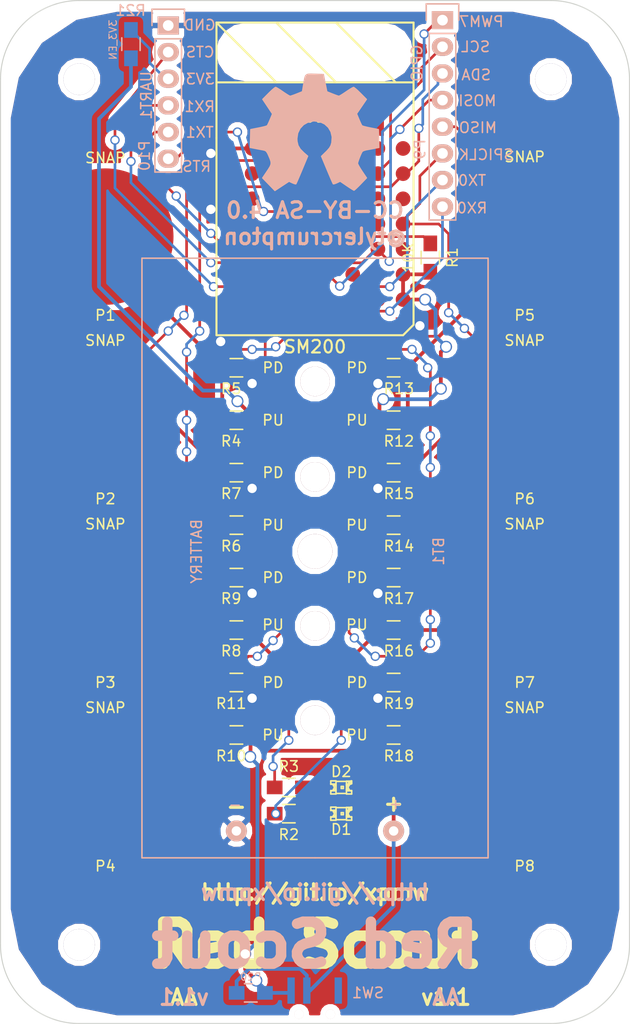
<source format=kicad_pcb>
(kicad_pcb (version 4) (host pcbnew "(2015-01-16 BZR 5376)-product")

  (general
    (links 79)
    (no_connects 1)
    (area 94.949999 37.449999 155.050001 135.050001)
    (thickness 1.6)
    (drawings 34)
    (tracks 365)
    (zones 0)
    (modules 41)
    (nets 43)
  )

  (page A4)
  (layers
    (0 F.Cu signal)
    (31 B.Cu signal)
    (32 B.Adhes user)
    (33 F.Adhes user)
    (34 B.Paste user)
    (35 F.Paste user)
    (36 B.SilkS user)
    (37 F.SilkS user)
    (38 B.Mask user)
    (39 F.Mask user)
    (40 Dwgs.User user)
    (41 Cmts.User user)
    (42 Eco1.User user)
    (43 Eco2.User user)
    (44 Edge.Cuts user)
    (45 Margin user)
    (46 B.CrtYd user)
    (47 F.CrtYd user)
    (48 B.Fab user)
    (49 F.Fab user)
  )

  (setup
    (last_trace_width 0.254)
    (trace_clearance 0.254)
    (zone_clearance 0.508)
    (zone_45_only no)
    (trace_min 0.254)
    (segment_width 0.2)
    (edge_width 0.1)
    (via_size 0.889)
    (via_drill 0.635)
    (via_min_size 0.3)
    (via_min_drill 0.508)
    (uvia_size 0.508)
    (uvia_drill 0.127)
    (uvias_allowed no)
    (uvia_min_size 0.508)
    (uvia_min_drill 0.127)
    (pcb_text_width 0.3)
    (pcb_text_size 1.5 1.5)
    (mod_edge_width 0.15)
    (mod_text_size 1 1)
    (mod_text_width 0.15)
    (pad_size 2.81 2.81)
    (pad_drill 2.8)
    (pad_to_mask_clearance 0)
    (aux_axis_origin 0 0)
    (visible_elements 7FFFFFFF)
    (pcbplotparams
      (layerselection 0x00030_80000001)
      (usegerberextensions false)
      (excludeedgelayer true)
      (linewidth 0.100000)
      (plotframeref false)
      (viasonmask false)
      (mode 1)
      (useauxorigin false)
      (hpglpennumber 1)
      (hpglpenspeed 20)
      (hpglpendiameter 15)
      (hpglpenoverlay 2)
      (psnegative false)
      (psa4output false)
      (plotreference true)
      (plotvalue true)
      (plotinvisibletext false)
      (padsonsilk false)
      (subtractmaskfromsilk false)
      (outputformat 1)
      (mirror false)
      (drillshape 1)
      (scaleselection 1)
      (outputdirectory ""))
  )

  (net 0 "")
  (net 1 "Net-(D1-Pad1)")
  (net 2 GND)
  (net 3 "Net-(D2-Pad1)")
  (net 4 "Net-(R1-Pad1)")
  (net 5 VCC)
  (net 6 PWM5)
  (net 7 PWM6)
  (net 8 PWM7)
  (net 9 SCL)
  (net 10 SDA)
  (net 11 MOSI)
  (net 12 MISO)
  (net 13 SPICLK)
  (net 14 TX0)
  (net 15 RX0)
  (net 16 "Net-(U1-PadE1)")
  (net 17 "Net-(U1-PadF1)")
  (net 18 "Net-(U1-PadB2)")
  (net 19 "Net-(U1-PadE2)")
  (net 20 "Net-(U1-PadF2)")
  (net 21 "Net-(U1-PadG2)")
  (net 22 "Net-(U1-PadH2)")
  (net 23 "Net-(U1-PadB3)")
  (net 24 "Net-(U1-PadC3)")
  (net 25 "Net-(U1-PadE3)")
  (net 26 "Net-(U1-PadF3)")
  (net 27 "Net-(U1-PadH3)")
  (net 28 "Net-(U1-PadA4)")
  (net 29 "Net-(U1-PadC4)")
  (net 30 "Net-(U1-PadF4)")
  (net 31 "Net-(U1-PadB5)")
  (net 32 "Net-(U1-PadG5)")
  (net 33 "Net-(U1-PadA6)")
  (net 34 "Net-(U1-PadB6)")
  (net 35 "Net-(U1-PadE8)")
  (net 36 "Net-(BT1-Pad1)")
  (net 37 "Net-(SW1-Pad1)")
  (net 38 CTS1)
  (net 39 "Net-(P10-Pad3)")
  (net 40 RX1)
  (net 41 TX1)
  (net 42 RTS1)

  (net_class Default "This is the default net class."
    (clearance 0.254)
    (trace_width 0.254)
    (via_dia 0.889)
    (via_drill 0.635)
    (uvia_dia 0.508)
    (uvia_drill 0.127)
    (add_net CTS1)
    (add_net "Net-(P10-Pad3)")
    (add_net RTS1)
    (add_net RX1)
    (add_net TX1)
  )

  (net_class BGA ""
    (clearance 0.254)
    (trace_width 0.254)
    (via_dia 0.889)
    (via_drill 0.635)
    (uvia_dia 0.508)
    (uvia_drill 0.127)
    (add_net MISO)
    (add_net MOSI)
    (add_net "Net-(D1-Pad1)")
    (add_net "Net-(D2-Pad1)")
    (add_net "Net-(R1-Pad1)")
    (add_net "Net-(U1-PadA4)")
    (add_net "Net-(U1-PadA6)")
    (add_net "Net-(U1-PadB2)")
    (add_net "Net-(U1-PadB3)")
    (add_net "Net-(U1-PadB5)")
    (add_net "Net-(U1-PadB6)")
    (add_net "Net-(U1-PadC3)")
    (add_net "Net-(U1-PadC4)")
    (add_net "Net-(U1-PadE1)")
    (add_net "Net-(U1-PadE2)")
    (add_net "Net-(U1-PadE3)")
    (add_net "Net-(U1-PadE8)")
    (add_net "Net-(U1-PadF1)")
    (add_net "Net-(U1-PadF2)")
    (add_net "Net-(U1-PadF3)")
    (add_net "Net-(U1-PadF4)")
    (add_net "Net-(U1-PadG2)")
    (add_net "Net-(U1-PadG5)")
    (add_net "Net-(U1-PadH2)")
    (add_net "Net-(U1-PadH3)")
    (add_net PWM5)
    (add_net PWM6)
    (add_net PWM7)
    (add_net RX0)
    (add_net SCL)
    (add_net SDA)
    (add_net SPICLK)
    (add_net TX0)
  )

  (net_class Power ""
    (clearance 0.254)
    (trace_width 0.356)
    (via_dia 1.14)
    (via_drill 0.889)
    (uvia_dia 0.508)
    (uvia_drill 0.127)
    (add_net GND)
    (add_net "Net-(BT1-Pad1)")
    (add_net "Net-(SW1-Pad1)")
    (add_net VCC)
  )

  (module Mounting_Holes:MountingHole_3mm (layer F.Cu) (tedit 54F92978) (tstamp 54F92AA6)
    (at 147.5 45)
    (descr "Mounting hole, Befestigungsbohrung, 3mm, No Annular, Kein Restring,")
    (tags "Mounting hole, Befestigungsbohrung, 3mm, No Annular, Kein Restring,")
    (fp_text reference MountingHole_3mm (at 0 -4.0005) (layer F.SilkS) hide
      (effects (font (size 1 1) (thickness 0.15)))
    )
    (fp_text value VAL** (at 1.00076 5.00126) (layer F.SilkS) hide
      (effects (font (size 1 1) (thickness 0.15)))
    )
    (fp_circle (center 0 0) (end 2.99974 0) (layer Cmts.User) (width 0.381))
    (pad 1 thru_hole circle (at 0 0) (size 2.99974 2.99974) (drill 2.99974) (layers))
  )

  (module Mounting_Holes:MountingHole_3mm (layer F.Cu) (tedit 54F92978) (tstamp 54F92AA1)
    (at 102.5 45)
    (descr "Mounting hole, Befestigungsbohrung, 3mm, No Annular, Kein Restring,")
    (tags "Mounting hole, Befestigungsbohrung, 3mm, No Annular, Kein Restring,")
    (fp_text reference MountingHole_3mm (at 0 -4.0005) (layer F.SilkS) hide
      (effects (font (size 1 1) (thickness 0.15)))
    )
    (fp_text value VAL** (at 1.00076 5.00126) (layer F.SilkS) hide
      (effects (font (size 1 1) (thickness 0.15)))
    )
    (fp_circle (center 0 0) (end 2.99974 0) (layer Cmts.User) (width 0.381))
    (pad 1 thru_hole circle (at 0 0) (size 2.99974 2.99974) (drill 2.99974) (layers))
  )

  (module Mounting_Holes:MountingHole_3mm (layer F.Cu) (tedit 54F92978) (tstamp 54F92A9C)
    (at 102.5 127.5)
    (descr "Mounting hole, Befestigungsbohrung, 3mm, No Annular, Kein Restring,")
    (tags "Mounting hole, Befestigungsbohrung, 3mm, No Annular, Kein Restring,")
    (fp_text reference MountingHole_3mm (at 0 -4.0005) (layer F.SilkS) hide
      (effects (font (size 1 1) (thickness 0.15)))
    )
    (fp_text value VAL** (at 1.00076 5.00126) (layer F.SilkS) hide
      (effects (font (size 1 1) (thickness 0.15)))
    )
    (fp_circle (center 0 0) (end 2.99974 0) (layer Cmts.User) (width 0.381))
    (pad 1 thru_hole circle (at 0 0) (size 2.99974 2.99974) (drill 2.99974) (layers))
  )

  (module LEDs:LED-0805 placed (layer F.Cu) (tedit 54F92BB1) (tstamp 54F7FFB4)
    (at 127.5 115)
    (descr "LED 0805 smd package")
    (tags "LED 0805 SMD")
    (path /54F80470)
    (attr smd)
    (fp_text reference D1 (at 0 1.5) (layer F.SilkS)
      (effects (font (size 1 1) (thickness 0.15)))
    )
    (fp_text value LED (at 3 0) (layer F.SilkS) hide
      (effects (font (size 1 1) (thickness 0.15)))
    )
    (fp_line (start 0.49784 0.29972) (end 0.49784 0.62484) (layer F.SilkS) (width 0.15))
    (fp_line (start 0.49784 0.62484) (end 0.99822 0.62484) (layer F.SilkS) (width 0.15))
    (fp_line (start 0.99822 0.29972) (end 0.99822 0.62484) (layer F.SilkS) (width 0.15))
    (fp_line (start 0.49784 0.29972) (end 0.99822 0.29972) (layer F.SilkS) (width 0.15))
    (fp_line (start 0.49784 -0.32258) (end 0.49784 -0.17272) (layer F.SilkS) (width 0.15))
    (fp_line (start 0.49784 -0.17272) (end 0.7493 -0.17272) (layer F.SilkS) (width 0.15))
    (fp_line (start 0.7493 -0.32258) (end 0.7493 -0.17272) (layer F.SilkS) (width 0.15))
    (fp_line (start 0.49784 -0.32258) (end 0.7493 -0.32258) (layer F.SilkS) (width 0.15))
    (fp_line (start 0.49784 0.17272) (end 0.49784 0.32258) (layer F.SilkS) (width 0.15))
    (fp_line (start 0.49784 0.32258) (end 0.7493 0.32258) (layer F.SilkS) (width 0.15))
    (fp_line (start 0.7493 0.17272) (end 0.7493 0.32258) (layer F.SilkS) (width 0.15))
    (fp_line (start 0.49784 0.17272) (end 0.7493 0.17272) (layer F.SilkS) (width 0.15))
    (fp_line (start 0.49784 -0.19812) (end 0.49784 0.19812) (layer F.SilkS) (width 0.15))
    (fp_line (start 0.49784 0.19812) (end 0.6731 0.19812) (layer F.SilkS) (width 0.15))
    (fp_line (start 0.6731 -0.19812) (end 0.6731 0.19812) (layer F.SilkS) (width 0.15))
    (fp_line (start 0.49784 -0.19812) (end 0.6731 -0.19812) (layer F.SilkS) (width 0.15))
    (fp_line (start -0.99822 0.29972) (end -0.99822 0.62484) (layer F.SilkS) (width 0.15))
    (fp_line (start -0.99822 0.62484) (end -0.49784 0.62484) (layer F.SilkS) (width 0.15))
    (fp_line (start -0.49784 0.29972) (end -0.49784 0.62484) (layer F.SilkS) (width 0.15))
    (fp_line (start -0.99822 0.29972) (end -0.49784 0.29972) (layer F.SilkS) (width 0.15))
    (fp_line (start -0.99822 -0.62484) (end -0.99822 -0.29972) (layer F.SilkS) (width 0.15))
    (fp_line (start -0.99822 -0.29972) (end -0.49784 -0.29972) (layer F.SilkS) (width 0.15))
    (fp_line (start -0.49784 -0.62484) (end -0.49784 -0.29972) (layer F.SilkS) (width 0.15))
    (fp_line (start -0.99822 -0.62484) (end -0.49784 -0.62484) (layer F.SilkS) (width 0.15))
    (fp_line (start -0.7493 0.17272) (end -0.7493 0.32258) (layer F.SilkS) (width 0.15))
    (fp_line (start -0.7493 0.32258) (end -0.49784 0.32258) (layer F.SilkS) (width 0.15))
    (fp_line (start -0.49784 0.17272) (end -0.49784 0.32258) (layer F.SilkS) (width 0.15))
    (fp_line (start -0.7493 0.17272) (end -0.49784 0.17272) (layer F.SilkS) (width 0.15))
    (fp_line (start -0.7493 -0.32258) (end -0.7493 -0.17272) (layer F.SilkS) (width 0.15))
    (fp_line (start -0.7493 -0.17272) (end -0.49784 -0.17272) (layer F.SilkS) (width 0.15))
    (fp_line (start -0.49784 -0.32258) (end -0.49784 -0.17272) (layer F.SilkS) (width 0.15))
    (fp_line (start -0.7493 -0.32258) (end -0.49784 -0.32258) (layer F.SilkS) (width 0.15))
    (fp_line (start -0.6731 -0.19812) (end -0.6731 0.19812) (layer F.SilkS) (width 0.15))
    (fp_line (start -0.6731 0.19812) (end -0.49784 0.19812) (layer F.SilkS) (width 0.15))
    (fp_line (start -0.49784 -0.19812) (end -0.49784 0.19812) (layer F.SilkS) (width 0.15))
    (fp_line (start -0.6731 -0.19812) (end -0.49784 -0.19812) (layer F.SilkS) (width 0.15))
    (fp_line (start 0 -0.09906) (end 0 0.09906) (layer F.SilkS) (width 0.15))
    (fp_line (start 0 0.09906) (end 0.19812 0.09906) (layer F.SilkS) (width 0.15))
    (fp_line (start 0.19812 -0.09906) (end 0.19812 0.09906) (layer F.SilkS) (width 0.15))
    (fp_line (start 0 -0.09906) (end 0.19812 -0.09906) (layer F.SilkS) (width 0.15))
    (fp_line (start 0.49784 -0.59944) (end 0.49784 -0.29972) (layer F.SilkS) (width 0.15))
    (fp_line (start 0.49784 -0.29972) (end 0.79756 -0.29972) (layer F.SilkS) (width 0.15))
    (fp_line (start 0.79756 -0.59944) (end 0.79756 -0.29972) (layer F.SilkS) (width 0.15))
    (fp_line (start 0.49784 -0.59944) (end 0.79756 -0.59944) (layer F.SilkS) (width 0.15))
    (fp_line (start 0.92456 -0.62484) (end 0.92456 -0.39878) (layer F.SilkS) (width 0.15))
    (fp_line (start 0.92456 -0.39878) (end 0.99822 -0.39878) (layer F.SilkS) (width 0.15))
    (fp_line (start 0.99822 -0.62484) (end 0.99822 -0.39878) (layer F.SilkS) (width 0.15))
    (fp_line (start 0.92456 -0.62484) (end 0.99822 -0.62484) (layer F.SilkS) (width 0.15))
    (fp_line (start 0.52324 0.57404) (end -0.52324 0.57404) (layer F.SilkS) (width 0.15))
    (fp_line (start -0.49784 -0.57404) (end 0.92456 -0.57404) (layer F.SilkS) (width 0.15))
    (fp_circle (center 0.84836 -0.44958) (end 0.89916 -0.50038) (layer F.SilkS) (width 0.15))
    (fp_arc (start 0.99822 0) (end 0.99822 0.34798) (angle 180) (layer F.SilkS) (width 0.15))
    (fp_arc (start -0.99822 0) (end -0.99822 -0.34798) (angle 180) (layer F.SilkS) (width 0.15))
    (pad 1 smd rect (at -1.04902 0) (size 1.19888 1.19888) (layers F.Cu F.Paste F.Mask)
      (net 1 "Net-(D1-Pad1)"))
    (pad 2 smd rect (at 1.04902 0) (size 1.19888 1.19888) (layers F.Cu F.Paste F.Mask)
      (net 2 GND))
  )

  (module LEDs:LED-0805 placed (layer F.Cu) (tedit 54F92BA3) (tstamp 54F7FFBA)
    (at 127.5 112.5)
    (descr "LED 0805 smd package")
    (tags "LED 0805 SMD")
    (path /54F804AB)
    (attr smd)
    (fp_text reference D2 (at 0 -1.5) (layer F.SilkS)
      (effects (font (size 1 1) (thickness 0.15)))
    )
    (fp_text value LED (at 3 0) (layer F.SilkS) hide
      (effects (font (size 1 1) (thickness 0.15)))
    )
    (fp_line (start 0.49784 0.29972) (end 0.49784 0.62484) (layer F.SilkS) (width 0.15))
    (fp_line (start 0.49784 0.62484) (end 0.99822 0.62484) (layer F.SilkS) (width 0.15))
    (fp_line (start 0.99822 0.29972) (end 0.99822 0.62484) (layer F.SilkS) (width 0.15))
    (fp_line (start 0.49784 0.29972) (end 0.99822 0.29972) (layer F.SilkS) (width 0.15))
    (fp_line (start 0.49784 -0.32258) (end 0.49784 -0.17272) (layer F.SilkS) (width 0.15))
    (fp_line (start 0.49784 -0.17272) (end 0.7493 -0.17272) (layer F.SilkS) (width 0.15))
    (fp_line (start 0.7493 -0.32258) (end 0.7493 -0.17272) (layer F.SilkS) (width 0.15))
    (fp_line (start 0.49784 -0.32258) (end 0.7493 -0.32258) (layer F.SilkS) (width 0.15))
    (fp_line (start 0.49784 0.17272) (end 0.49784 0.32258) (layer F.SilkS) (width 0.15))
    (fp_line (start 0.49784 0.32258) (end 0.7493 0.32258) (layer F.SilkS) (width 0.15))
    (fp_line (start 0.7493 0.17272) (end 0.7493 0.32258) (layer F.SilkS) (width 0.15))
    (fp_line (start 0.49784 0.17272) (end 0.7493 0.17272) (layer F.SilkS) (width 0.15))
    (fp_line (start 0.49784 -0.19812) (end 0.49784 0.19812) (layer F.SilkS) (width 0.15))
    (fp_line (start 0.49784 0.19812) (end 0.6731 0.19812) (layer F.SilkS) (width 0.15))
    (fp_line (start 0.6731 -0.19812) (end 0.6731 0.19812) (layer F.SilkS) (width 0.15))
    (fp_line (start 0.49784 -0.19812) (end 0.6731 -0.19812) (layer F.SilkS) (width 0.15))
    (fp_line (start -0.99822 0.29972) (end -0.99822 0.62484) (layer F.SilkS) (width 0.15))
    (fp_line (start -0.99822 0.62484) (end -0.49784 0.62484) (layer F.SilkS) (width 0.15))
    (fp_line (start -0.49784 0.29972) (end -0.49784 0.62484) (layer F.SilkS) (width 0.15))
    (fp_line (start -0.99822 0.29972) (end -0.49784 0.29972) (layer F.SilkS) (width 0.15))
    (fp_line (start -0.99822 -0.62484) (end -0.99822 -0.29972) (layer F.SilkS) (width 0.15))
    (fp_line (start -0.99822 -0.29972) (end -0.49784 -0.29972) (layer F.SilkS) (width 0.15))
    (fp_line (start -0.49784 -0.62484) (end -0.49784 -0.29972) (layer F.SilkS) (width 0.15))
    (fp_line (start -0.99822 -0.62484) (end -0.49784 -0.62484) (layer F.SilkS) (width 0.15))
    (fp_line (start -0.7493 0.17272) (end -0.7493 0.32258) (layer F.SilkS) (width 0.15))
    (fp_line (start -0.7493 0.32258) (end -0.49784 0.32258) (layer F.SilkS) (width 0.15))
    (fp_line (start -0.49784 0.17272) (end -0.49784 0.32258) (layer F.SilkS) (width 0.15))
    (fp_line (start -0.7493 0.17272) (end -0.49784 0.17272) (layer F.SilkS) (width 0.15))
    (fp_line (start -0.7493 -0.32258) (end -0.7493 -0.17272) (layer F.SilkS) (width 0.15))
    (fp_line (start -0.7493 -0.17272) (end -0.49784 -0.17272) (layer F.SilkS) (width 0.15))
    (fp_line (start -0.49784 -0.32258) (end -0.49784 -0.17272) (layer F.SilkS) (width 0.15))
    (fp_line (start -0.7493 -0.32258) (end -0.49784 -0.32258) (layer F.SilkS) (width 0.15))
    (fp_line (start -0.6731 -0.19812) (end -0.6731 0.19812) (layer F.SilkS) (width 0.15))
    (fp_line (start -0.6731 0.19812) (end -0.49784 0.19812) (layer F.SilkS) (width 0.15))
    (fp_line (start -0.49784 -0.19812) (end -0.49784 0.19812) (layer F.SilkS) (width 0.15))
    (fp_line (start -0.6731 -0.19812) (end -0.49784 -0.19812) (layer F.SilkS) (width 0.15))
    (fp_line (start 0 -0.09906) (end 0 0.09906) (layer F.SilkS) (width 0.15))
    (fp_line (start 0 0.09906) (end 0.19812 0.09906) (layer F.SilkS) (width 0.15))
    (fp_line (start 0.19812 -0.09906) (end 0.19812 0.09906) (layer F.SilkS) (width 0.15))
    (fp_line (start 0 -0.09906) (end 0.19812 -0.09906) (layer F.SilkS) (width 0.15))
    (fp_line (start 0.49784 -0.59944) (end 0.49784 -0.29972) (layer F.SilkS) (width 0.15))
    (fp_line (start 0.49784 -0.29972) (end 0.79756 -0.29972) (layer F.SilkS) (width 0.15))
    (fp_line (start 0.79756 -0.59944) (end 0.79756 -0.29972) (layer F.SilkS) (width 0.15))
    (fp_line (start 0.49784 -0.59944) (end 0.79756 -0.59944) (layer F.SilkS) (width 0.15))
    (fp_line (start 0.92456 -0.62484) (end 0.92456 -0.39878) (layer F.SilkS) (width 0.15))
    (fp_line (start 0.92456 -0.39878) (end 0.99822 -0.39878) (layer F.SilkS) (width 0.15))
    (fp_line (start 0.99822 -0.62484) (end 0.99822 -0.39878) (layer F.SilkS) (width 0.15))
    (fp_line (start 0.92456 -0.62484) (end 0.99822 -0.62484) (layer F.SilkS) (width 0.15))
    (fp_line (start 0.52324 0.57404) (end -0.52324 0.57404) (layer F.SilkS) (width 0.15))
    (fp_line (start -0.49784 -0.57404) (end 0.92456 -0.57404) (layer F.SilkS) (width 0.15))
    (fp_circle (center 0.84836 -0.44958) (end 0.89916 -0.50038) (layer F.SilkS) (width 0.15))
    (fp_arc (start 0.99822 0) (end 0.99822 0.34798) (angle 180) (layer F.SilkS) (width 0.15))
    (fp_arc (start -0.99822 0) (end -0.99822 -0.34798) (angle 180) (layer F.SilkS) (width 0.15))
    (pad 1 smd rect (at -1.04902 0) (size 1.19888 1.19888) (layers F.Cu F.Paste F.Mask)
      (net 3 "Net-(D2-Pad1)"))
    (pad 2 smd rect (at 1.04902 0) (size 1.19888 1.19888) (layers F.Cu F.Paste F.Mask)
      (net 2 GND))
  )

  (module Resistors_SMD:R_0805_HandSoldering placed (layer F.Cu) (tedit 54189DEE) (tstamp 54F91CC5)
    (at 136 62 270)
    (descr "Resistor SMD 0805, hand soldering")
    (tags "resistor 0805")
    (path /54F832D4)
    (attr smd)
    (fp_text reference R1 (at 0 -2.1 270) (layer F.SilkS)
      (effects (font (size 1 1) (thickness 0.15)))
    )
    (fp_text value 10K (at 0 2.1 270) (layer F.SilkS)
      (effects (font (size 1 1) (thickness 0.15)))
    )
    (fp_line (start -2.4 -1) (end 2.4 -1) (layer F.CrtYd) (width 0.05))
    (fp_line (start -2.4 1) (end 2.4 1) (layer F.CrtYd) (width 0.05))
    (fp_line (start -2.4 -1) (end -2.4 1) (layer F.CrtYd) (width 0.05))
    (fp_line (start 2.4 -1) (end 2.4 1) (layer F.CrtYd) (width 0.05))
    (fp_line (start 0.6 0.875) (end -0.6 0.875) (layer F.SilkS) (width 0.15))
    (fp_line (start -0.6 -0.875) (end 0.6 -0.875) (layer F.SilkS) (width 0.15))
    (pad 1 smd rect (at -1.35 0 270) (size 1.5 1.3) (layers F.Cu F.Paste F.Mask)
      (net 4 "Net-(R1-Pad1)"))
    (pad 2 smd rect (at 1.35 0 270) (size 1.5 1.3) (layers F.Cu F.Paste F.Mask)
      (net 5 VCC))
    (model Resistors_SMD/R_0805_HandSoldering.wrl
      (at (xyz 0 0 0))
      (scale (xyz 1 1 1))
      (rotate (xyz 0 0 0))
    )
  )

  (module Resistors_SMD:R_0805_HandSoldering placed (layer F.Cu) (tedit 54F92545) (tstamp 54F7FFC6)
    (at 122.5 115)
    (descr "Resistor SMD 0805, hand soldering")
    (tags "resistor 0805")
    (path /54F80350)
    (attr smd)
    (fp_text reference R2 (at 0 2) (layer F.SilkS)
      (effects (font (size 1 1) (thickness 0.15)))
    )
    (fp_text value 1K (at -3 0) (layer F.SilkS) hide
      (effects (font (size 1 1) (thickness 0.15)))
    )
    (fp_line (start -2.4 -1) (end 2.4 -1) (layer F.CrtYd) (width 0.05))
    (fp_line (start -2.4 1) (end 2.4 1) (layer F.CrtYd) (width 0.05))
    (fp_line (start -2.4 -1) (end -2.4 1) (layer F.CrtYd) (width 0.05))
    (fp_line (start 2.4 -1) (end 2.4 1) (layer F.CrtYd) (width 0.05))
    (fp_line (start 0.6 0.875) (end -0.6 0.875) (layer F.SilkS) (width 0.15))
    (fp_line (start -0.6 -0.875) (end 0.6 -0.875) (layer F.SilkS) (width 0.15))
    (pad 1 smd rect (at -1.35 0) (size 1.5 1.3) (layers F.Cu F.Paste F.Mask)
      (net 6 PWM5))
    (pad 2 smd rect (at 1.35 0) (size 1.5 1.3) (layers F.Cu F.Paste F.Mask)
      (net 1 "Net-(D1-Pad1)"))
    (model Resistors_SMD/R_0805_HandSoldering.wrl
      (at (xyz 0 0 0))
      (scale (xyz 1 1 1))
      (rotate (xyz 0 0 0))
    )
  )

  (module Resistors_SMD:R_0805_HandSoldering placed (layer F.Cu) (tedit 54F92BB3) (tstamp 54F7FFCC)
    (at 122.5 112.5)
    (descr "Resistor SMD 0805, hand soldering")
    (tags "resistor 0805")
    (path /54F803F7)
    (attr smd)
    (fp_text reference R3 (at 0 -2) (layer F.SilkS)
      (effects (font (size 1 1) (thickness 0.15)))
    )
    (fp_text value 1K (at -3 0) (layer F.SilkS) hide
      (effects (font (size 1 1) (thickness 0.15)))
    )
    (fp_line (start -2.4 -1) (end 2.4 -1) (layer F.CrtYd) (width 0.05))
    (fp_line (start -2.4 1) (end 2.4 1) (layer F.CrtYd) (width 0.05))
    (fp_line (start -2.4 -1) (end -2.4 1) (layer F.CrtYd) (width 0.05))
    (fp_line (start 2.4 -1) (end 2.4 1) (layer F.CrtYd) (width 0.05))
    (fp_line (start 0.6 0.875) (end -0.6 0.875) (layer F.SilkS) (width 0.15))
    (fp_line (start -0.6 -0.875) (end 0.6 -0.875) (layer F.SilkS) (width 0.15))
    (pad 1 smd rect (at -1.35 0) (size 1.5 1.3) (layers F.Cu F.Paste F.Mask)
      (net 7 PWM6))
    (pad 2 smd rect (at 1.35 0) (size 1.5 1.3) (layers F.Cu F.Paste F.Mask)
      (net 3 "Net-(D2-Pad1)"))
    (model Resistors_SMD/R_0805_HandSoldering.wrl
      (at (xyz 0 0 0))
      (scale (xyz 1 1 1))
      (rotate (xyz 0 0 0))
    )
  )

  (module Resistors_SMD:R_0805_HandSoldering placed (layer F.Cu) (tedit 54F92655) (tstamp 54F7FFD2)
    (at 117.5 77.5)
    (descr "Resistor SMD 0805, hand soldering")
    (tags "resistor 0805")
    (path /54F813B5)
    (attr smd)
    (fp_text reference R4 (at -0.5 2) (layer F.SilkS)
      (effects (font (size 1 1) (thickness 0.15)))
    )
    (fp_text value PU (at 3.5 0) (layer F.SilkS)
      (effects (font (size 1 1) (thickness 0.15)))
    )
    (fp_line (start -2.4 -1) (end 2.4 -1) (layer F.CrtYd) (width 0.05))
    (fp_line (start -2.4 1) (end 2.4 1) (layer F.CrtYd) (width 0.05))
    (fp_line (start -2.4 -1) (end -2.4 1) (layer F.CrtYd) (width 0.05))
    (fp_line (start 2.4 -1) (end 2.4 1) (layer F.CrtYd) (width 0.05))
    (fp_line (start 0.6 0.875) (end -0.6 0.875) (layer F.SilkS) (width 0.15))
    (fp_line (start -0.6 -0.875) (end 0.6 -0.875) (layer F.SilkS) (width 0.15))
    (pad 1 smd rect (at -1.35 0) (size 1.5 1.3) (layers F.Cu F.Paste F.Mask)
      (net 8 PWM7))
    (pad 2 smd rect (at 1.35 0) (size 1.5 1.3) (layers F.Cu F.Paste F.Mask)
      (net 5 VCC))
    (model Resistors_SMD/R_0805_HandSoldering.wrl
      (at (xyz 0 0 0))
      (scale (xyz 1 1 1))
      (rotate (xyz 0 0 0))
    )
  )

  (module Resistors_SMD:R_0805_HandSoldering placed (layer F.Cu) (tedit 54F92652) (tstamp 54F7FFD8)
    (at 117.5 72.5)
    (descr "Resistor SMD 0805, hand soldering")
    (tags "resistor 0805")
    (path /54F8139F)
    (attr smd)
    (fp_text reference R5 (at -0.5 2) (layer F.SilkS)
      (effects (font (size 1 1) (thickness 0.15)))
    )
    (fp_text value PD (at 3.5 0) (layer F.SilkS)
      (effects (font (size 1 1) (thickness 0.15)))
    )
    (fp_line (start -2.4 -1) (end 2.4 -1) (layer F.CrtYd) (width 0.05))
    (fp_line (start -2.4 1) (end 2.4 1) (layer F.CrtYd) (width 0.05))
    (fp_line (start -2.4 -1) (end -2.4 1) (layer F.CrtYd) (width 0.05))
    (fp_line (start 2.4 -1) (end 2.4 1) (layer F.CrtYd) (width 0.05))
    (fp_line (start 0.6 0.875) (end -0.6 0.875) (layer F.SilkS) (width 0.15))
    (fp_line (start -0.6 -0.875) (end 0.6 -0.875) (layer F.SilkS) (width 0.15))
    (pad 1 smd rect (at -1.35 0) (size 1.5 1.3) (layers F.Cu F.Paste F.Mask)
      (net 8 PWM7))
    (pad 2 smd rect (at 1.35 0) (size 1.5 1.3) (layers F.Cu F.Paste F.Mask)
      (net 2 GND))
    (model Resistors_SMD/R_0805_HandSoldering.wrl
      (at (xyz 0 0 0))
      (scale (xyz 1 1 1))
      (rotate (xyz 0 0 0))
    )
  )

  (module Resistors_SMD:R_0805_HandSoldering placed (layer F.Cu) (tedit 54F92658) (tstamp 54F7FFDE)
    (at 117.5 87.5)
    (descr "Resistor SMD 0805, hand soldering")
    (tags "resistor 0805")
    (path /54F81019)
    (attr smd)
    (fp_text reference R6 (at -0.5 2) (layer F.SilkS)
      (effects (font (size 1 1) (thickness 0.15)))
    )
    (fp_text value PU (at 3.5 0) (layer F.SilkS)
      (effects (font (size 1 1) (thickness 0.15)))
    )
    (fp_line (start -2.4 -1) (end 2.4 -1) (layer F.CrtYd) (width 0.05))
    (fp_line (start -2.4 1) (end 2.4 1) (layer F.CrtYd) (width 0.05))
    (fp_line (start -2.4 -1) (end -2.4 1) (layer F.CrtYd) (width 0.05))
    (fp_line (start 2.4 -1) (end 2.4 1) (layer F.CrtYd) (width 0.05))
    (fp_line (start 0.6 0.875) (end -0.6 0.875) (layer F.SilkS) (width 0.15))
    (fp_line (start -0.6 -0.875) (end 0.6 -0.875) (layer F.SilkS) (width 0.15))
    (pad 1 smd rect (at -1.35 0) (size 1.5 1.3) (layers F.Cu F.Paste F.Mask)
      (net 9 SCL))
    (pad 2 smd rect (at 1.35 0) (size 1.5 1.3) (layers F.Cu F.Paste F.Mask)
      (net 5 VCC))
    (model Resistors_SMD/R_0805_HandSoldering.wrl
      (at (xyz 0 0 0))
      (scale (xyz 1 1 1))
      (rotate (xyz 0 0 0))
    )
  )

  (module Resistors_SMD:R_0805_HandSoldering placed (layer F.Cu) (tedit 54F9264A) (tstamp 54F7FFE4)
    (at 117.5 82.5)
    (descr "Resistor SMD 0805, hand soldering")
    (tags "resistor 0805")
    (path /54F7F6ED)
    (attr smd)
    (fp_text reference R7 (at -0.5 2) (layer F.SilkS)
      (effects (font (size 1 1) (thickness 0.15)))
    )
    (fp_text value PD (at 3.5 0) (layer F.SilkS)
      (effects (font (size 1 1) (thickness 0.15)))
    )
    (fp_line (start -2.4 -1) (end 2.4 -1) (layer F.CrtYd) (width 0.05))
    (fp_line (start -2.4 1) (end 2.4 1) (layer F.CrtYd) (width 0.05))
    (fp_line (start -2.4 -1) (end -2.4 1) (layer F.CrtYd) (width 0.05))
    (fp_line (start 2.4 -1) (end 2.4 1) (layer F.CrtYd) (width 0.05))
    (fp_line (start 0.6 0.875) (end -0.6 0.875) (layer F.SilkS) (width 0.15))
    (fp_line (start -0.6 -0.875) (end 0.6 -0.875) (layer F.SilkS) (width 0.15))
    (pad 1 smd rect (at -1.35 0) (size 1.5 1.3) (layers F.Cu F.Paste F.Mask)
      (net 9 SCL))
    (pad 2 smd rect (at 1.35 0) (size 1.5 1.3) (layers F.Cu F.Paste F.Mask)
      (net 2 GND))
    (model Resistors_SMD/R_0805_HandSoldering.wrl
      (at (xyz 0 0 0))
      (scale (xyz 1 1 1))
      (rotate (xyz 0 0 0))
    )
  )

  (module Resistors_SMD:R_0805_HandSoldering placed (layer F.Cu) (tedit 54F9265B) (tstamp 54F7FFEA)
    (at 117.5 97.5)
    (descr "Resistor SMD 0805, hand soldering")
    (tags "resistor 0805")
    (path /54F81491)
    (attr smd)
    (fp_text reference R8 (at -0.5 2) (layer F.SilkS)
      (effects (font (size 1 1) (thickness 0.15)))
    )
    (fp_text value PU (at 3.5 -0.5) (layer F.SilkS)
      (effects (font (size 1 1) (thickness 0.15)))
    )
    (fp_line (start -2.4 -1) (end 2.4 -1) (layer F.CrtYd) (width 0.05))
    (fp_line (start -2.4 1) (end 2.4 1) (layer F.CrtYd) (width 0.05))
    (fp_line (start -2.4 -1) (end -2.4 1) (layer F.CrtYd) (width 0.05))
    (fp_line (start 2.4 -1) (end 2.4 1) (layer F.CrtYd) (width 0.05))
    (fp_line (start 0.6 0.875) (end -0.6 0.875) (layer F.SilkS) (width 0.15))
    (fp_line (start -0.6 -0.875) (end 0.6 -0.875) (layer F.SilkS) (width 0.15))
    (pad 1 smd rect (at -1.35 0) (size 1.5 1.3) (layers F.Cu F.Paste F.Mask)
      (net 10 SDA))
    (pad 2 smd rect (at 1.35 0) (size 1.5 1.3) (layers F.Cu F.Paste F.Mask)
      (net 5 VCC))
    (model Resistors_SMD/R_0805_HandSoldering.wrl
      (at (xyz 0 0 0))
      (scale (xyz 1 1 1))
      (rotate (xyz 0 0 0))
    )
  )

  (module Resistors_SMD:R_0805_HandSoldering placed (layer F.Cu) (tedit 54F92644) (tstamp 54F7FFF0)
    (at 117.5 92.5)
    (descr "Resistor SMD 0805, hand soldering")
    (tags "resistor 0805")
    (path /54F8147B)
    (attr smd)
    (fp_text reference R9 (at -0.5 2) (layer F.SilkS)
      (effects (font (size 1 1) (thickness 0.15)))
    )
    (fp_text value PD (at 3.5 0) (layer F.SilkS)
      (effects (font (size 1 1) (thickness 0.15)))
    )
    (fp_line (start -2.4 -1) (end 2.4 -1) (layer F.CrtYd) (width 0.05))
    (fp_line (start -2.4 1) (end 2.4 1) (layer F.CrtYd) (width 0.05))
    (fp_line (start -2.4 -1) (end -2.4 1) (layer F.CrtYd) (width 0.05))
    (fp_line (start 2.4 -1) (end 2.4 1) (layer F.CrtYd) (width 0.05))
    (fp_line (start 0.6 0.875) (end -0.6 0.875) (layer F.SilkS) (width 0.15))
    (fp_line (start -0.6 -0.875) (end 0.6 -0.875) (layer F.SilkS) (width 0.15))
    (pad 1 smd rect (at -1.35 0) (size 1.5 1.3) (layers F.Cu F.Paste F.Mask)
      (net 10 SDA))
    (pad 2 smd rect (at 1.35 0) (size 1.5 1.3) (layers F.Cu F.Paste F.Mask)
      (net 2 GND))
    (model Resistors_SMD/R_0805_HandSoldering.wrl
      (at (xyz 0 0 0))
      (scale (xyz 1 1 1))
      (rotate (xyz 0 0 0))
    )
  )

  (module Resistors_SMD:R_0805_HandSoldering placed (layer F.Cu) (tedit 54F9265F) (tstamp 54F7FFF6)
    (at 117.5 107.5)
    (descr "Resistor SMD 0805, hand soldering")
    (tags "resistor 0805")
    (path /54F8146B)
    (attr smd)
    (fp_text reference R10 (at -0.5 2) (layer F.SilkS)
      (effects (font (size 1 1) (thickness 0.15)))
    )
    (fp_text value PU (at 3.5 0) (layer F.SilkS)
      (effects (font (size 1 1) (thickness 0.15)))
    )
    (fp_line (start -2.4 -1) (end 2.4 -1) (layer F.CrtYd) (width 0.05))
    (fp_line (start -2.4 1) (end 2.4 1) (layer F.CrtYd) (width 0.05))
    (fp_line (start -2.4 -1) (end -2.4 1) (layer F.CrtYd) (width 0.05))
    (fp_line (start 2.4 -1) (end 2.4 1) (layer F.CrtYd) (width 0.05))
    (fp_line (start 0.6 0.875) (end -0.6 0.875) (layer F.SilkS) (width 0.15))
    (fp_line (start -0.6 -0.875) (end 0.6 -0.875) (layer F.SilkS) (width 0.15))
    (pad 1 smd rect (at -1.35 0) (size 1.5 1.3) (layers F.Cu F.Paste F.Mask)
      (net 11 MOSI))
    (pad 2 smd rect (at 1.35 0) (size 1.5 1.3) (layers F.Cu F.Paste F.Mask)
      (net 5 VCC))
    (model Resistors_SMD/R_0805_HandSoldering.wrl
      (at (xyz 0 0 0))
      (scale (xyz 1 1 1))
      (rotate (xyz 0 0 0))
    )
  )

  (module Resistors_SMD:R_0805_HandSoldering placed (layer F.Cu) (tedit 54F92637) (tstamp 54F7FFFC)
    (at 117.5 102.5)
    (descr "Resistor SMD 0805, hand soldering")
    (tags "resistor 0805")
    (path /54F81455)
    (attr smd)
    (fp_text reference R11 (at -0.5 2) (layer F.SilkS)
      (effects (font (size 1 1) (thickness 0.15)))
    )
    (fp_text value PD (at 3.5 0) (layer F.SilkS)
      (effects (font (size 1 1) (thickness 0.15)))
    )
    (fp_line (start -2.4 -1) (end 2.4 -1) (layer F.CrtYd) (width 0.05))
    (fp_line (start -2.4 1) (end 2.4 1) (layer F.CrtYd) (width 0.05))
    (fp_line (start -2.4 -1) (end -2.4 1) (layer F.CrtYd) (width 0.05))
    (fp_line (start 2.4 -1) (end 2.4 1) (layer F.CrtYd) (width 0.05))
    (fp_line (start 0.6 0.875) (end -0.6 0.875) (layer F.SilkS) (width 0.15))
    (fp_line (start -0.6 -0.875) (end 0.6 -0.875) (layer F.SilkS) (width 0.15))
    (pad 1 smd rect (at -1.35 0) (size 1.5 1.3) (layers F.Cu F.Paste F.Mask)
      (net 11 MOSI))
    (pad 2 smd rect (at 1.35 0) (size 1.5 1.3) (layers F.Cu F.Paste F.Mask)
      (net 2 GND))
    (model Resistors_SMD/R_0805_HandSoldering.wrl
      (at (xyz 0 0 0))
      (scale (xyz 1 1 1))
      (rotate (xyz 0 0 0))
    )
  )

  (module Resistors_SMD:R_0805_HandSoldering placed (layer F.Cu) (tedit 54F9267A) (tstamp 54F80002)
    (at 132.5 77.5 180)
    (descr "Resistor SMD 0805, hand soldering")
    (tags "resistor 0805")
    (path /54F81753)
    (attr smd)
    (fp_text reference R12 (at -0.5 -2 180) (layer F.SilkS)
      (effects (font (size 1 1) (thickness 0.15)))
    )
    (fp_text value PU (at 3.5 0 180) (layer F.SilkS)
      (effects (font (size 1 1) (thickness 0.15)))
    )
    (fp_line (start -2.4 -1) (end 2.4 -1) (layer F.CrtYd) (width 0.05))
    (fp_line (start -2.4 1) (end 2.4 1) (layer F.CrtYd) (width 0.05))
    (fp_line (start -2.4 -1) (end -2.4 1) (layer F.CrtYd) (width 0.05))
    (fp_line (start 2.4 -1) (end 2.4 1) (layer F.CrtYd) (width 0.05))
    (fp_line (start 0.6 0.875) (end -0.6 0.875) (layer F.SilkS) (width 0.15))
    (fp_line (start -0.6 -0.875) (end 0.6 -0.875) (layer F.SilkS) (width 0.15))
    (pad 1 smd rect (at -1.35 0 180) (size 1.5 1.3) (layers F.Cu F.Paste F.Mask)
      (net 12 MISO))
    (pad 2 smd rect (at 1.35 0 180) (size 1.5 1.3) (layers F.Cu F.Paste F.Mask)
      (net 5 VCC))
    (model Resistors_SMD/R_0805_HandSoldering.wrl
      (at (xyz 0 0 0))
      (scale (xyz 1 1 1))
      (rotate (xyz 0 0 0))
    )
  )

  (module Resistors_SMD:R_0805_HandSoldering placed (layer F.Cu) (tedit 54F92B8D) (tstamp 54F80008)
    (at 132.5 72.5 180)
    (descr "Resistor SMD 0805, hand soldering")
    (tags "resistor 0805")
    (path /54F8173D)
    (attr smd)
    (fp_text reference R13 (at -0.5 -2 180) (layer F.SilkS)
      (effects (font (size 1 1) (thickness 0.15)))
    )
    (fp_text value PD (at 3.5 0 180) (layer F.SilkS)
      (effects (font (size 1 1) (thickness 0.15)))
    )
    (fp_line (start -2.4 -1) (end 2.4 -1) (layer F.CrtYd) (width 0.05))
    (fp_line (start -2.4 1) (end 2.4 1) (layer F.CrtYd) (width 0.05))
    (fp_line (start -2.4 -1) (end -2.4 1) (layer F.CrtYd) (width 0.05))
    (fp_line (start 2.4 -1) (end 2.4 1) (layer F.CrtYd) (width 0.05))
    (fp_line (start 0.6 0.875) (end -0.6 0.875) (layer F.SilkS) (width 0.15))
    (fp_line (start -0.6 -0.875) (end 0.6 -0.875) (layer F.SilkS) (width 0.15))
    (pad 1 smd rect (at -1.35 0 180) (size 1.5 1.3) (layers F.Cu F.Paste F.Mask)
      (net 12 MISO))
    (pad 2 smd rect (at 1.35 0 180) (size 1.5 1.3) (layers F.Cu F.Paste F.Mask)
      (net 2 GND))
    (model Resistors_SMD/R_0805_HandSoldering.wrl
      (at (xyz 0 0 0))
      (scale (xyz 1 1 1))
      (rotate (xyz 0 0 0))
    )
  )

  (module Resistors_SMD:R_0805_HandSoldering placed (layer F.Cu) (tedit 54F92674) (tstamp 54F8000E)
    (at 132.5 87.5 180)
    (descr "Resistor SMD 0805, hand soldering")
    (tags "resistor 0805")
    (path /54F8172D)
    (attr smd)
    (fp_text reference R14 (at -0.5 -2 180) (layer F.SilkS)
      (effects (font (size 1 1) (thickness 0.15)))
    )
    (fp_text value PU (at 3.5 0 180) (layer F.SilkS)
      (effects (font (size 1 1) (thickness 0.15)))
    )
    (fp_line (start -2.4 -1) (end 2.4 -1) (layer F.CrtYd) (width 0.05))
    (fp_line (start -2.4 1) (end 2.4 1) (layer F.CrtYd) (width 0.05))
    (fp_line (start -2.4 -1) (end -2.4 1) (layer F.CrtYd) (width 0.05))
    (fp_line (start 2.4 -1) (end 2.4 1) (layer F.CrtYd) (width 0.05))
    (fp_line (start 0.6 0.875) (end -0.6 0.875) (layer F.SilkS) (width 0.15))
    (fp_line (start -0.6 -0.875) (end 0.6 -0.875) (layer F.SilkS) (width 0.15))
    (pad 1 smd rect (at -1.35 0 180) (size 1.5 1.3) (layers F.Cu F.Paste F.Mask)
      (net 13 SPICLK))
    (pad 2 smd rect (at 1.35 0 180) (size 1.5 1.3) (layers F.Cu F.Paste F.Mask)
      (net 5 VCC))
    (model Resistors_SMD/R_0805_HandSoldering.wrl
      (at (xyz 0 0 0))
      (scale (xyz 1 1 1))
      (rotate (xyz 0 0 0))
    )
  )

  (module Resistors_SMD:R_0805_HandSoldering placed (layer F.Cu) (tedit 54F92676) (tstamp 54F80014)
    (at 132.5 82.5 180)
    (descr "Resistor SMD 0805, hand soldering")
    (tags "resistor 0805")
    (path /54F81717)
    (attr smd)
    (fp_text reference R15 (at -0.5 -2 180) (layer F.SilkS)
      (effects (font (size 1 1) (thickness 0.15)))
    )
    (fp_text value PD (at 3.5 0 180) (layer F.SilkS)
      (effects (font (size 1 1) (thickness 0.15)))
    )
    (fp_line (start -2.4 -1) (end 2.4 -1) (layer F.CrtYd) (width 0.05))
    (fp_line (start -2.4 1) (end 2.4 1) (layer F.CrtYd) (width 0.05))
    (fp_line (start -2.4 -1) (end -2.4 1) (layer F.CrtYd) (width 0.05))
    (fp_line (start 2.4 -1) (end 2.4 1) (layer F.CrtYd) (width 0.05))
    (fp_line (start 0.6 0.875) (end -0.6 0.875) (layer F.SilkS) (width 0.15))
    (fp_line (start -0.6 -0.875) (end 0.6 -0.875) (layer F.SilkS) (width 0.15))
    (pad 1 smd rect (at -1.35 0 180) (size 1.5 1.3) (layers F.Cu F.Paste F.Mask)
      (net 13 SPICLK))
    (pad 2 smd rect (at 1.35 0 180) (size 1.5 1.3) (layers F.Cu F.Paste F.Mask)
      (net 2 GND))
    (model Resistors_SMD/R_0805_HandSoldering.wrl
      (at (xyz 0 0 0))
      (scale (xyz 1 1 1))
      (rotate (xyz 0 0 0))
    )
  )

  (module Resistors_SMD:R_0805_HandSoldering placed (layer F.Cu) (tedit 54F9266F) (tstamp 54F8001A)
    (at 132.5 97.5 180)
    (descr "Resistor SMD 0805, hand soldering")
    (tags "resistor 0805")
    (path /54F8179F)
    (attr smd)
    (fp_text reference R16 (at -0.5 -2 180) (layer F.SilkS)
      (effects (font (size 1 1) (thickness 0.15)))
    )
    (fp_text value PU (at 3.5 0.5 180) (layer F.SilkS)
      (effects (font (size 1 1) (thickness 0.15)))
    )
    (fp_line (start -2.4 -1) (end 2.4 -1) (layer F.CrtYd) (width 0.05))
    (fp_line (start -2.4 1) (end 2.4 1) (layer F.CrtYd) (width 0.05))
    (fp_line (start -2.4 -1) (end -2.4 1) (layer F.CrtYd) (width 0.05))
    (fp_line (start 2.4 -1) (end 2.4 1) (layer F.CrtYd) (width 0.05))
    (fp_line (start 0.6 0.875) (end -0.6 0.875) (layer F.SilkS) (width 0.15))
    (fp_line (start -0.6 -0.875) (end 0.6 -0.875) (layer F.SilkS) (width 0.15))
    (pad 1 smd rect (at -1.35 0 180) (size 1.5 1.3) (layers F.Cu F.Paste F.Mask)
      (net 14 TX0))
    (pad 2 smd rect (at 1.35 0 180) (size 1.5 1.3) (layers F.Cu F.Paste F.Mask)
      (net 5 VCC))
    (model Resistors_SMD/R_0805_HandSoldering.wrl
      (at (xyz 0 0 0))
      (scale (xyz 1 1 1))
      (rotate (xyz 0 0 0))
    )
  )

  (module Resistors_SMD:R_0805_HandSoldering placed (layer F.Cu) (tedit 54F92671) (tstamp 54F80020)
    (at 132.5 92.5 180)
    (descr "Resistor SMD 0805, hand soldering")
    (tags "resistor 0805")
    (path /54F81789)
    (attr smd)
    (fp_text reference R17 (at -0.5 -2 180) (layer F.SilkS)
      (effects (font (size 1 1) (thickness 0.15)))
    )
    (fp_text value PD (at 3.5 0 180) (layer F.SilkS)
      (effects (font (size 1 1) (thickness 0.15)))
    )
    (fp_line (start -2.4 -1) (end 2.4 -1) (layer F.CrtYd) (width 0.05))
    (fp_line (start -2.4 1) (end 2.4 1) (layer F.CrtYd) (width 0.05))
    (fp_line (start -2.4 -1) (end -2.4 1) (layer F.CrtYd) (width 0.05))
    (fp_line (start 2.4 -1) (end 2.4 1) (layer F.CrtYd) (width 0.05))
    (fp_line (start 0.6 0.875) (end -0.6 0.875) (layer F.SilkS) (width 0.15))
    (fp_line (start -0.6 -0.875) (end 0.6 -0.875) (layer F.SilkS) (width 0.15))
    (pad 1 smd rect (at -1.35 0 180) (size 1.5 1.3) (layers F.Cu F.Paste F.Mask)
      (net 14 TX0))
    (pad 2 smd rect (at 1.35 0 180) (size 1.5 1.3) (layers F.Cu F.Paste F.Mask)
      (net 2 GND))
    (model Resistors_SMD/R_0805_HandSoldering.wrl
      (at (xyz 0 0 0))
      (scale (xyz 1 1 1))
      (rotate (xyz 0 0 0))
    )
  )

  (module Resistors_SMD:R_0805_HandSoldering placed (layer F.Cu) (tedit 54F9266A) (tstamp 54F80026)
    (at 132.5 107.5 180)
    (descr "Resistor SMD 0805, hand soldering")
    (tags "resistor 0805")
    (path /54F81779)
    (attr smd)
    (fp_text reference R18 (at -0.5 -2 180) (layer F.SilkS)
      (effects (font (size 1 1) (thickness 0.15)))
    )
    (fp_text value PU (at 3.5 0 180) (layer F.SilkS)
      (effects (font (size 1 1) (thickness 0.15)))
    )
    (fp_line (start -2.4 -1) (end 2.4 -1) (layer F.CrtYd) (width 0.05))
    (fp_line (start -2.4 1) (end 2.4 1) (layer F.CrtYd) (width 0.05))
    (fp_line (start -2.4 -1) (end -2.4 1) (layer F.CrtYd) (width 0.05))
    (fp_line (start 2.4 -1) (end 2.4 1) (layer F.CrtYd) (width 0.05))
    (fp_line (start 0.6 0.875) (end -0.6 0.875) (layer F.SilkS) (width 0.15))
    (fp_line (start -0.6 -0.875) (end 0.6 -0.875) (layer F.SilkS) (width 0.15))
    (pad 1 smd rect (at -1.35 0 180) (size 1.5 1.3) (layers F.Cu F.Paste F.Mask)
      (net 15 RX0))
    (pad 2 smd rect (at 1.35 0 180) (size 1.5 1.3) (layers F.Cu F.Paste F.Mask)
      (net 5 VCC))
    (model Resistors_SMD/R_0805_HandSoldering.wrl
      (at (xyz 0 0 0))
      (scale (xyz 1 1 1))
      (rotate (xyz 0 0 0))
    )
  )

  (module Resistors_SMD:R_0805_HandSoldering placed (layer F.Cu) (tedit 54F9266C) (tstamp 54F8002C)
    (at 132.5 102.5 180)
    (descr "Resistor SMD 0805, hand soldering")
    (tags "resistor 0805")
    (path /54F81763)
    (attr smd)
    (fp_text reference R19 (at -0.5 -2 180) (layer F.SilkS)
      (effects (font (size 1 1) (thickness 0.15)))
    )
    (fp_text value PD (at 3.5 0 180) (layer F.SilkS)
      (effects (font (size 1 1) (thickness 0.15)))
    )
    (fp_line (start -2.4 -1) (end 2.4 -1) (layer F.CrtYd) (width 0.05))
    (fp_line (start -2.4 1) (end 2.4 1) (layer F.CrtYd) (width 0.05))
    (fp_line (start -2.4 -1) (end -2.4 1) (layer F.CrtYd) (width 0.05))
    (fp_line (start 2.4 -1) (end 2.4 1) (layer F.CrtYd) (width 0.05))
    (fp_line (start 0.6 0.875) (end -0.6 0.875) (layer F.SilkS) (width 0.15))
    (fp_line (start -0.6 -0.875) (end 0.6 -0.875) (layer F.SilkS) (width 0.15))
    (pad 1 smd rect (at -1.35 0 180) (size 1.5 1.3) (layers F.Cu F.Paste F.Mask)
      (net 15 RX0))
    (pad 2 smd rect (at 1.35 0 180) (size 1.5 1.3) (layers F.Cu F.Paste F.Mask)
      (net 2 GND))
    (model Resistors_SMD/R_0805_HandSoldering.wrl
      (at (xyz 0 0 0))
      (scale (xyz 1 1 1))
      (rotate (xyz 0 0 0))
    )
  )

  (module _CrumpPrints:SM200 locked (layer F.Cu) (tedit 54F92481) (tstamp 54F8007B)
    (at 125 60)
    (path /54F7EC40)
    (fp_text reference U1 (at 0 -11.5) (layer F.SilkS)
      (effects (font (size 1.2 1.2) (thickness 0.2)))
    )
    (fp_text value SM200 (at 0 10.5) (layer F.SilkS)
      (effects (font (size 1.2 1.2) (thickness 0.2)))
    )
    (fp_line (start 2 -20.4) (end 7.7 -14.7) (layer F.SilkS) (width 0.2))
    (fp_line (start -3.7 -20.4) (end 2 -14.7) (layer F.SilkS) (width 0.2))
    (fp_line (start -9.4 -20.4) (end -3.7 -14.7) (layer F.SilkS) (width 0.2))
    (fp_line (start -9.4 -14.7) (end 9.4 -14.7) (layer F.SilkS) (width 0.2))
    (fp_line (start 9.4 -9.4) (end 9.4 -20.4) (layer F.SilkS) (width 0.2))
    (fp_line (start 9.4 -20.4) (end -9.4 -20.4) (layer F.SilkS) (width 0.2))
    (fp_line (start -9.4 -20.4) (end -9.4 -9.4) (layer F.SilkS) (width 0.2))
    (fp_line (start 9.4 8.4) (end 8.4 9.4) (layer F.SilkS) (width 0.2))
    (fp_line (start 8.4 9.4) (end -9.4 9.4) (layer F.SilkS) (width 0.2))
    (fp_line (start -9.4 9.4) (end -9.4 -9.4) (layer F.SilkS) (width 0.2))
    (fp_line (start 9.4 -9.4) (end 9.4 8.4) (layer F.SilkS) (width 0.2))
    (pad A1 smd rect (at 8.4 8.4 90) (size 1.4 1.4) (layers F.Cu F.Paste F.Mask)
      (net 2 GND))
    (pad B1 smd circle (at 6 8.4 90) (size 1.4 1.4) (layers F.Cu F.Paste F.Mask)
      (net 12 MISO))
    (pad C1 smd circle (at 3.6 8.4 90) (size 1.4 1.4) (layers F.Cu F.Paste F.Mask)
      (net 15 RX0))
    (pad D1 smd circle (at 1.2 8.4 90) (size 1.4 1.4) (layers F.Cu F.Paste F.Mask)
      (net 6 PWM5))
    (pad E1 smd circle (at -1.2 8.4 90) (size 1.4 1.4) (layers F.Cu F.Paste F.Mask)
      (net 16 "Net-(U1-PadE1)"))
    (pad F1 smd circle (at -3.6 8.4 90) (size 1.4 1.4) (layers F.Cu F.Paste F.Mask)
      (net 17 "Net-(U1-PadF1)"))
    (pad G1 smd circle (at -6 8.4 90) (size 1.4 1.4) (layers F.Cu F.Paste F.Mask)
      (net 2 GND))
    (pad H1 smd circle (at -8.4 8.4 90) (size 1.4 1.4) (layers F.Cu F.Paste F.Mask)
      (net 2 GND))
    (pad A2 smd circle (at 8.4 6 90) (size 1.4 1.4) (layers F.Cu F.Paste F.Mask)
      (net 5 VCC))
    (pad B2 smd circle (at 6 6 90) (size 1.4 1.4) (layers F.Cu F.Paste F.Mask)
      (net 18 "Net-(U1-PadB2)"))
    (pad C2 smd circle (at 3.6 6 90) (size 1.4 1.4) (layers F.Cu F.Paste F.Mask)
      (net 14 TX0))
    (pad D2 smd circle (at 1.2 6 90) (size 1.4 1.4) (layers F.Cu F.Paste F.Mask)
      (net 7 PWM6))
    (pad E2 smd circle (at -1.2 6 90) (size 1.4 1.4) (layers F.Cu F.Paste F.Mask)
      (net 19 "Net-(U1-PadE2)"))
    (pad F2 smd circle (at -3.6 6 90) (size 1.4 1.4) (layers F.Cu F.Paste F.Mask)
      (net 20 "Net-(U1-PadF2)"))
    (pad G2 smd circle (at -6 6 90) (size 1.4 1.4) (layers F.Cu F.Paste F.Mask)
      (net 21 "Net-(U1-PadG2)"))
    (pad H2 smd circle (at -8.4 6 90) (size 1.4 1.4) (layers F.Cu F.Paste F.Mask)
      (net 22 "Net-(U1-PadH2)"))
    (pad A3 smd circle (at 8.4 3.6 90) (size 1.4 1.4) (layers F.Cu F.Paste F.Mask)
      (net 5 VCC))
    (pad B3 smd circle (at 6 3.6 90) (size 1.4 1.4) (layers F.Cu F.Paste F.Mask)
      (net 23 "Net-(U1-PadB3)"))
    (pad C3 smd circle (at 3.6 3.6 90) (size 1.4 1.4) (layers F.Cu F.Paste F.Mask)
      (net 24 "Net-(U1-PadC3)"))
    (pad D3 smd circle (at 1.2 3.6 90) (size 1.4 1.4) (layers F.Cu F.Paste F.Mask)
      (net 8 PWM7))
    (pad E3 smd circle (at -1.2 3.6 90) (size 1.4 1.4) (layers F.Cu F.Paste F.Mask)
      (net 25 "Net-(U1-PadE3)"))
    (pad F3 smd circle (at -3.6 3.6 90) (size 1.4 1.4) (layers F.Cu F.Paste F.Mask)
      (net 26 "Net-(U1-PadF3)"))
    (pad G3 smd circle (at -6 3.6 90) (size 1.4 1.4) (layers F.Cu F.Paste F.Mask)
      (net 38 CTS1))
    (pad H3 smd circle (at -8.4 3.6 90) (size 1.4 1.4) (layers F.Cu F.Paste F.Mask)
      (net 27 "Net-(U1-PadH3)"))
    (pad A4 smd circle (at 8.4 1.2 90) (size 1.4 1.4) (layers F.Cu F.Paste F.Mask)
      (net 28 "Net-(U1-PadA4)"))
    (pad B4 smd circle (at 6 1.2 90) (size 1.4 1.4) (layers F.Cu F.Paste F.Mask)
      (net 11 MOSI))
    (pad C4 smd circle (at 3.6 1.2 90) (size 1.4 1.4) (layers F.Cu F.Paste F.Mask)
      (net 29 "Net-(U1-PadC4)"))
    (pad D4 smd circle (at 1.2 1.2 90) (size 1.4 1.4) (layers F.Cu F.Paste F.Mask))
    (pad E4 smd circle (at -1.2 1.2 90) (size 1.4 1.4) (layers F.Cu F.Paste F.Mask))
    (pad F4 smd circle (at -3.6 1.2 90) (size 1.4 1.4) (layers F.Cu F.Paste F.Mask)
      (net 30 "Net-(U1-PadF4)"))
    (pad G4 smd circle (at -6 1.2 90) (size 1.4 1.4) (layers F.Cu F.Paste F.Mask)
      (net 40 RX1))
    (pad H4 smd circle (at -8.4 1.2 90) (size 1.4 1.4) (layers F.Cu F.Paste F.Mask)
      (net 41 TX1))
    (pad A5 smd circle (at 8.4 -1.2 90) (size 1.4 1.4) (layers F.Cu F.Paste F.Mask)
      (net 13 SPICLK))
    (pad B5 smd circle (at 6 -1.2 90) (size 1.4 1.4) (layers F.Cu F.Paste F.Mask)
      (net 31 "Net-(U1-PadB5)"))
    (pad C5 smd circle (at 3.6 -1.2 90) (size 1.4 1.4) (layers F.Cu F.Paste F.Mask)
      (net 42 RTS1))
    (pad D5 smd circle (at 1.2 -1.2 90) (size 1.4 1.4) (layers F.Cu F.Paste F.Mask))
    (pad E5 smd circle (at -1.2 -1.2 90) (size 1.4 1.4) (layers F.Cu F.Paste F.Mask))
    (pad F5 smd circle (at -3.6 -1.2 90) (size 1.4 1.4) (layers F.Cu F.Paste F.Mask))
    (pad G5 smd circle (at -6 -1.2 90) (size 1.4 1.4) (layers F.Cu F.Paste F.Mask)
      (net 32 "Net-(U1-PadG5)"))
    (pad H5 smd circle (at -8.4 -1.2 90) (size 1.4 1.4) (layers F.Cu F.Paste F.Mask)
      (net 4 "Net-(R1-Pad1)"))
    (pad A6 smd circle (at 8.4 -3.6 90) (size 1.4 1.4) (layers F.Cu F.Paste F.Mask)
      (net 33 "Net-(U1-PadA6)"))
    (pad B6 smd circle (at 6 -3.6 90) (size 1.4 1.4) (layers F.Cu F.Paste F.Mask)
      (net 34 "Net-(U1-PadB6)"))
    (pad C6 smd circle (at 3.6 -3.6 90) (size 1.4 1.4) (layers F.Cu F.Paste F.Mask))
    (pad D6 smd circle (at 1.2 -3.6 90) (size 1.4 1.4) (layers F.Cu F.Paste F.Mask))
    (pad E6 smd circle (at -1.2 -3.6 90) (size 1.4 1.4) (layers F.Cu F.Paste F.Mask))
    (pad F6 smd circle (at -3.6 -3.6 90) (size 1.4 1.4) (layers F.Cu F.Paste F.Mask))
    (pad G6 smd circle (at -6 -3.6 90) (size 1.4 1.4) (layers F.Cu F.Paste F.Mask))
    (pad H6 smd circle (at -8.4 -3.6 90) (size 1.4 1.4) (layers F.Cu F.Paste F.Mask)
      (net 2 GND))
    (pad A7 smd circle (at 8.4 -6 90) (size 1.4 1.4) (layers F.Cu F.Paste F.Mask)
      (net 10 SDA))
    (pad B7 smd circle (at 6 -6 90) (size 1.4 1.4) (layers F.Cu F.Paste F.Mask)
      (net 9 SCL))
    (pad C7 smd circle (at 3.6 -6 90) (size 1.4 1.4) (layers F.Cu F.Paste F.Mask))
    (pad D7 smd circle (at 1.2 -6 90) (size 1.4 1.4) (layers F.Cu F.Paste F.Mask))
    (pad E7 smd circle (at -1.2 -6 90) (size 1.4 1.4) (layers F.Cu F.Paste F.Mask))
    (pad F7 smd circle (at -3.6 -6 90) (size 1.4 1.4) (layers F.Cu F.Paste F.Mask))
    (pad G7 smd circle (at -6 -6 90) (size 1.4 1.4) (layers F.Cu F.Paste F.Mask))
    (pad H7 smd circle (at -8.4 -6 90) (size 1.4 1.4) (layers F.Cu F.Paste F.Mask))
    (pad A8 smd circle (at 8.4 -8.4 90) (size 1.4 1.4) (layers F.Cu F.Paste F.Mask)
      (net 2 GND))
    (pad B8 smd circle (at 6 -8.4 90) (size 1.4 1.4) (layers F.Cu F.Paste F.Mask)
      (net 2 GND))
    (pad C8 smd circle (at 3.6 -8.4 90) (size 1.4 1.4) (layers F.Cu F.Paste F.Mask)
      (net 2 GND))
    (pad D8 smd circle (at 1.2 -8.4 90) (size 1.4 1.4) (layers F.Cu F.Paste F.Mask)
      (net 2 GND))
    (pad E8 smd circle (at -1.2 -8.4 90) (size 1.4 1.4) (layers F.Cu F.Paste F.Mask)
      (net 35 "Net-(U1-PadE8)"))
    (pad F8 smd circle (at -3.6 -8.4 90) (size 1.4 1.4) (layers F.Cu F.Paste F.Mask)
      (net 2 GND))
    (pad G8 smd circle (at -6 -8.4 90) (size 1.4 1.4) (layers F.Cu F.Paste F.Mask)
      (net 2 GND))
    (pad H8 smd circle (at -8.4 -8.4 90) (size 1.4 1.4) (layers F.Cu F.Paste F.Mask)
      (net 2 GND))
  )

  (module _CrumpPrints:16_snap locked (layer F.Cu) (tedit 54F924D6) (tstamp 54F92629)
    (at 105 60)
    (path /54F813A5)
    (fp_text reference P1 (at 0 7.5) (layer F.SilkS)
      (effects (font (size 1 1) (thickness 0.15)))
    )
    (fp_text value SNAP (at 0 -7.5) (layer F.SilkS)
      (effects (font (size 1 1) (thickness 0.15)))
    )
    (pad 1 smd circle (at 0 0) (size 13 13) (layers F.Cu F.Paste F.Mask)
      (net 8 PWM7))
  )

  (module _CrumpPrints:16_snap locked (layer F.Cu) (tedit 54F924DE) (tstamp 54F80434)
    (at 105 77.5)
    (path /54F7FA0A)
    (fp_text reference P2 (at 0 7.5) (layer F.SilkS)
      (effects (font (size 1 1) (thickness 0.15)))
    )
    (fp_text value SNAP (at 0 -7.6) (layer F.SilkS)
      (effects (font (size 1 1) (thickness 0.15)))
    )
    (pad 1 smd circle (at 0 0) (size 13 13) (layers F.Cu F.Paste F.Mask)
      (net 9 SCL))
  )

  (module _CrumpPrints:16_snap locked (layer F.Cu) (tedit 54F924E4) (tstamp 54F80439)
    (at 105 95)
    (path /54F81481)
    (fp_text reference P3 (at 0 7.5) (layer F.SilkS)
      (effects (font (size 1 1) (thickness 0.15)))
    )
    (fp_text value SNAP (at 0 -7.6) (layer F.SilkS)
      (effects (font (size 1 1) (thickness 0.15)))
    )
    (pad 1 smd circle (at 0 0) (size 13 13) (layers F.Cu F.Paste F.Mask)
      (net 10 SDA))
  )

  (module _CrumpPrints:16_snap locked (layer F.Cu) (tedit 54F924E9) (tstamp 54F8043E)
    (at 105 112.5)
    (path /54F8145B)
    (fp_text reference P4 (at 0 7.5) (layer F.SilkS)
      (effects (font (size 1 1) (thickness 0.15)))
    )
    (fp_text value SNAP (at 0 -7.6) (layer F.SilkS)
      (effects (font (size 1 1) (thickness 0.15)))
    )
    (pad 1 smd circle (at 0 0) (size 13 13) (layers F.Cu F.Paste F.Mask)
      (net 11 MOSI))
  )

  (module _CrumpPrints:16_snap locked (layer F.Cu) (tedit 54F92506) (tstamp 54F80443)
    (at 145 60)
    (path /54F81743)
    (fp_text reference P5 (at 0 7.5) (layer F.SilkS)
      (effects (font (size 1 1) (thickness 0.15)))
    )
    (fp_text value SNAP (at 0 -7.6) (layer F.SilkS)
      (effects (font (size 1 1) (thickness 0.15)))
    )
    (pad 1 smd circle (at 0 0) (size 13 13) (layers F.Cu F.Paste F.Mask)
      (net 12 MISO))
  )

  (module _CrumpPrints:16_snap locked (layer F.Cu) (tedit 54F924FB) (tstamp 54F80448)
    (at 145 77.5)
    (path /54F8171D)
    (fp_text reference P6 (at 0 7.5) (layer F.SilkS)
      (effects (font (size 1 1) (thickness 0.15)))
    )
    (fp_text value SNAP (at 0 -7.6) (layer F.SilkS)
      (effects (font (size 1 1) (thickness 0.15)))
    )
    (pad 1 smd circle (at 0 0) (size 13 13) (layers F.Cu F.Paste F.Mask)
      (net 13 SPICLK))
  )

  (module _CrumpPrints:16_snap locked (layer F.Cu) (tedit 54F924F4) (tstamp 54F8044D)
    (at 145 95)
    (path /54F8178F)
    (fp_text reference P7 (at 0 7.5) (layer F.SilkS)
      (effects (font (size 1 1) (thickness 0.15)))
    )
    (fp_text value SNAP (at 0 -7.6) (layer F.SilkS)
      (effects (font (size 1 1) (thickness 0.15)))
    )
    (pad 1 smd circle (at 0 0) (size 13 13) (layers F.Cu F.Paste F.Mask)
      (net 14 TX0))
  )

  (module _CrumpPrints:16_snap locked (layer F.Cu) (tedit 54F924EE) (tstamp 54F80452)
    (at 145 112.5)
    (path /54F81769)
    (fp_text reference P8 (at 0 7.5) (layer F.SilkS)
      (effects (font (size 1 1) (thickness 0.15)))
    )
    (fp_text value SNAP (at 0 -7.6) (layer F.SilkS)
      (effects (font (size 1 1) (thickness 0.15)))
    )
    (pad 1 smd circle (at 0 0) (size 13 13) (layers F.Cu F.Paste F.Mask)
      (net 15 RX0))
  )

  (module _CrumpPrints:AA_battery_holder_12BH321P-GR locked (layer B.Cu) (tedit 54F926C4) (tstamp 54F80A9B)
    (at 125 90 270)
    (path /54F7F32F)
    (fp_text reference BT1 (at 0 -11.8 270) (layer B.SilkS)
      (effects (font (size 1 1) (thickness 0.15)) (justify mirror))
    )
    (fp_text value BATTERY (at 0 11.3 270) (layer B.SilkS)
      (effects (font (size 1 1) (thickness 0.15)) (justify mirror))
    )
    (fp_line (start 29.21 0) (end 29.21 16.51) (layer B.SilkS) (width 0.15))
    (fp_line (start 29.21 16.51) (end -27.94 16.51) (layer B.SilkS) (width 0.15))
    (fp_line (start -27.94 16.51) (end -27.94 -16.51) (layer B.SilkS) (width 0.15))
    (fp_line (start -27.94 -16.51) (end 29.21 -16.51) (layer B.SilkS) (width 0.15))
    (fp_line (start 29.21 -16.51) (end 29.21 0) (layer B.SilkS) (width 0.15))
    (fp_text user + (at 24.13 -7.62 270) (layer B.SilkS)
      (effects (font (size 1 1) (thickness 0.15)) (justify mirror))
    )
    (fp_text user - (at 24.13 7.62 360) (layer B.SilkS)
      (effects (font (size 1 1) (thickness 0.15)) (justify mirror))
    )
    (pad "" thru_hole circle (at -16.2 0 270) (size 2.81 2.81) (drill 2.8) (layers *.Cu *.Mask B.SilkS))
    (pad "" thru_hole circle (at -7.1 0 270) (size 2.81 2.81) (drill 2.8) (layers *.Cu *.Mask B.SilkS))
    (pad "" thru_hole circle (at 16.1 0 270) (size 2.81 2.81) (drill 2.8) (layers *.Cu *.Mask B.SilkS))
    (pad "" thru_hole circle (at 7.1 0 270) (size 2.81 2.81) (drill 2.8) (layers *.Cu *.Mask B.SilkS))
    (pad 1 thru_hole circle (at 26.65 -7.5 270) (size 2 2) (drill 0.9) (layers *.Cu *.Mask B.SilkS)
      (net 36 "Net-(BT1-Pad1)"))
    (pad 2 thru_hole circle (at 26.65 7.5 270) (size 2 2) (drill 0.9) (layers *.Cu *.Mask B.SilkS)
      (net 2 GND))
    (pad "" thru_hole circle (at 0 0 270) (size 3.31 3.31) (drill 3.3) (layers *.Cu *.Mask B.SilkS))
  )

  (module Mounting_Holes:MountingHole_3mm (layer F.Cu) (tedit 54F92978) (tstamp 54F92A87)
    (at 147.5 127.5)
    (descr "Mounting hole, Befestigungsbohrung, 3mm, No Annular, Kein Restring,")
    (tags "Mounting hole, Befestigungsbohrung, 3mm, No Annular, Kein Restring,")
    (fp_text reference MountingHole_3mm (at 0 -4.0005) (layer F.SilkS) hide
      (effects (font (size 1 1) (thickness 0.15)))
    )
    (fp_text value VAL** (at 1.00076 5.00126) (layer F.SilkS) hide
      (effects (font (size 1 1) (thickness 0.15)))
    )
    (fp_circle (center 0 0) (end 2.99974 0) (layer Cmts.User) (width 0.381))
    (pad 1 thru_hole circle (at 0 0) (size 2.99974 2.99974) (drill 2.99974) (layers))
  )

  (module _CrumpSymbols:Symbol_OSHW-Logo_12.5mm_NoText_Silkscreen (layer B.Cu) (tedit 54F93AD9) (tstamp 54F93ED5)
    (at 125 50 180)
    (fp_text reference G*** (at 0 0 180) (layer B.SilkS) hide
      (effects (font (thickness 0.3)) (justify mirror))
    )
    (fp_text value LOGO (at 0.75 0 180) (layer B.SilkS) hide
      (effects (font (thickness 0.3)) (justify mirror))
    )
    (fp_poly (pts (xy 6.186444 -1.510795) (xy 5.739055 -1.598946) (xy 5.407619 -1.66271) (xy 5.083407 -1.72269)
      (xy 4.964541 -1.743777) (xy 4.770372 -1.792122) (xy 4.639717 -1.882689) (xy 4.527433 -2.059029)
      (xy 4.437704 -2.252043) (xy 4.282738 -2.614376) (xy 4.201874 -2.87563) (xy 4.199782 -3.089168)
      (xy 4.281135 -3.308355) (xy 4.450602 -3.586557) (xy 4.570131 -3.764897) (xy 5.006375 -4.411382)
      (xy 4.416979 -5.016138) (xy 3.827584 -5.620893) (xy 3.152085 -5.177415) (xy 2.476586 -4.733937)
      (xy 2.170689 -4.879809) (xy 1.96805 -4.961694) (xy 1.837057 -4.987377) (xy 1.820353 -4.981242)
      (xy 1.774541 -4.891911) (xy 1.675942 -4.672863) (xy 1.536255 -4.350958) (xy 1.367177 -3.953053)
      (xy 1.232971 -3.632568) (xy 0.690029 -2.328333) (xy 1.066889 -2.002357) (xy 1.408976 -1.657933)
      (xy 1.614569 -1.315009) (xy 1.708301 -0.923012) (xy 1.721118 -0.659281) (xy 1.644396 -0.14112)
      (xy 1.427912 0.30732) (xy 1.093668 0.663905) (xy 0.663664 0.906504) (xy 0.159904 1.012983)
      (xy 0.055747 1.016) (xy -0.470501 0.94035) (xy -0.919998 0.728237) (xy -1.275002 0.401916)
      (xy -1.517769 -0.016356) (xy -1.630559 -0.504323) (xy -1.595628 -1.039729) (xy -1.593 -1.052173)
      (xy -1.512786 -1.321452) (xy -1.379524 -1.554837) (xy -1.157097 -1.810103) (xy -1.056396 -1.910529)
      (xy -0.610517 -2.345846) (xy -1.151871 -3.642313) (xy -1.334817 -4.07696) (xy -1.496677 -4.454953)
      (xy -1.625708 -4.749392) (xy -1.710173 -4.933377) (xy -1.736676 -4.982231) (xy -1.832647 -4.97664)
      (xy -2.019586 -4.90985) (xy -2.090349 -4.877747) (xy -2.40057 -4.729813) (xy -3.029339 -5.158906)
      (xy -3.314754 -5.34926) (xy -3.547541 -5.496287) (xy -3.692612 -5.578192) (xy -3.720164 -5.588)
      (xy -3.801954 -5.530818) (xy -3.971288 -5.37706) (xy -4.199599 -5.153405) (xy -4.351232 -4.998605)
      (xy -4.920244 -4.409211) (xy -4.492122 -3.774762) (xy -4.301465 -3.479634) (xy -4.154501 -3.228182)
      (xy -4.073255 -3.059195) (xy -4.064 -3.02078) (xy -4.095988 -2.876332) (xy -4.176874 -2.636217)
      (xy -4.284047 -2.358261) (xy -4.394891 -2.100289) (xy -4.486795 -1.920128) (xy -4.505155 -1.89269)
      (xy -4.631335 -1.815355) (xy -4.848115 -1.749891) (xy -4.892517 -1.741406) (xy -5.167395 -1.691793)
      (xy -5.503115 -1.628387) (xy -5.65439 -1.598946) (xy -6.101779 -1.510795) (xy -6.077723 -0.649564)
      (xy -6.053667 0.211667) (xy -5.296156 0.359578) (xy -4.955127 0.431557) (xy -4.679353 0.499833)
      (xy -4.509854 0.553789) (xy -4.478509 0.571245) (xy -4.41746 0.677085) (xy -4.315322 0.893142)
      (xy -4.194741 1.171385) (xy -3.97111 1.70777) (xy -4.441899 2.395909) (xy -4.912688 3.084048)
      (xy -4.342448 3.658691) (xy -4.086931 3.906926) (xy -3.869443 4.101234) (xy -3.720839 4.214885)
      (xy -3.67918 4.233334) (xy -3.57147 4.187923) (xy -3.363347 4.066639) (xy -3.09228 3.891899)
      (xy -2.971637 3.81) (xy -2.687838 3.620163) (xy -2.454218 3.474369) (xy -2.307181 3.394903)
      (xy -2.280118 3.386667) (xy -2.167354 3.416216) (xy -1.946304 3.493622) (xy -1.669454 3.600306)
      (xy -1.135793 3.813946) (xy -0.970064 4.637473) (xy -0.804334 5.461) (xy 0.022092 5.485244)
      (xy 0.396071 5.496272) (xy 0.652567 5.485958) (xy 0.819385 5.428102) (xy 0.92433 5.296505)
      (xy 0.995208 5.064969) (xy 1.059825 4.707294) (xy 1.098855 4.470685) (xy 1.207741 3.819037)
      (xy 1.747761 3.602852) (xy 2.031832 3.493904) (xy 2.25712 3.416228) (xy 2.374697 3.386667)
      (xy 2.479332 3.432585) (xy 2.683861 3.55513) (xy 2.951114 3.73149) (xy 3.064418 3.810001)
      (xy 3.34719 4.001347) (xy 3.583047 4.147671) (xy 3.734283 4.226094) (xy 3.762048 4.233334)
      (xy 3.859384 4.176585) (xy 4.042694 4.024195) (xy 4.280969 3.802947) (xy 4.425555 3.660261)
      (xy 4.994236 3.087189) (xy 4.527888 2.390632) (xy 4.06154 1.694075) (xy 4.282289 1.164538)
      (xy 4.402631 0.887059) (xy 4.503976 0.673276) (xy 4.563175 0.571245) (xy 4.668247 0.52774)
      (xy 4.898961 0.4649) (xy 5.214296 0.393346) (xy 5.380822 0.359578) (xy 6.138333 0.211667)
      (xy 6.162389 -0.649564) (xy 6.186444 -1.510795) (xy 6.186444 -1.510795)) (layer B.SilkS) (width 0.1))
  )

  (module Pin_Headers:Pin_Header_Straight_1x08 (layer B.Cu) (tedit 558F8300) (tstamp 558F6989)
    (at 137.16 39.37 180)
    (descr "Through hole pin header")
    (tags "pin header")
    (path /558F673A)
    (fp_text reference P9 (at 2.159 -12.319 450) (layer B.SilkS)
      (effects (font (size 1 1) (thickness 0.15)) (justify mirror))
    )
    (fp_text value GPIO (at 2.4384 -4.1021 270) (layer B.SilkS)
      (effects (font (size 1 1) (thickness 0.15)) (justify mirror))
    )
    (fp_line (start -1.75 1.75) (end -1.75 -19.55) (layer B.CrtYd) (width 0.05))
    (fp_line (start 1.75 1.75) (end 1.75 -19.55) (layer B.CrtYd) (width 0.05))
    (fp_line (start -1.75 1.75) (end 1.75 1.75) (layer B.CrtYd) (width 0.05))
    (fp_line (start -1.75 -19.55) (end 1.75 -19.55) (layer B.CrtYd) (width 0.05))
    (fp_line (start 1.27 -1.27) (end 1.27 -19.05) (layer B.SilkS) (width 0.15))
    (fp_line (start 1.27 -19.05) (end -1.27 -19.05) (layer B.SilkS) (width 0.15))
    (fp_line (start -1.27 -19.05) (end -1.27 -1.27) (layer B.SilkS) (width 0.15))
    (fp_line (start 1.55 1.55) (end 1.55 0) (layer B.SilkS) (width 0.15))
    (fp_line (start 1.27 -1.27) (end -1.27 -1.27) (layer B.SilkS) (width 0.15))
    (fp_line (start -1.55 0) (end -1.55 1.55) (layer B.SilkS) (width 0.15))
    (fp_line (start -1.55 1.55) (end 1.55 1.55) (layer B.SilkS) (width 0.15))
    (pad 1 thru_hole rect (at 0 0 180) (size 2.032 1.7272) (drill 1.016) (layers *.Cu *.Mask B.SilkS)
      (net 8 PWM7))
    (pad 2 thru_hole oval (at 0 -2.54 180) (size 2.032 1.7272) (drill 1.016) (layers *.Cu *.Mask B.SilkS)
      (net 9 SCL))
    (pad 3 thru_hole oval (at 0 -5.08 180) (size 2.032 1.7272) (drill 1.016) (layers *.Cu *.Mask B.SilkS)
      (net 10 SDA))
    (pad 4 thru_hole oval (at 0 -7.62 180) (size 2.032 1.7272) (drill 1.016) (layers *.Cu *.Mask B.SilkS)
      (net 11 MOSI))
    (pad 5 thru_hole oval (at 0 -10.16 180) (size 2.032 1.7272) (drill 1.016) (layers *.Cu *.Mask B.SilkS)
      (net 12 MISO))
    (pad 6 thru_hole oval (at 0 -12.7 180) (size 2.032 1.7272) (drill 1.016) (layers *.Cu *.Mask B.SilkS)
      (net 13 SPICLK))
    (pad 7 thru_hole oval (at 0 -15.24 180) (size 2.032 1.7272) (drill 1.016) (layers *.Cu *.Mask B.SilkS)
      (net 14 TX0))
    (pad 8 thru_hole oval (at 0 -17.78 180) (size 2.032 1.7272) (drill 1.016) (layers *.Cu *.Mask B.SilkS)
      (net 15 RX0))
    (model Pin_Headers.3dshapes/Pin_Header_Straight_1x08.wrl
      (at (xyz 0 -0.35 0))
      (scale (xyz 1 1 1))
      (rotate (xyz 0 0 90))
    )
  )

  (module Pin_Headers:Pin_Header_Straight_1x06 (layer B.Cu) (tedit 558F81CF) (tstamp 558F6993)
    (at 110.998 39.878 180)
    (descr "Through hole pin header")
    (tags "pin header")
    (path /558F84BC)
    (fp_text reference P10 (at 2.2606 -12.4206 450) (layer B.SilkS)
      (effects (font (size 1 1) (thickness 0.15)) (justify mirror))
    )
    (fp_text value UART1 (at 2.0828 -6.6675 270) (layer B.SilkS)
      (effects (font (size 1 1) (thickness 0.15)) (justify mirror))
    )
    (fp_line (start -1.75 1.75) (end -1.75 -14.45) (layer B.CrtYd) (width 0.05))
    (fp_line (start 1.75 1.75) (end 1.75 -14.45) (layer B.CrtYd) (width 0.05))
    (fp_line (start -1.75 1.75) (end 1.75 1.75) (layer B.CrtYd) (width 0.05))
    (fp_line (start -1.75 -14.45) (end 1.75 -14.45) (layer B.CrtYd) (width 0.05))
    (fp_line (start 1.27 -1.27) (end 1.27 -13.97) (layer B.SilkS) (width 0.15))
    (fp_line (start 1.27 -13.97) (end -1.27 -13.97) (layer B.SilkS) (width 0.15))
    (fp_line (start -1.27 -13.97) (end -1.27 -1.27) (layer B.SilkS) (width 0.15))
    (fp_line (start 1.55 1.55) (end 1.55 0) (layer B.SilkS) (width 0.15))
    (fp_line (start 1.27 -1.27) (end -1.27 -1.27) (layer B.SilkS) (width 0.15))
    (fp_line (start -1.55 0) (end -1.55 1.55) (layer B.SilkS) (width 0.15))
    (fp_line (start -1.55 1.55) (end 1.55 1.55) (layer B.SilkS) (width 0.15))
    (pad 1 thru_hole rect (at 0 0 180) (size 2.032 1.7272) (drill 1.016) (layers *.Cu *.Mask B.SilkS)
      (net 2 GND))
    (pad 2 thru_hole oval (at 0 -2.54 180) (size 2.032 1.7272) (drill 1.016) (layers *.Cu *.Mask B.SilkS)
      (net 38 CTS1))
    (pad 3 thru_hole oval (at 0 -5.08 180) (size 2.032 1.7272) (drill 1.016) (layers *.Cu *.Mask B.SilkS)
      (net 39 "Net-(P10-Pad3)"))
    (pad 4 thru_hole oval (at 0 -7.62 180) (size 2.032 1.7272) (drill 1.016) (layers *.Cu *.Mask B.SilkS)
      (net 40 RX1))
    (pad 5 thru_hole oval (at 0 -10.16 180) (size 2.032 1.7272) (drill 1.016) (layers *.Cu *.Mask B.SilkS)
      (net 41 TX1))
    (pad 6 thru_hole oval (at 0 -12.7 180) (size 2.032 1.7272) (drill 1.016) (layers *.Cu *.Mask B.SilkS)
      (net 42 RTS1))
    (model Pin_Headers.3dshapes/Pin_Header_Straight_1x06.wrl
      (at (xyz 0 -0.25 0))
      (scale (xyz 1 1 1))
      (rotate (xyz 0 0 90))
    )
  )

  (module Resistors_SMD:R_0805_HandSoldering (layer B.Cu) (tedit 558F6AFF) (tstamp 558F6999)
    (at 118.872 132.08 180)
    (descr "Resistor SMD 0805, hand soldering")
    (tags "resistor 0805")
    (path /558F5E1F)
    (attr smd)
    (fp_text reference R20 (at 0 1.524 180) (layer B.SilkS)
      (effects (font (size 0.7 0.7) (thickness 0.1)) (justify mirror))
    )
    (fp_text value BYPASS (at 0 -1.778 180) (layer B.Fab)
      (effects (font (size 1 1) (thickness 0.15)) (justify mirror))
    )
    (fp_line (start -2.4 1) (end 2.4 1) (layer B.CrtYd) (width 0.05))
    (fp_line (start -2.4 -1) (end 2.4 -1) (layer B.CrtYd) (width 0.05))
    (fp_line (start -2.4 1) (end -2.4 -1) (layer B.CrtYd) (width 0.05))
    (fp_line (start 2.4 1) (end 2.4 -1) (layer B.CrtYd) (width 0.05))
    (fp_line (start 0.6 -0.875) (end -0.6 -0.875) (layer B.SilkS) (width 0.15))
    (fp_line (start -0.6 0.875) (end 0.6 0.875) (layer B.SilkS) (width 0.15))
    (pad 1 smd rect (at -1.35 0 180) (size 1.5 1.3) (layers B.Cu B.Paste B.Mask)
      (net 5 VCC))
    (pad 2 smd rect (at 1.35 0 180) (size 1.5 1.3) (layers B.Cu B.Paste B.Mask)
      (net 36 "Net-(BT1-Pad1)"))
    (model Resistors_SMD.3dshapes/R_0805_HandSoldering.wrl
      (at (xyz 0 0 0))
      (scale (xyz 1 1 1))
      (rotate (xyz 0 0 0))
    )
  )

  (module Resistors_SMD:R_0805_HandSoldering (layer B.Cu) (tedit 558F81B2) (tstamp 558F699F)
    (at 107.442 41.656 270)
    (descr "Resistor SMD 0805, hand soldering")
    (tags "resistor 0805")
    (path /558F904C)
    (attr smd)
    (fp_text reference R21 (at -3.2131 0.0381 360) (layer B.SilkS)
      (effects (font (size 1 1) (thickness 0.15)) (justify mirror))
    )
    (fp_text value 3V3_EN (at -0.4191 1.7145 270) (layer B.SilkS)
      (effects (font (size 0.7 0.7) (thickness 0.1)) (justify mirror))
    )
    (fp_line (start -2.4 1) (end 2.4 1) (layer B.CrtYd) (width 0.05))
    (fp_line (start -2.4 -1) (end 2.4 -1) (layer B.CrtYd) (width 0.05))
    (fp_line (start -2.4 1) (end -2.4 -1) (layer B.CrtYd) (width 0.05))
    (fp_line (start 2.4 1) (end 2.4 -1) (layer B.CrtYd) (width 0.05))
    (fp_line (start 0.6 -0.875) (end -0.6 -0.875) (layer B.SilkS) (width 0.15))
    (fp_line (start -0.6 0.875) (end 0.6 0.875) (layer B.SilkS) (width 0.15))
    (pad 1 smd rect (at -1.35 0 270) (size 1.5 1.3) (layers B.Cu B.Paste B.Mask)
      (net 39 "Net-(P10-Pad3)"))
    (pad 2 smd rect (at 1.35 0 270) (size 1.5 1.3) (layers B.Cu B.Paste B.Mask)
      (net 5 VCC))
    (model Resistors_SMD.3dshapes/R_0805_HandSoldering.wrl
      (at (xyz 0 0 0))
      (scale (xyz 1 1 1))
      (rotate (xyz 0 0 0))
    )
  )

  (module _CrumpPrints:SPDT_slide_switch (layer B.Cu) (tedit 558F6B0F) (tstamp 558F69A8)
    (at 124.968 134.112 180)
    (descr http://www.alps.com/prod/info/E/HTML/Switch/Slide/SSSS8/SSSS810701.html)
    (tags "SPDT, slide, switch, alps, ssss810701")
    (path /558F5870)
    (fp_text reference SW1 (at -5.08 2.032 180) (layer B.SilkS)
      (effects (font (size 1 1) (thickness 0.15)) (justify mirror))
    )
    (fp_text value SWITCH_INV (at 0 -2.032 180) (layer B.SilkS) hide
      (effects (font (size 1 1) (thickness 0.15)) (justify mirror))
    )
    (pad "" np_thru_hole circle (at 1.5 0 180) (size 0.9 0.9) (drill 0.9) (layers *.Cu *.Mask B.SilkS))
    (pad "" np_thru_hole circle (at -1.5 0 180) (size 0.9 0.9) (drill 0.9) (layers *.Cu *.Mask B.SilkS))
    (pad 1 smd rect (at -2.25 2.25 180) (size 0.7 2.5) (layers B.Cu B.Paste B.Mask)
      (net 37 "Net-(SW1-Pad1)"))
    (pad 2 smd rect (at 0.75 2.25 180) (size 0.7 2.5) (layers B.Cu B.Paste B.Mask)
      (net 36 "Net-(BT1-Pad1)"))
    (pad 3 smd rect (at 2.25 2.25 180) (size 0.7 2.5) (layers B.Cu B.Paste B.Mask)
      (net 5 VCC))
  )

  (gr_text RX0 (at 139.9794 57.277) (layer B.SilkS)
    (effects (font (size 1 1) (thickness 0.15)) (justify mirror))
  )
  (gr_text TX0 (at 139.9794 54.6481) (layer B.SilkS)
    (effects (font (size 1 1) (thickness 0.15)) (justify mirror))
  )
  (gr_text SPICLK (at 141.3256 52.197) (layer B.SilkS)
    (effects (font (size 1 1) (thickness 0.15)) (justify mirror))
  )
  (gr_text MISO (at 140.5382 49.6189) (layer B.SilkS)
    (effects (font (size 1 1) (thickness 0.15)) (justify mirror))
  )
  (gr_text MOSI (at 140.4874 47.0535) (layer B.SilkS)
    (effects (font (size 1 1) (thickness 0.15)) (justify mirror))
  )
  (gr_text SDA (at 140.3731 44.5897) (layer B.SilkS)
    (effects (font (size 1 1) (thickness 0.15)) (justify mirror))
  )
  (gr_text SCL (at 140.3096 41.91) (layer B.SilkS)
    (effects (font (size 1 1) (thickness 0.15)) (justify mirror))
  )
  (gr_text PWM7 (at 140.8684 39.5097) (layer B.SilkS)
    (effects (font (size 1 1) (thickness 0.15)) (justify mirror))
  )
  (gr_text RTS (at 113.7158 53.3146) (layer B.SilkS)
    (effects (font (size 1 1) (thickness 0.15)) (justify mirror))
  )
  (gr_text TX1 (at 113.9952 50.0634) (layer B.SilkS)
    (effects (font (size 1 1) (thickness 0.15)) (justify mirror))
  )
  (gr_text RX1 (at 113.9952 47.6123) (layer B.SilkS)
    (effects (font (size 1 1) (thickness 0.15)) (justify mirror))
  )
  (gr_text 3V3 (at 114.046 44.9834) (layer B.SilkS)
    (effects (font (size 1 1) (thickness 0.15)) (justify mirror))
  )
  (gr_text CTS (at 114.046 42.418) (layer B.SilkS)
    (effects (font (size 1 1) (thickness 0.15)) (justify mirror))
  )
  (gr_text GND (at 113.9952 39.8399) (layer B.SilkS)
    (effects (font (size 1 1) (thickness 0.15)) (justify mirror))
  )
  (gr_text @tylercrumpton (at 125 60) (layer B.SilkS)
    (effects (font (size 1.5 1.5) (thickness 0.3)) (justify mirror))
  )
  (gr_text "CC-BY-SA 4.0" (at 125 57.5) (layer B.SilkS)
    (effects (font (size 1.5 1.5) (thickness 0.3)) (justify mirror))
  )
  (gr_text http://git.io/xpmw (at 125 122.5) (layer B.SilkS)
    (effects (font (size 1.5 1.5) (thickness 0.3)) (justify mirror))
  )
  (gr_text http://git.io/xpmw (at 125 122.5) (layer F.SilkS)
    (effects (font (size 1.5 1.5) (thickness 0.3)))
  )
  (gr_text AA (at 137.5 132.5) (layer B.SilkS)
    (effects (font (size 1.5 1.5) (thickness 0.3)) (justify mirror))
  )
  (gr_text AA (at 112.5 132.5) (layer F.SilkS)
    (effects (font (size 1.5 1.5) (thickness 0.3)))
  )
  (gr_text "Red Scout" (at 125 127.5) (layer B.SilkS) (tstamp 54F92AD3)
    (effects (font (size 4 4) (thickness 1)) (justify mirror))
  )
  (gr_text v1.1 (at 112.5 132.5) (layer B.SilkS) (tstamp 54F92AD2)
    (effects (font (size 1.5 1.5) (thickness 0.3)) (justify mirror))
  )
  (gr_text v1.1 (at 137.5 132.5) (layer F.SilkS)
    (effects (font (size 1.5 1.5) (thickness 0.3)))
  )
  (gr_text "Red Scout" (at 125 127.5) (layer F.SilkS)
    (effects (font (size 4 4) (thickness 1)))
  )
  (gr_line (start 102.5 37.5) (end 147.5 37.5) (angle 90) (layer Edge.Cuts) (width 0.1))
  (gr_arc (start 147.5 45) (end 147.5 37.5) (angle 90) (layer Edge.Cuts) (width 0.1))
  (gr_arc (start 102.5 45) (end 95 45) (angle 90) (layer Edge.Cuts) (width 0.1))
  (gr_arc (start 102.5 127.5) (end 102.5 135) (angle 90) (layer Edge.Cuts) (width 0.1))
  (gr_arc (start 147.5 127.5) (end 155 127.5) (angle 90) (layer Edge.Cuts) (width 0.1))
  (gr_line (start 95 45) (end 95 127.5) (angle 90) (layer Edge.Cuts) (width 0.1))
  (gr_line (start 155 127.5) (end 155 45) (angle 90) (layer Edge.Cuts) (width 0.1))
  (gr_line (start 102.5 135) (end 147.5 135) (angle 90) (layer Edge.Cuts) (width 0.1))
  (gr_text - (at 117.5 114.5 180) (layer F.SilkS)
    (effects (font (size 1.5 1.5) (thickness 0.3)))
  )
  (gr_text + (at 132.5 114) (layer F.SilkS)
    (effects (font (size 1.5 1.5) (thickness 0.3)))
  )

  (segment (start 123.85 115) (end 126.45098 115) (width 0.356) (layer F.Cu) (net 1) (status 30))
  (segment (start 116.6 51.6) (end 119 51.6) (width 0.356) (layer F.Cu) (net 2))
  (segment (start 116.6 56.4) (end 116.066 56.4) (width 0.356) (layer F.Cu) (net 2))
  (segment (start 116.066 56.4) (end 115.062 57.404) (width 0.356) (layer F.Cu) (net 2) (tstamp 558F7529))
  (via (at 115.062 57.404) (size 1.14) (layers F.Cu B.Cu) (net 2))
  (segment (start 115.062 57.404) (end 115.062 52.07) (width 0.356) (layer B.Cu) (net 2) (tstamp 558F752D))
  (via (at 115.062 52.07) (size 1.14) (layers F.Cu B.Cu) (net 2))
  (segment (start 115.062 52.07) (end 115.532 51.6) (width 0.356) (layer F.Cu) (net 2) (tstamp 558F7531))
  (segment (start 115.532 51.6) (end 116.6 51.6) (width 0.356) (layer F.Cu) (net 2) (tstamp 558F7532))
  (segment (start 126.2 51.6) (end 128.6 51.6) (width 0.356) (layer F.Cu) (net 2))
  (segment (start 119 51.6) (end 121.4 51.6) (width 0.356) (layer F.Cu) (net 2))
  (segment (start 118.85 73.85) (end 119 74) (width 0.356) (layer F.Cu) (net 2) (tstamp 54F9231F))
  (via (at 119 74) (size 1.14) (layers F.Cu B.Cu) (net 2))
  (segment (start 118.85 72.5) (end 118.85 73.85) (width 0.356) (layer F.Cu) (net 2))
  (segment (start 118.85 83.85) (end 119 84) (width 0.356) (layer F.Cu) (net 2) (tstamp 54F9232B))
  (via (at 119 84) (size 1.14) (layers F.Cu B.Cu) (net 2))
  (segment (start 118.85 82.5) (end 118.85 83.85) (width 0.356) (layer F.Cu) (net 2))
  (segment (start 118.85 93.85) (end 119 94) (width 0.356) (layer F.Cu) (net 2) (tstamp 54F9232F))
  (via (at 119 94) (size 1.14) (layers F.Cu B.Cu) (net 2))
  (segment (start 118.85 92.5) (end 118.85 93.85) (width 0.356) (layer F.Cu) (net 2))
  (segment (start 118.85 103.85) (end 119 104) (width 0.356) (layer F.Cu) (net 2) (tstamp 54F92336))
  (via (at 119 104) (size 1.14) (layers F.Cu B.Cu) (net 2))
  (segment (start 118.85 102.5) (end 118.85 103.85) (width 0.356) (layer F.Cu) (net 2))
  (segment (start 131.15 103.85) (end 131 104) (width 0.356) (layer F.Cu) (net 2) (tstamp 54F9233C))
  (via (at 131 104) (size 1.14) (layers F.Cu B.Cu) (net 2))
  (segment (start 131.15 102.5) (end 131.15 103.85) (width 0.356) (layer F.Cu) (net 2))
  (segment (start 131.15 93.85) (end 131 94) (width 0.356) (layer F.Cu) (net 2) (tstamp 54F92340))
  (via (at 131 94) (size 1.14) (layers F.Cu B.Cu) (net 2))
  (segment (start 131.15 92.5) (end 131.15 93.85) (width 0.356) (layer F.Cu) (net 2))
  (segment (start 131.15 83.85) (end 131 84) (width 0.356) (layer F.Cu) (net 2) (tstamp 54F92346))
  (via (at 131 84) (size 1.14) (layers F.Cu B.Cu) (net 2))
  (segment (start 131.15 82.5) (end 131.15 83.85) (width 0.356) (layer F.Cu) (net 2))
  (segment (start 131.15 73.85) (end 131 74) (width 0.356) (layer F.Cu) (net 2) (tstamp 54F9234B))
  (via (at 131 74) (size 1.14) (layers F.Cu B.Cu) (net 2))
  (segment (start 131.15 72.5) (end 131.15 73.85) (width 0.356) (layer F.Cu) (net 2))
  (segment (start 134.9 68.4) (end 135 68.5) (width 0.356) (layer F.Cu) (net 2) (tstamp 54F9237C))
  (via (at 135 68.5) (size 1.14) (layers F.Cu B.Cu) (net 2))
  (segment (start 133.4 68.4) (end 134.9 68.4) (width 0.356) (layer F.Cu) (net 2))
  (segment (start 116.6 69.4) (end 116 70) (width 0.356) (layer F.Cu) (net 2) (tstamp 54F92391))
  (via (at 116 70) (size 1.14) (layers F.Cu B.Cu) (net 2))
  (segment (start 116.6 68.4) (end 116.6 69.4) (width 0.356) (layer F.Cu) (net 2))
  (segment (start 123.85 112.5) (end 126.45098 112.5) (width 0.356) (layer F.Cu) (net 3) (status 30))
  (segment (start 135.35 60) (end 136 60.65) (width 0.254) (layer F.Cu) (net 4) (tstamp 54F91F2B) (status 30))
  (segment (start 117.75 60) (end 135.35 60) (width 0.254) (layer F.Cu) (net 4) (tstamp 54F91F28) (status 20))
  (segment (start 116.6 58.85) (end 117.75 60) (width 0.254) (layer F.Cu) (net 4) (tstamp 54F91F25) (status 10))
  (segment (start 116.6 58.8) (end 116.6 58.85) (width 0.254) (layer F.Cu) (net 4) (status 30))
  (segment (start 120.222 132.08) (end 120.222 131.7282) (width 0.356) (layer B.Cu) (net 5))
  (segment (start 120.222 131.7282) (end 119.4054 130.9116) (width 0.356) (layer B.Cu) (net 5) (tstamp 558F7BE6))
  (segment (start 118.85 109.5468) (end 118.85 107.5) (width 0.356) (layer F.Cu) (net 5) (tstamp 558F7C08))
  (segment (start 118.8212 109.5756) (end 118.85 109.5468) (width 0.356) (layer F.Cu) (net 5) (tstamp 558F7C07))
  (via (at 118.8212 109.5756) (size 1.14) (layers F.Cu B.Cu) (net 5))
  (segment (start 118.7958 109.601) (end 118.8212 109.5756) (width 0.356) (layer B.Cu) (net 5) (tstamp 558F7C02))
  (segment (start 119.507 110.3122) (end 118.7958 109.601) (width 0.356) (layer B.Cu) (net 5) (tstamp 558F7C00))
  (segment (start 119.507 127.2032) (end 119.507 110.3122) (width 0.356) (layer B.Cu) (net 5) (tstamp 558F7BFF))
  (segment (start 118.3386 128.3716) (end 119.507 127.2032) (width 0.356) (layer B.Cu) (net 5) (tstamp 558F7BFE))
  (via (at 118.3386 128.3716) (size 1.14) (layers F.Cu B.Cu) (net 5))
  (segment (start 118.3386 129.8448) (end 118.3386 128.3716) (width 0.356) (layer F.Cu) (net 5) (tstamp 558F7BFC))
  (segment (start 119.4054 130.9116) (end 118.3386 129.8448) (width 0.356) (layer F.Cu) (net 5) (tstamp 558F7BFB))
  (via (at 119.4054 130.9116) (size 1.14) (layers F.Cu B.Cu) (net 5))
  (segment (start 104.394 49.784) (end 104.394 48.768) (width 0.356) (layer B.Cu) (net 5))
  (via (at 117.602 75.692) (size 1.14) (layers F.Cu B.Cu) (net 5))
  (segment (start 117.602 75.692) (end 116.586 74.676) (width 0.356) (layer B.Cu) (net 5) (tstamp 558F765B))
  (segment (start 116.586 74.676) (end 114.3 74.676) (width 0.356) (layer B.Cu) (net 5) (tstamp 558F765C))
  (segment (start 114.3 74.676) (end 104.394 64.77) (width 0.356) (layer B.Cu) (net 5) (tstamp 558F765E))
  (segment (start 104.394 64.77) (end 104.394 49.784) (width 0.356) (layer B.Cu) (net 5) (tstamp 558F7663))
  (segment (start 118.85 76.94) (end 117.602 75.692) (width 0.356) (layer F.Cu) (net 5) (tstamp 558F7658))
  (segment (start 107.442 45.72) (end 107.442 43.006) (width 0.356) (layer B.Cu) (net 5) (tstamp 558F767E))
  (segment (start 104.394 48.768) (end 107.442 45.72) (width 0.356) (layer B.Cu) (net 5) (tstamp 558F767C))
  (segment (start 118.85 77.5) (end 118.85 76.94) (width 0.356) (layer F.Cu) (net 5))
  (segment (start 120.222 132.08) (end 122.5 132.08) (width 0.356) (layer B.Cu) (net 5))
  (segment (start 122.5 132.08) (end 122.718 131.862) (width 0.356) (layer B.Cu) (net 5) (tstamp 558F6AAD))
  (segment (start 121 105.35) (end 118.85 107.5) (width 0.356) (layer F.Cu) (net 5) (tstamp 54F9197F) (status 20))
  (segment (start 121 100) (end 121 105.35) (width 0.356) (layer F.Cu) (net 5) (tstamp 54F9197D))
  (segment (start 118.85 97.85) (end 121 100) (width 0.356) (layer F.Cu) (net 5) (tstamp 54F9197C) (status 10))
  (segment (start 118.85 97.5) (end 118.85 97.85) (width 0.356) (layer F.Cu) (net 5) (tstamp 54F9197B) (status 30))
  (segment (start 121 95.35) (end 118.85 97.5) (width 0.356) (layer F.Cu) (net 5) (tstamp 54F91979) (status 20))
  (segment (start 121 90) (end 121 95.35) (width 0.356) (layer F.Cu) (net 5) (tstamp 54F91977))
  (segment (start 118.85 87.85) (end 121 90) (width 0.356) (layer F.Cu) (net 5) (tstamp 54F91976) (status 10))
  (segment (start 118.85 87.5) (end 118.85 87.85) (width 0.356) (layer F.Cu) (net 5) (tstamp 54F91975) (status 30))
  (segment (start 121 85.35) (end 118.85 87.5) (width 0.356) (layer F.Cu) (net 5) (tstamp 54F91973) (status 20))
  (segment (start 121 80) (end 121 85.35) (width 0.356) (layer F.Cu) (net 5) (tstamp 54F91971))
  (segment (start 118.85 77.85) (end 121 80) (width 0.356) (layer F.Cu) (net 5) (tstamp 54F91970) (status 10))
  (segment (start 118.85 77.5) (end 118.85 77.85) (width 0.356) (layer F.Cu) (net 5) (status 30))
  (segment (start 129 99.65) (end 131.15 97.5) (width 0.356) (layer F.Cu) (net 5) (tstamp 54F91986) (status 20))
  (segment (start 129 105) (end 129 99.65) (width 0.356) (layer F.Cu) (net 5) (tstamp 54F91984))
  (segment (start 131.15 107.15) (end 129 105) (width 0.356) (layer F.Cu) (net 5) (tstamp 54F91983) (status 10))
  (segment (start 131.15 107.5) (end 131.15 107.15) (width 0.356) (layer F.Cu) (net 5) (status 30))
  (segment (start 129 85) (end 129 79.65) (width 0.356) (layer F.Cu) (net 5) (tstamp 54F91991))
  (segment (start 129 79.65) (end 131.15 77.5) (width 0.356) (layer F.Cu) (net 5) (tstamp 54F91993) (status 20))
  (segment (start 131.15 87.15) (end 129 85) (width 0.356) (layer F.Cu) (net 5) (tstamp 54F91990) (status 10))
  (segment (start 131.15 87.5) (end 131.15 87.15) (width 0.356) (layer F.Cu) (net 5) (tstamp 54F9198F) (status 30))
  (segment (start 129 95) (end 129 89.65) (width 0.356) (layer F.Cu) (net 5) (tstamp 54F9198B))
  (segment (start 129 89.65) (end 131.15 87.5) (width 0.356) (layer F.Cu) (net 5) (tstamp 54F9198D) (status 20))
  (segment (start 131.15 97.15) (end 129 95) (width 0.356) (layer F.Cu) (net 5) (tstamp 54F9198A) (status 10))
  (segment (start 131.15 97.5) (end 131.15 97.15) (width 0.356) (layer F.Cu) (net 5) (status 30))
  (segment (start 131.15 112.15) (end 131.15 107.5) (width 0.356) (layer F.Cu) (net 5) (tstamp 54F9199A) (status 20))
  (segment (start 129 109) (end 120.35 109) (width 0.356) (layer F.Cu) (net 5) (tstamp 54F9199E))
  (segment (start 120.35 109) (end 118.85 107.5) (width 0.356) (layer F.Cu) (net 5) (tstamp 54F919A0) (status 20))
  (segment (start 130.5 107.5) (end 129 109) (width 0.356) (layer F.Cu) (net 5) (tstamp 54F9199D) (status 10))
  (segment (start 131.15 107.5) (end 130.5 107.5) (width 0.356) (layer F.Cu) (net 5) (status 30))
  (segment (start 135.75 63.6) (end 136 63.35) (width 0.356) (layer F.Cu) (net 5) (tstamp 54F92163))
  (segment (start 133.4 63.6) (end 135.75 63.6) (width 0.356) (layer F.Cu) (net 5))
  (segment (start 133.4 66) (end 133.4 63.6) (width 0.356) (layer F.Cu) (net 5))
  (via (at 135.5 66) (size 1.14) (layers F.Cu B.Cu) (net 5))
  (segment (start 135.5 66) (end 136.5 67) (width 0.356) (layer B.Cu) (net 5) (tstamp 54F923E3))
  (segment (start 136.5 67) (end 136.5 69.5) (width 0.356) (layer B.Cu) (net 5) (tstamp 54F923E4))
  (segment (start 136.5 69.5) (end 137.5 70.5) (width 0.356) (layer B.Cu) (net 5) (tstamp 54F923E5))
  (via (at 137.5 70.5) (size 1.14) (layers F.Cu B.Cu) (net 5))
  (segment (start 137.5 70.5) (end 137 71) (width 0.356) (layer F.Cu) (net 5) (tstamp 54F923EB))
  (segment (start 137 71) (end 137 74.5) (width 0.356) (layer F.Cu) (net 5) (tstamp 54F923EC))
  (via (at 137 74.5) (size 1.14) (layers F.Cu B.Cu) (net 5))
  (segment (start 137 74.5) (end 136 75.5) (width 0.356) (layer B.Cu) (net 5) (tstamp 54F923EF))
  (segment (start 136 75.5) (end 131.5 75.5) (width 0.356) (layer B.Cu) (net 5) (tstamp 54F923F0))
  (via (at 131.5 75.5) (size 1.14) (layers F.Cu B.Cu) (net 5))
  (segment (start 131.5 75.5) (end 131.15 75.85) (width 0.356) (layer F.Cu) (net 5) (tstamp 54F923F3))
  (segment (start 131.15 75.85) (end 131.15 77.5) (width 0.356) (layer F.Cu) (net 5) (tstamp 54F923F4))
  (segment (start 133.4 66) (end 135.5 66) (width 0.356) (layer F.Cu) (net 5))
  (segment (start 132.5 113.5) (end 131.15 112.15) (width 0.356) (layer F.Cu) (net 5) (tstamp 54F91998))
  (segment (start 126.2 70.7) (end 127.5 72) (width 0.254) (layer F.Cu) (net 6) (tstamp 54F92072))
  (segment (start 127.5 72) (end 127.5 108) (width 0.254) (layer F.Cu) (net 6) (tstamp 54F92078))
  (via (at 127.5 108) (size 0.889) (layers F.Cu B.Cu) (net 6))
  (segment (start 127.5 108) (end 121.25 114.25) (width 0.254) (layer B.Cu) (net 6) (tstamp 54F92083))
  (segment (start 121.25 114.25) (end 121.25 115) (width 0.254) (layer B.Cu) (net 6) (tstamp 54F92084))
  (via (at 121.25 115) (size 0.889) (layers F.Cu B.Cu) (net 6))
  (segment (start 121.25 115) (end 121.15 115) (width 0.254) (layer F.Cu) (net 6) (tstamp 54F92091))
  (segment (start 126.2 68.4) (end 126.2 70.7) (width 0.254) (layer F.Cu) (net 6))
  (segment (start 121.15 110.65) (end 121.15 112.5) (width 0.254) (layer F.Cu) (net 7) (tstamp 54F9206E))
  (segment (start 121 110.5) (end 121.15 110.65) (width 0.254) (layer F.Cu) (net 7) (tstamp 54F9206D))
  (via (at 121 110.5) (size 0.889) (layers F.Cu B.Cu) (net 7))
  (segment (start 121 109.5) (end 121 110.5) (width 0.254) (layer B.Cu) (net 7) (tstamp 54F9206B))
  (segment (start 122.5 108) (end 121 109.5) (width 0.254) (layer B.Cu) (net 7) (tstamp 54F9206A))
  (via (at 122.5 108) (size 0.889) (layers F.Cu B.Cu) (net 7))
  (segment (start 122.5 72) (end 122.5 108) (width 0.254) (layer F.Cu) (net 7) (tstamp 54F9205D))
  (segment (start 125 69.5) (end 122.5 72) (width 0.254) (layer F.Cu) (net 7) (tstamp 54F92059))
  (segment (start 125 67.25) (end 125 69.5) (width 0.254) (layer F.Cu) (net 7) (tstamp 54F92057))
  (segment (start 126.2 66.05) (end 125 67.25) (width 0.254) (layer F.Cu) (net 7) (tstamp 54F92056))
  (segment (start 126.2 66) (end 126.2 66.05) (width 0.254) (layer F.Cu) (net 7))
  (segment (start 126.2 63.6) (end 126.2364 63.6) (width 0.254) (layer F.Cu) (net 8))
  (segment (start 126.2364 63.6) (end 127.3556 64.7192) (width 0.254) (layer F.Cu) (net 8) (tstamp 558F782C))
  (segment (start 135.4074 40.6908) (end 136.7282 39.37) (width 0.254) (layer F.Cu) (net 8) (tstamp 558F7846))
  (via (at 135.4074 40.6908) (size 0.889) (layers F.Cu B.Cu) (net 8))
  (segment (start 135.4074 46.0248) (end 135.4074 40.6908) (width 0.254) (layer B.Cu) (net 8) (tstamp 558F7840))
  (segment (start 131.4196 50.0126) (end 135.4074 46.0248) (width 0.254) (layer B.Cu) (net 8) (tstamp 558F783C))
  (segment (start 131.4196 60.6552) (end 131.4196 50.0126) (width 0.254) (layer B.Cu) (net 8) (tstamp 558F7830))
  (segment (start 127.3556 64.7192) (end 131.4196 60.6552) (width 0.254) (layer B.Cu) (net 8) (tstamp 558F782F))
  (via (at 127.3556 64.7192) (size 0.889) (layers F.Cu B.Cu) (net 8))
  (segment (start 136.7282 39.37) (end 137.16 39.37) (width 0.254) (layer F.Cu) (net 8) (tstamp 558F7847))
  (segment (start 105 61.35) (end 105 60) (width 0.356) (layer F.Cu) (net 8) (tstamp 54F919DD) (status 30))
  (segment (start 116.15 72.5) (end 105 61.35) (width 0.356) (layer F.Cu) (net 8) (tstamp 54F919DC) (status 30))
  (segment (start 116.15 77.5) (end 116.15 72.5) (width 0.356) (layer F.Cu) (net 8) (status 30))
  (segment (start 116.15 71.6) (end 116.15 72.5) (width 0.254) (layer F.Cu) (net 8) (tstamp 54F9204B))
  (segment (start 117 70.75) (end 116.15 71.6) (width 0.254) (layer F.Cu) (net 8) (tstamp 54F9204A))
  (segment (start 119 70.75) (end 117 70.75) (width 0.254) (layer F.Cu) (net 8) (tstamp 54F92049))
  (via (at 119 70.75) (size 0.889) (layers F.Cu B.Cu) (net 8))
  (segment (start 121 70.75) (end 119 70.75) (width 0.254) (layer B.Cu) (net 8) (tstamp 54F92044))
  (segment (start 121.25 70.5) (end 121 70.75) (width 0.254) (layer B.Cu) (net 8) (tstamp 54F92043))
  (via (at 121.25 70.5) (size 0.889) (layers F.Cu B.Cu) (net 8))
  (segment (start 122.5 69.25) (end 121.25 70.5) (width 0.254) (layer F.Cu) (net 8) (tstamp 54F92030))
  (segment (start 122.5 65.5) (end 122.5 69.25) (width 0.254) (layer F.Cu) (net 8) (tstamp 54F9202B))
  (segment (start 123.25 64.75) (end 122.5 65.5) (width 0.254) (layer F.Cu) (net 8) (tstamp 54F92028))
  (segment (start 125 64.75) (end 123.25 64.75) (width 0.254) (layer F.Cu) (net 8) (tstamp 54F92022))
  (segment (start 126.15 63.6) (end 125 64.75) (width 0.254) (layer F.Cu) (net 8) (tstamp 54F92021))
  (segment (start 126.2 63.6) (end 126.15 63.6) (width 0.254) (layer F.Cu) (net 8))
  (segment (start 131 54) (end 131 53.912) (width 0.254) (layer F.Cu) (net 9))
  (segment (start 131 53.912) (end 132.207 52.705) (width 0.254) (layer F.Cu) (net 9) (tstamp 558F77EC))
  (segment (start 135.128 43.942) (end 137.16 41.91) (width 0.254) (layer F.Cu) (net 9) (tstamp 558F77F8))
  (segment (start 135.128 45.212) (end 135.128 43.942) (width 0.254) (layer F.Cu) (net 9) (tstamp 558F77F6))
  (segment (start 132.207 48.133) (end 135.128 45.212) (width 0.254) (layer F.Cu) (net 9) (tstamp 558F77F4))
  (segment (start 132.207 52.705) (end 132.207 48.133) (width 0.254) (layer F.Cu) (net 9) (tstamp 558F77EE))
  (segment (start 111.15 77.5) (end 105 77.5) (width 0.356) (layer F.Cu) (net 9) (tstamp 54F919D8) (status 30))
  (segment (start 116.15 82.5) (end 111.15 77.5) (width 0.356) (layer F.Cu) (net 9) (tstamp 54F919D7) (status 30))
  (segment (start 116.15 87.5) (end 116.15 82.5) (width 0.356) (layer F.Cu) (net 9) (status 30))
  (segment (start 105 75) (end 105 77.5) (width 0.254) (layer F.Cu) (net 9) (tstamp 54F91E98) (status 30))
  (segment (start 129.75 52.75) (end 115.75 52.75) (width 0.254) (layer F.Cu) (net 9) (tstamp 54F91E79))
  (segment (start 115.75 52.75) (end 112.75 55.75) (width 0.254) (layer F.Cu) (net 9) (tstamp 54F91E7A))
  (segment (start 112.75 55.75) (end 112.75 67.25) (width 0.254) (layer F.Cu) (net 9) (tstamp 54F91E83))
  (segment (start 112.75 67.25) (end 112.5 67.5) (width 0.254) (layer F.Cu) (net 9) (tstamp 54F91E8F))
  (via (at 112.5 67.5) (size 0.889) (layers F.Cu B.Cu) (net 9))
  (segment (start 112.5 67.5) (end 111 69) (width 0.254) (layer B.Cu) (net 9) (tstamp 54F91E94))
  (via (at 111 69) (size 0.889) (layers F.Cu B.Cu) (net 9))
  (segment (start 111 69) (end 105 75) (width 0.254) (layer F.Cu) (net 9) (tstamp 54F91E97) (status 20))
  (segment (start 131 54) (end 129.75 52.75) (width 0.254) (layer F.Cu) (net 9) (status 10))
  (segment (start 133.4 54) (end 133.706 54) (width 0.254) (layer F.Cu) (net 10))
  (segment (start 133.706 54) (end 134.8994 52.8066) (width 0.254) (layer F.Cu) (net 10) (tstamp 558F784F))
  (segment (start 136.7282 45.4914) (end 136.7282 44.8818) (width 0.254) (layer B.Cu) (net 10) (tstamp 558F7862))
  (segment (start 135.2804 46.9392) (end 136.7282 45.4914) (width 0.254) (layer B.Cu) (net 10) (tstamp 558F785D))
  (segment (start 135.2804 49.3014) (end 135.2804 46.9392) (width 0.254) (layer B.Cu) (net 10) (tstamp 558F785C))
  (segment (start 134.8994 49.6824) (end 135.2804 49.3014) (width 0.254) (layer B.Cu) (net 10) (tstamp 558F785B))
  (via (at 134.8994 49.6824) (size 0.889) (layers F.Cu B.Cu) (net 10))
  (segment (start 134.8994 52.8066) (end 134.8994 49.6824) (width 0.254) (layer F.Cu) (net 10) (tstamp 558F7853))
  (segment (start 136.7282 44.8818) (end 137.16 44.45) (width 0.254) (layer B.Cu) (net 10) (tstamp 558F7864))
  (segment (start 107.5 97.5) (end 105 95) (width 0.356) (layer F.Cu) (net 10) (tstamp 54F919CE) (status 30))
  (segment (start 116.15 97.5) (end 107.5 97.5) (width 0.356) (layer F.Cu) (net 10) (status 30))
  (segment (start 116.15 92.5) (end 116.15 97.5) (width 0.356) (layer F.Cu) (net 10) (status 30))
  (segment (start 105 92.5) (end 105 95) (width 0.254) (layer F.Cu) (net 10) (tstamp 54F91ED4) (status 30))
  (segment (start 112.75 84.75) (end 105 92.5) (width 0.254) (layer F.Cu) (net 10) (tstamp 54F91ED0) (status 20))
  (segment (start 112.75 80.5) (end 112.75 84.75) (width 0.254) (layer F.Cu) (net 10) (tstamp 54F91ECF))
  (via (at 112.75 80.5) (size 0.889) (layers F.Cu B.Cu) (net 10))
  (segment (start 112.75 77.5) (end 112.75 80.5) (width 0.254) (layer B.Cu) (net 10) (tstamp 54F91ECC))
  (via (at 112.75 77.5) (size 0.889) (layers F.Cu B.Cu) (net 10))
  (segment (start 112.75 71) (end 112.75 77.5) (width 0.254) (layer F.Cu) (net 10) (tstamp 54F91EC9))
  (via (at 112.75 71) (size 0.889) (layers F.Cu B.Cu) (net 10))
  (segment (start 112.75 70.25) (end 112.75 71) (width 0.254) (layer B.Cu) (net 10) (tstamp 54F91EC7))
  (segment (start 114 69) (end 112.75 70.25) (width 0.254) (layer B.Cu) (net 10) (tstamp 54F91EC6))
  (via (at 114 69) (size 0.889) (layers F.Cu B.Cu) (net 10))
  (segment (start 114 56.5) (end 114 69) (width 0.254) (layer F.Cu) (net 10) (tstamp 54F91EC1))
  (segment (start 115.25 55.25) (end 114 56.5) (width 0.254) (layer F.Cu) (net 10) (tstamp 54F91EBF))
  (segment (start 132.25 55.25) (end 115.25 55.25) (width 0.254) (layer F.Cu) (net 10) (tstamp 54F91EBB))
  (segment (start 133.4 54.1) (end 132.25 55.25) (width 0.254) (layer F.Cu) (net 10) (tstamp 54F91EB9) (status 10))
  (segment (start 133.4 54) (end 133.4 54.1) (width 0.254) (layer F.Cu) (net 10) (status 30))
  (segment (start 131 61.2) (end 131 61.277) (width 0.254) (layer F.Cu) (net 11))
  (segment (start 131 61.277) (end 132.08 62.357) (width 0.254) (layer F.Cu) (net 11) (tstamp 558F7800))
  (segment (start 135.89 46.99) (end 137.16 46.99) (width 0.254) (layer F.Cu) (net 11) (tstamp 558F7812))
  (segment (start 133.096 49.784) (end 135.89 46.99) (width 0.254) (layer F.Cu) (net 11) (tstamp 558F7811))
  (via (at 133.096 49.784) (size 0.889) (layers F.Cu B.Cu) (net 11))
  (segment (start 132.207 50.673) (end 133.096 49.784) (width 0.254) (layer B.Cu) (net 11) (tstamp 558F780E))
  (segment (start 132.207 62.23) (end 132.207 50.673) (width 0.254) (layer B.Cu) (net 11) (tstamp 558F7804))
  (segment (start 132.08 62.357) (end 132.207 62.23) (width 0.254) (layer B.Cu) (net 11) (tstamp 558F7803))
  (via (at 132.08 62.357) (size 0.889) (layers F.Cu B.Cu) (net 11))
  (segment (start 110 107.5) (end 105 112.5) (width 0.356) (layer F.Cu) (net 11) (tstamp 54F919C8) (status 20))
  (segment (start 116.15 107.5) (end 110 107.5) (width 0.356) (layer F.Cu) (net 11) (status 10))
  (segment (start 116.15 107.5) (end 116.15 102.5) (width 0.356) (layer F.Cu) (net 11) (status 30))
  (via (at 119.5 100) (size 0.889) (layers F.Cu B.Cu) (net 11))
  (segment (start 121 98.5) (end 119.5 100) (width 0.254) (layer B.Cu) (net 11) (tstamp 54F91F66))
  (via (at 121 98.5) (size 0.889) (layers F.Cu B.Cu) (net 11))
  (segment (start 121.75 97.75) (end 121 98.5) (width 0.254) (layer F.Cu) (net 11) (tstamp 54F91F5C))
  (segment (start 121.75 79.25) (end 121.75 97.75) (width 0.254) (layer F.Cu) (net 11) (tstamp 54F91F59))
  (segment (start 120.25 77.75) (end 121.75 79.25) (width 0.254) (layer F.Cu) (net 11) (tstamp 54F91F51))
  (segment (start 120.25 63) (end 120.25 77.75) (width 0.254) (layer F.Cu) (net 11) (tstamp 54F91F4C))
  (segment (start 120.75 62.5) (end 120.25 63) (width 0.254) (layer F.Cu) (net 11) (tstamp 54F91F49))
  (segment (start 129.5 62.5) (end 120.75 62.5) (width 0.254) (layer F.Cu) (net 11) (tstamp 54F91F45))
  (segment (start 130.8 61.2) (end 129.5 62.5) (width 0.254) (layer F.Cu) (net 11) (tstamp 54F91F44) (status 10))
  (segment (start 131 61.2) (end 130.8 61.2) (width 0.254) (layer F.Cu) (net 11) (status 30))
  (segment (start 118.65 100) (end 116.15 102.5) (width 0.254) (layer F.Cu) (net 11) (tstamp 54F91F7F) (status 20))
  (segment (start 119.5 100) (end 118.65 100) (width 0.254) (layer F.Cu) (net 11))
  (segment (start 137.16 49.53) (end 138.43 49.53) (width 0.254) (layer F.Cu) (net 12))
  (segment (start 138.43 49.53) (end 145 56.1) (width 0.254) (layer F.Cu) (net 12) (tstamp 558F7916))
  (segment (start 145 56.1) (end 145 60) (width 0.254) (layer F.Cu) (net 12) (tstamp 558F791A))
  (segment (start 145 61.35) (end 145 60) (width 0.356) (layer F.Cu) (net 12) (tstamp 54F919C2) (status 30))
  (segment (start 136.85 69.5) (end 145 61.35) (width 0.356) (layer F.Cu) (net 12) (tstamp 54F923D7) (status 30))
  (segment (start 133.85 72.5) (end 136.85 69.5) (width 0.356) (layer F.Cu) (net 12) (tstamp 54F919C1) (status 30))
  (segment (start 133.85 77.5) (end 133.85 72.5) (width 0.356) (layer F.Cu) (net 12) (status 30))
  (segment (start 132 69.5) (end 136.85 69.5) (width 0.254) (layer F.Cu) (net 12) (tstamp 54F923D1))
  (segment (start 131 68.5) (end 132 69.5) (width 0.254) (layer F.Cu) (net 12) (tstamp 54F923D0))
  (segment (start 131 68.4) (end 131 68.5) (width 0.254) (layer F.Cu) (net 12))
  (segment (start 133.4 58.8) (end 133.4 58.4462) (width 0.254) (layer F.Cu) (net 13))
  (segment (start 133.4 58.4462) (end 135.001 56.8452) (width 0.254) (layer F.Cu) (net 13) (tstamp 558F7895))
  (segment (start 135.001 54.229) (end 137.16 52.07) (width 0.254) (layer F.Cu) (net 13) (tstamp 558F789A))
  (segment (start 135.001 56.8452) (end 135.001 54.229) (width 0.254) (layer F.Cu) (net 13) (tstamp 558F7898))
  (segment (start 138.85 77.5) (end 145 77.5) (width 0.356) (layer F.Cu) (net 13) (tstamp 54F919BD) (status 30))
  (segment (start 133.85 82.5) (end 138.85 77.5) (width 0.356) (layer F.Cu) (net 13) (tstamp 54F919BC) (status 30))
  (segment (start 133.85 87.5) (end 133.85 82.5) (width 0.356) (layer F.Cu) (net 13) (status 30))
  (segment (start 145 74.5) (end 145 77.5) (width 0.254) (layer F.Cu) (net 13) (tstamp 54F91F15) (status 30))
  (segment (start 136.8 58.8) (end 137.75 59.75) (width 0.254) (layer F.Cu) (net 13) (tstamp 54F91F06))
  (segment (start 137.75 59.75) (end 137.75 67.25) (width 0.254) (layer F.Cu) (net 13) (tstamp 54F91F08))
  (via (at 137.75 67.25) (size 0.889) (layers F.Cu B.Cu) (net 13))
  (segment (start 137.75 67.25) (end 139.25 68.75) (width 0.254) (layer B.Cu) (net 13) (tstamp 54F91F11))
  (via (at 139.25 68.75) (size 0.889) (layers F.Cu B.Cu) (net 13))
  (segment (start 139.25 68.75) (end 145 74.5) (width 0.254) (layer F.Cu) (net 13) (tstamp 54F91F14) (status 20))
  (segment (start 133.4 58.8) (end 136.8 58.8) (width 0.254) (layer F.Cu) (net 13) (status 10))
  (segment (start 128.6 66) (end 128.6656 66) (width 0.254) (layer F.Cu) (net 14))
  (segment (start 128.6656 66) (end 129.8956 64.77) (width 0.254) (layer F.Cu) (net 14) (tstamp 558F78F3))
  (segment (start 133.8072 57.9628) (end 137.16 54.61) (width 0.254) (layer B.Cu) (net 14) (tstamp 558F78FB))
  (segment (start 133.8072 63.0936) (end 133.8072 57.9628) (width 0.254) (layer B.Cu) (net 14) (tstamp 558F78F9))
  (segment (start 132.1308 64.77) (end 133.8072 63.0936) (width 0.254) (layer B.Cu) (net 14) (tstamp 558F78F8))
  (via (at 132.1308 64.77) (size 0.889) (layers F.Cu B.Cu) (net 14))
  (segment (start 129.8956 64.77) (end 132.1308 64.77) (width 0.254) (layer F.Cu) (net 14) (tstamp 558F78F5))
  (segment (start 142.5 97.5) (end 145 95) (width 0.356) (layer F.Cu) (net 14) (tstamp 54F919B4) (status 30))
  (segment (start 133.85 97.5) (end 142.5 97.5) (width 0.356) (layer F.Cu) (net 14) (status 30))
  (segment (start 133.85 92.5) (end 133.85 97.5) (width 0.356) (layer F.Cu) (net 14) (status 30))
  (segment (start 133.85 98.65) (end 133.85 97.5) (width 0.254) (layer F.Cu) (net 14) (tstamp 54F9212B))
  (segment (start 132.5 100) (end 133.85 98.65) (width 0.254) (layer F.Cu) (net 14) (tstamp 54F92129))
  (segment (start 130.75 100) (end 132.5 100) (width 0.254) (layer F.Cu) (net 14) (tstamp 54F92128))
  (via (at 130.75 100) (size 0.889) (layers F.Cu B.Cu) (net 14))
  (segment (start 130.5 100) (end 130.75 100) (width 0.254) (layer B.Cu) (net 14) (tstamp 54F92123))
  (segment (start 128.75 98.25) (end 130.5 100) (width 0.254) (layer B.Cu) (net 14) (tstamp 54F92122))
  (via (at 128.75 98.25) (size 0.889) (layers F.Cu B.Cu) (net 14))
  (segment (start 128.25 97.75) (end 128.75 98.25) (width 0.254) (layer F.Cu) (net 14) (tstamp 54F9211E))
  (segment (start 128.25 71.75) (end 128.25 97.75) (width 0.254) (layer F.Cu) (net 14) (tstamp 54F92104))
  (segment (start 127.5 71) (end 128.25 71.75) (width 0.254) (layer F.Cu) (net 14) (tstamp 54F92103))
  (segment (start 127.5 67.25) (end 127.5 71) (width 0.254) (layer F.Cu) (net 14) (tstamp 54F920FA))
  (segment (start 128.6 66.15) (end 127.5 67.25) (width 0.254) (layer F.Cu) (net 14) (tstamp 54F920F9))
  (segment (start 128.6 66) (end 128.6 66.15) (width 0.254) (layer F.Cu) (net 14))
  (segment (start 128.6 68.4) (end 128.6 68.3262) (width 0.254) (layer F.Cu) (net 15))
  (segment (start 128.6 68.3262) (end 129.8194 67.1068) (width 0.254) (layer F.Cu) (net 15) (tstamp 558F7901))
  (segment (start 137.16 62.0776) (end 137.16 57.15) (width 0.254) (layer B.Cu) (net 15) (tstamp 558F7909))
  (segment (start 132.1308 67.1068) (end 137.16 62.0776) (width 0.254) (layer B.Cu) (net 15) (tstamp 558F7908))
  (via (at 132.1308 67.1068) (size 0.889) (layers F.Cu B.Cu) (net 15))
  (segment (start 129.8194 67.1068) (end 132.1308 67.1068) (width 0.254) (layer F.Cu) (net 15) (tstamp 558F7904))
  (segment (start 140 107.5) (end 145 112.5) (width 0.356) (layer F.Cu) (net 15) (tstamp 54F919A4) (status 20))
  (segment (start 133.85 107.5) (end 140 107.5) (width 0.356) (layer F.Cu) (net 15) (status 10))
  (segment (start 133.85 102.5) (end 133.85 107.5) (width 0.356) (layer F.Cu) (net 15) (status 30))
  (segment (start 128.6 69.85) (end 129.5 70.75) (width 0.254) (layer F.Cu) (net 15) (tstamp 54F92135))
  (segment (start 129.5 70.75) (end 134.25 70.75) (width 0.254) (layer F.Cu) (net 15) (tstamp 54F92136))
  (via (at 134.25 70.75) (size 0.889) (layers F.Cu B.Cu) (net 15))
  (segment (start 134.25 70.75) (end 135.75 72.25) (width 0.254) (layer B.Cu) (net 15) (tstamp 54F92138))
  (segment (start 135.75 72.25) (end 135.75 72.5) (width 0.254) (layer B.Cu) (net 15) (tstamp 54F92139))
  (via (at 135.75 72.5) (size 0.889) (layers F.Cu B.Cu) (net 15))
  (segment (start 135.75 72.5) (end 136 72.75) (width 0.254) (layer F.Cu) (net 15) (tstamp 54F9213D))
  (segment (start 136 72.75) (end 136 79) (width 0.254) (layer F.Cu) (net 15) (tstamp 54F9213E))
  (via (at 136 79) (size 0.889) (layers F.Cu B.Cu) (net 15))
  (segment (start 136 79) (end 136 82) (width 0.254) (layer B.Cu) (net 15) (tstamp 54F92141))
  (via (at 136 82) (size 0.889) (layers F.Cu B.Cu) (net 15))
  (segment (start 136 82) (end 136 96.5) (width 0.254) (layer F.Cu) (net 15) (tstamp 54F92144))
  (via (at 136 96.5) (size 0.889) (layers F.Cu B.Cu) (net 15))
  (segment (start 136 96.5) (end 136 98.75) (width 0.254) (layer B.Cu) (net 15) (tstamp 54F9214A))
  (via (at 136 98.75) (size 0.889) (layers F.Cu B.Cu) (net 15))
  (segment (start 136 98.75) (end 133.85 100.9) (width 0.254) (layer F.Cu) (net 15) (tstamp 54F9214D))
  (segment (start 133.85 100.9) (end 133.85 102.5) (width 0.254) (layer F.Cu) (net 15) (tstamp 54F9214E))
  (segment (start 128.6 68.4) (end 128.6 69.85) (width 0.254) (layer F.Cu) (net 15))
  (segment (start 132.5 116.65) (end 132.5 123.8114) (width 0.356) (layer B.Cu) (net 36))
  (segment (start 126.5174 129.8702) (end 124.5256 131.862) (width 0.356) (layer B.Cu) (net 36) (tstamp 558F7BC6))
  (segment (start 126.5174 129.794) (end 126.5174 129.8702) (width 0.356) (layer B.Cu) (net 36) (tstamp 558F7BC3))
  (segment (start 132.5 123.8114) (end 126.5174 129.794) (width 0.356) (layer B.Cu) (net 36) (tstamp 558F7BC1))
  (segment (start 124.5256 131.862) (end 124.218 131.862) (width 0.356) (layer B.Cu) (net 36) (tstamp 558F7BCB))
  (segment (start 117.522 132.08) (end 117.522 130.9662) (width 0.356) (layer B.Cu) (net 36))
  (segment (start 124.218 130.4156) (end 124.218 131.862) (width 0.356) (layer B.Cu) (net 36) (tstamp 558F7BBA))
  (segment (start 123.5964 129.794) (end 124.218 130.4156) (width 0.356) (layer B.Cu) (net 36) (tstamp 558F7BB8))
  (segment (start 118.6942 129.794) (end 123.5964 129.794) (width 0.356) (layer B.Cu) (net 36) (tstamp 558F7BB6))
  (segment (start 117.522 130.9662) (end 118.6942 129.794) (width 0.356) (layer B.Cu) (net 36) (tstamp 558F7BB1))
  (segment (start 132.5 116.65) (end 132.5 113.5) (width 0.356) (layer F.Cu) (net 36) (status 10))
  (segment (start 119 63.6) (end 119 63.626) (width 0.254) (layer F.Cu) (net 38))
  (segment (start 119 63.626) (end 117.856 64.77) (width 0.254) (layer F.Cu) (net 38) (tstamp 558F75BC))
  (segment (start 117.856 64.77) (end 115.316 64.77) (width 0.254) (layer F.Cu) (net 38) (tstamp 558F75C0))
  (via (at 115.316 64.77) (size 0.889) (layers F.Cu B.Cu) (net 38))
  (segment (start 115.316 64.77) (end 105.918 55.372) (width 0.254) (layer B.Cu) (net 38) (tstamp 558F75C8))
  (segment (start 105.918 55.372) (end 105.918 50.8) (width 0.254) (layer B.Cu) (net 38) (tstamp 558F75C9))
  (via (at 105.918 50.8) (size 0.889) (layers F.Cu B.Cu) (net 38))
  (segment (start 105.918 50.8) (end 105.918 49.53) (width 0.254) (layer F.Cu) (net 38) (tstamp 558F75CE))
  (segment (start 105.918 49.53) (end 105.918 48.768) (width 0.254) (layer F.Cu) (net 38) (tstamp 558F75CF))
  (segment (start 105.918 48.768) (end 110.998 42.418) (width 0.254) (layer F.Cu) (net 38) (tstamp 558F75D4))
  (segment (start 110.998 44.958) (end 110.744 44.958) (width 0.254) (layer B.Cu) (net 39))
  (segment (start 110.744 44.958) (end 109.22 43.434) (width 0.254) (layer B.Cu) (net 39) (tstamp 558F7640))
  (segment (start 109.22 43.434) (end 109.22 42.084) (width 0.254) (layer B.Cu) (net 39) (tstamp 558F7644))
  (segment (start 109.22 42.084) (end 107.442 40.306) (width 0.254) (layer B.Cu) (net 39) (tstamp 558F7646))
  (segment (start 119 61.2) (end 118.886 61.2) (width 0.254) (layer F.Cu) (net 40))
  (segment (start 118.886 61.2) (end 117.602 62.484) (width 0.254) (layer F.Cu) (net 40) (tstamp 558F759D))
  (segment (start 117.602 62.484) (end 115.062 62.484) (width 0.254) (layer F.Cu) (net 40) (tstamp 558F75A1))
  (via (at 115.062 62.484) (size 0.889) (layers F.Cu B.Cu) (net 40))
  (segment (start 115.062 62.484) (end 107.442 54.864) (width 0.254) (layer B.Cu) (net 40) (tstamp 558F75A8))
  (segment (start 107.442 54.864) (end 107.442 52.832) (width 0.254) (layer B.Cu) (net 40) (tstamp 558F75A9))
  (via (at 107.442 52.832) (size 0.889) (layers F.Cu B.Cu) (net 40))
  (segment (start 107.442 52.832) (end 107.442 49.022) (width 0.254) (layer F.Cu) (net 40) (tstamp 558F75AD))
  (segment (start 107.442 49.022) (end 108.966 47.498) (width 0.254) (layer F.Cu) (net 40) (tstamp 558F75AE))
  (segment (start 108.966 47.498) (end 110.998 47.498) (width 0.254) (layer F.Cu) (net 40) (tstamp 558F75B1))
  (segment (start 116.6 61.2) (end 116.572 61.2) (width 0.254) (layer F.Cu) (net 41))
  (segment (start 116.572 61.2) (end 115.062 59.69) (width 0.254) (layer F.Cu) (net 41) (tstamp 558F7571))
  (via (at 115.062 59.69) (size 0.889) (layers F.Cu B.Cu) (net 41))
  (segment (start 115.062 59.69) (end 111.76 56.388) (width 0.254) (layer B.Cu) (net 41) (tstamp 558F7574))
  (segment (start 111.76 56.388) (end 111.76 56.134) (width 0.254) (layer B.Cu) (net 41) (tstamp 558F7575))
  (via (at 111.76 56.134) (size 0.889) (layers F.Cu B.Cu) (net 41))
  (segment (start 111.76 56.134) (end 108.712 53.086) (width 0.254) (layer F.Cu) (net 41) (tstamp 558F757D))
  (segment (start 108.712 53.086) (end 108.712 51.054) (width 0.254) (layer F.Cu) (net 41) (tstamp 558F757E))
  (segment (start 108.712 51.054) (end 109.728 50.038) (width 0.254) (layer F.Cu) (net 41) (tstamp 558F757F))
  (segment (start 109.728 50.038) (end 110.998 50.038) (width 0.254) (layer F.Cu) (net 41) (tstamp 558F7580))
  (segment (start 128.6 58.8) (end 128.396 58.8) (width 0.254) (layer F.Cu) (net 42))
  (segment (start 128.396 58.8) (end 127.254 57.658) (width 0.254) (layer F.Cu) (net 42) (tstamp 558F7760))
  (segment (start 127.254 57.658) (end 120.0912 57.6072) (width 0.254) (layer F.Cu) (net 42) (tstamp 558F7764))
  (via (at 120.0912 57.6072) (size 0.889) (layers F.Cu B.Cu) (net 42))
  (segment (start 120.0912 57.6072) (end 119.8372 57.3532) (width 0.254) (layer B.Cu) (net 42) (tstamp 558F776E))
  (segment (start 119.8372 57.3532) (end 117.602 50.038) (width 0.254) (layer B.Cu) (net 42) (tstamp 558F776F))
  (via (at 117.602 50.038) (size 0.889) (layers F.Cu B.Cu) (net 42))
  (segment (start 117.602 50.038) (end 114.3 50.038) (width 0.254) (layer F.Cu) (net 42) (tstamp 558F7773))
  (segment (start 114.3 50.038) (end 111.76 52.578) (width 0.254) (layer F.Cu) (net 42) (tstamp 558F7774))
  (segment (start 111.76 52.578) (end 110.998 52.578) (width 0.254) (layer F.Cu) (net 42) (tstamp 558F7775))

  (zone (net 2) (net_name GND) (layer F.Cu) (tstamp 54F921B1) (hatch edge 0.508)
    (connect_pads (clearance 0.508))
    (min_thickness 0.254)
    (fill yes (arc_segments 16) (thermal_gap 0.508) (thermal_bridge_width 0.508) (smoothing fillet) (radius 10.16))
    (polygon
      (pts
        (xy 95.976 38.57) (xy 154.024 38.57) (xy 154.024 134.224) (xy 95.976 134.224)
      )
    )
    (filled_polygon
      (pts
        (xy 115.664723 50.844331) (xy 115.428958 50.906169) (xy 115.252581 51.407122) (xy 115.281336 51.93744) (xy 115.354938 52.115131)
        (xy 115.211185 52.211184) (xy 112.252663 55.169706) (xy 111.975668 55.054687) (xy 111.758127 55.054497) (xy 110.772029 54.068399)
        (xy 110.813255 54.0766) (xy 111.182745 54.0766) (xy 111.756234 53.962526) (xy 112.242415 53.63767) (xy 112.567271 53.151489)
        (xy 112.642538 52.773091) (xy 114.61563 50.8) (xy 115.620392 50.8) (xy 115.664723 50.844331)
      )
    )
    (filled_polygon
      (pts
        (xy 116.793747 51.614142) (xy 116.614142 51.793747) (xy 116.6 51.779605) (xy 116.585857 51.793747) (xy 116.406252 51.614142)
        (xy 116.420395 51.6) (xy 116.406252 51.585857) (xy 116.585857 51.406252) (xy 116.6 51.420395) (xy 116.614142 51.406252)
        (xy 116.793747 51.585857) (xy 116.779605 51.6) (xy 116.793747 51.614142)
      )
    )
    (filled_polygon
      (pts
        (xy 118.408531 57.599917) (xy 118.244771 57.667582) (xy 117.868902 58.042796) (xy 117.800082 58.208531) (xy 117.732418 58.044771)
        (xy 117.357204 57.668902) (xy 117.207574 57.60677) (xy 117.293831 57.571042) (xy 117.355669 57.335275) (xy 116.6 56.579605)
        (xy 115.844331 57.335275) (xy 115.906169 57.571042) (xy 115.999169 57.603785) (xy 115.844771 57.667582) (xy 115.468902 58.042796)
        (xy 115.265232 58.533287) (xy 115.265164 58.610676) (xy 114.848216 58.610313) (xy 114.762 58.645936) (xy 114.762 56.81563)
        (xy 115.258646 56.318983) (xy 115.281336 56.73744) (xy 115.428958 57.093831) (xy 115.664725 57.155669) (xy 116.420395 56.4)
        (xy 116.406252 56.385857) (xy 116.585857 56.206252) (xy 116.6 56.220395) (xy 116.614142 56.206252) (xy 116.793747 56.385857)
        (xy 116.779605 56.4) (xy 117.535275 57.155669) (xy 117.771042 57.093831) (xy 117.803785 57.00083) (xy 117.867582 57.155229)
        (xy 118.242796 57.531098) (xy 118.408531 57.599917)
      )
    )
    (filled_polygon
      (pts
        (xy 119.193747 68.414142) (xy 119.014142 68.593747) (xy 119 68.579605) (xy 118.820395 68.75921) (xy 118.820395 68.4)
        (xy 118.064725 67.644331) (xy 117.828958 67.706169) (xy 117.802347 67.781748) (xy 117.771042 67.706169) (xy 117.535275 67.644331)
        (xy 116.779605 68.4) (xy 117.535275 69.155669) (xy 117.771042 69.093831) (xy 117.797652 69.018251) (xy 117.828958 69.093831)
        (xy 118.064725 69.155669) (xy 118.820395 68.4) (xy 118.820395 68.75921) (xy 118.244331 69.335275) (xy 118.306169 69.571042)
        (xy 118.695078 69.70797) (xy 118.389311 69.834311) (xy 118.235353 69.988) (xy 117.355669 69.988) (xy 117.355669 69.335275)
        (xy 116.6 68.579605) (xy 116.420395 68.75921) (xy 116.420395 68.4) (xy 115.664725 67.644331) (xy 115.428958 67.706169)
        (xy 115.252581 68.207122) (xy 115.281336 68.73744) (xy 115.428958 69.093831) (xy 115.664725 69.155669) (xy 116.420395 68.4)
        (xy 116.420395 68.75921) (xy 115.844331 69.335275) (xy 115.906169 69.571042) (xy 116.407122 69.747419) (xy 116.93744 69.718664)
        (xy 117.293831 69.571042) (xy 117.355669 69.335275) (xy 117.355669 69.988) (xy 117 69.988) (xy 116.708396 70.046003)
        (xy 116.461185 70.211184) (xy 115.736062 70.936306) (xy 114.663112 69.863356) (xy 114.914622 69.612286) (xy 115.079313 69.215668)
        (xy 115.079687 68.786216) (xy 114.915689 68.389311) (xy 114.762 68.235353) (xy 114.762 65.708824) (xy 115.100332 65.849313)
        (xy 115.26513 65.849456) (xy 115.264769 66.264383) (xy 115.467582 66.755229) (xy 115.842796 67.131098) (xy 115.992425 67.193229)
        (xy 115.906169 67.228958) (xy 115.844331 67.464725) (xy 116.6 68.220395) (xy 117.355669 67.464725) (xy 117.293831 67.228958)
        (xy 117.20083 67.196214) (xy 117.355229 67.132418) (xy 117.731098 66.757204) (xy 117.799917 66.591468) (xy 117.867582 66.755229)
        (xy 118.242796 67.131098) (xy 118.392425 67.193229) (xy 118.306169 67.228958) (xy 118.244331 67.464725) (xy 119 68.220395)
        (xy 119.014142 68.206252) (xy 119.193747 68.385857) (xy 119.179605 68.4) (xy 119.193747 68.414142)
      )
    )
    (filled_polygon
      (pts
        (xy 119.488 76.20256) (xy 119.262315 76.20256) (xy 118.806951 75.747196) (xy 118.807208 75.453362) (xy 118.624145 75.010314)
        (xy 118.285469 74.671047) (xy 117.842741 74.48721) (xy 117.363362 74.486792) (xy 116.963 74.652217) (xy 116.963 73.785216)
        (xy 117.142123 73.750463) (xy 117.354927 73.610673) (xy 117.497377 73.39964) (xy 117.503479 73.369208) (xy 117.561673 73.509699)
        (xy 117.740302 73.688327) (xy 117.973691 73.785) (xy 118.56425 73.785) (xy 118.723 73.62625) (xy 118.723 72.627)
        (xy 118.703 72.627) (xy 118.703 72.373) (xy 118.723 72.373) (xy 118.723 72.353) (xy 118.977 72.353)
        (xy 118.977 72.373) (xy 118.997 72.373) (xy 118.997 72.627) (xy 118.977 72.627) (xy 118.977 73.62625)
        (xy 119.13575 73.785) (xy 119.488 73.785) (xy 119.488 76.20256)
      )
    )
    (filled_polygon
      (pts
        (xy 120.187 85.013244) (xy 118.997684 86.20256) (xy 118.1 86.20256) (xy 117.857877 86.249537) (xy 117.645073 86.389327)
        (xy 117.502623 86.60036) (xy 117.500783 86.60953) (xy 117.500463 86.607877) (xy 117.360673 86.395073) (xy 117.14964 86.252623)
        (xy 116.963 86.215194) (xy 116.963 83.785216) (xy 117.142123 83.750463) (xy 117.354927 83.610673) (xy 117.497377 83.39964)
        (xy 117.503479 83.369208) (xy 117.561673 83.509699) (xy 117.740302 83.688327) (xy 117.973691 83.785) (xy 118.56425 83.785)
        (xy 118.723 83.62625) (xy 118.723 82.627) (xy 118.703 82.627) (xy 118.703 82.373) (xy 118.723 82.373)
        (xy 118.723 81.37375) (xy 118.56425 81.215) (xy 117.973691 81.215) (xy 117.740302 81.311673) (xy 117.561673 81.490301)
        (xy 117.504453 81.628442) (xy 117.500463 81.607877) (xy 117.360673 81.395073) (xy 117.14964 81.252623) (xy 116.9 81.20256)
        (xy 116.002316 81.20256) (xy 113.257911 78.458155) (xy 113.360689 78.415689) (xy 113.664622 78.112286) (xy 113.829313 77.715668)
        (xy 113.829687 77.286216) (xy 113.665689 76.889311) (xy 113.512 76.735353) (xy 113.512 71.764641) (xy 113.664622 71.612286)
        (xy 113.79604 71.295796) (xy 114.75256 72.252316) (xy 114.75256 73.15) (xy 114.799537 73.392123) (xy 114.939327 73.604927)
        (xy 115.15036 73.747377) (xy 115.337 73.784805) (xy 115.337 76.214783) (xy 115.157877 76.249537) (xy 114.945073 76.389327)
        (xy 114.802623 76.60036) (xy 114.75256 76.85) (xy 114.75256 78.15) (xy 114.799537 78.392123) (xy 114.939327 78.604927)
        (xy 115.15036 78.747377) (xy 115.4 78.79744) (xy 116.9 78.79744) (xy 117.142123 78.750463) (xy 117.354927 78.610673)
        (xy 117.497377 78.39964) (xy 117.499216 78.390469) (xy 117.499537 78.392123) (xy 117.639327 78.604927) (xy 117.85036 78.747377)
        (xy 118.1 78.79744) (xy 118.647684 78.79744) (xy 120.187 80.336756) (xy 120.187 81.607807) (xy 120.138327 81.490301)
        (xy 119.959698 81.311673) (xy 119.726309 81.215) (xy 119.13575 81.215) (xy 118.977 81.37375) (xy 118.977 82.373)
        (xy 118.997 82.373) (xy 118.997 82.627) (xy 118.977 82.627) (xy 118.977 83.62625) (xy 119.13575 83.785)
        (xy 119.726309 83.785) (xy 119.959698 83.688327) (xy 120.138327 83.509699) (xy 120.187 83.392192) (xy 120.187 85.013244)
      )
    )
    (filled_polygon
      (pts
        (xy 120.187 95.013244) (xy 118.997684 96.20256) (xy 118.1 96.20256) (xy 117.857877 96.249537) (xy 117.645073 96.389327)
        (xy 117.502623 96.60036) (xy 117.500783 96.60953) (xy 117.500463 96.607877) (xy 117.360673 96.395073) (xy 117.14964 96.252623)
        (xy 116.963 96.215194) (xy 116.963 93.785216) (xy 117.142123 93.750463) (xy 117.354927 93.610673) (xy 117.497377 93.39964)
        (xy 117.503479 93.369208) (xy 117.561673 93.509699) (xy 117.740302 93.688327) (xy 117.973691 93.785) (xy 118.56425 93.785)
        (xy 118.723 93.62625) (xy 118.723 92.627) (xy 118.703 92.627) (xy 118.703 92.373) (xy 118.723 92.373)
        (xy 118.723 91.37375) (xy 118.56425 91.215) (xy 117.973691 91.215) (xy 117.740302 91.311673) (xy 117.561673 91.490301)
        (xy 117.504453 91.628442) (xy 117.500463 91.607877) (xy 117.360673 91.395073) (xy 117.14964 91.252623) (xy 116.9 91.20256)
        (xy 115.4 91.20256) (xy 115.157877 91.249537) (xy 114.945073 91.389327) (xy 114.802623 91.60036) (xy 114.75256 91.85)
        (xy 114.75256 93.15) (xy 114.799537 93.392123) (xy 114.939327 93.604927) (xy 115.15036 93.747377) (xy 115.337 93.784805)
        (xy 115.337 96.214783) (xy 115.157877 96.249537) (xy 114.945073 96.389327) (xy 114.802623 96.60036) (xy 114.785248 96.687)
        (xy 112.02516 96.687) (xy 112.133759 96.425466) (xy 112.136236 93.586987) (xy 111.052286 90.963627) (xy 109.334644 89.242985)
        (xy 113.288815 85.288815) (xy 113.453996 85.041605) (xy 113.511999 84.75) (xy 113.512 84.75) (xy 113.512 81.264641)
        (xy 113.638553 81.138309) (xy 114.75256 82.252316) (xy 114.75256 83.15) (xy 114.799537 83.392123) (xy 114.939327 83.604927)
        (xy 115.15036 83.747377) (xy 115.337 83.784805) (xy 115.337 86.214783) (xy 115.157877 86.249537) (xy 114.945073 86.389327)
        (xy 114.802623 86.60036) (xy 114.75256 86.85) (xy 114.75256 88.15) (xy 114.799537 88.392123) (xy 114.939327 88.604927)
        (xy 115.15036 88.747377) (xy 115.4 88.79744) (xy 116.9 88.79744) (xy 117.142123 88.750463) (xy 117.354927 88.610673)
        (xy 117.497377 88.39964) (xy 117.499216 88.390469) (xy 117.499537 88.392123) (xy 117.639327 88.604927) (xy 117.85036 88.747377)
        (xy 118.1 88.79744) (xy 118.647684 88.79744) (xy 120.187 90.336756) (xy 120.187 91.607807) (xy 120.138327 91.490301)
        (xy 119.959698 91.311673) (xy 119.726309 91.215) (xy 119.13575 91.215) (xy 118.977 91.37375) (xy 118.977 92.373)
        (xy 118.997 92.373) (xy 118.997 92.627) (xy 118.977 92.627) (xy 118.977 93.62625) (xy 119.13575 93.785)
        (xy 119.726309 93.785) (xy 119.959698 93.688327) (xy 120.138327 93.509699) (xy 120.187 93.392192) (xy 120.187 95.013244)
      )
    )
    (filled_polygon
      (pts
        (xy 120.187 105.013244) (xy 118.997684 106.20256) (xy 118.1 106.20256) (xy 117.857877 106.249537) (xy 117.645073 106.389327)
        (xy 117.502623 106.60036) (xy 117.500783 106.60953) (xy 117.500463 106.607877) (xy 117.360673 106.395073) (xy 117.14964 106.252623)
        (xy 116.963 106.215194) (xy 116.963 103.785216) (xy 117.142123 103.750463) (xy 117.354927 103.610673) (xy 117.497377 103.39964)
        (xy 117.503479 103.369208) (xy 117.561673 103.509699) (xy 117.740302 103.688327) (xy 117.973691 103.785) (xy 118.56425 103.785)
        (xy 118.723 103.62625) (xy 118.723 102.627) (xy 118.703 102.627) (xy 118.703 102.373) (xy 118.723 102.373)
        (xy 118.723 101.37375) (xy 118.56425 101.215) (xy 118.51263 101.215) (xy 118.850393 100.877236) (xy 118.887714 100.914622)
        (xy 119.284332 101.079313) (xy 119.713784 101.079687) (xy 120.110689 100.915689) (xy 120.187 100.839511) (xy 120.187 101.607807)
        (xy 120.138327 101.490301) (xy 119.959698 101.311673) (xy 119.726309 101.215) (xy 119.13575 101.215) (xy 118.977 101.37375)
        (xy 118.977 102.373) (xy 118.997 102.373) (xy 118.997 102.627) (xy 118.977 102.627) (xy 118.977 103.62625)
        (xy 119.13575 103.785) (xy 119.726309 103.785) (xy 119.959698 103.688327) (xy 120.138327 103.509699) (xy 120.187 103.392192)
        (xy 120.187 105.013244)
      )
    )
    (filled_polygon
      (pts
        (xy 133.037 76.214783) (xy 132.857877 76.249537) (xy 132.645073 76.389327) (xy 132.502623 76.60036) (xy 132.500783 76.60953)
        (xy 132.500463 76.607877) (xy 132.360673 76.395073) (xy 132.329833 76.374255) (xy 132.520953 76.183469) (xy 132.70479 75.740741)
        (xy 132.705208 75.261362) (xy 132.522145 74.818314) (xy 132.183469 74.479047) (xy 131.740741 74.29521) (xy 131.261362 74.294792)
        (xy 131.023 74.39328) (xy 131.023 73.62625) (xy 131.023 72.627) (xy 129.92375 72.627) (xy 129.765 72.78575)
        (xy 129.765 73.023691) (xy 129.765 73.27631) (xy 129.861673 73.509699) (xy 130.040302 73.688327) (xy 130.273691 73.785)
        (xy 130.86425 73.785) (xy 131.023 73.62625) (xy 131.023 74.39328) (xy 130.818314 74.477855) (xy 130.479047 74.816531)
        (xy 130.29521 75.259259) (xy 130.294792 75.738638) (xy 130.338236 75.843782) (xy 130.337 75.85) (xy 130.337 76.214783)
        (xy 130.157877 76.249537) (xy 129.945073 76.389327) (xy 129.802623 76.60036) (xy 129.75256 76.85) (xy 129.75256 77.747684)
        (xy 129.012 78.488244) (xy 129.012 71.75) (xy 128.953996 71.458395) (xy 128.788815 71.211185) (xy 128.262 70.68437)
        (xy 128.262 70.58963) (xy 128.961184 71.288815) (xy 128.961185 71.288815) (xy 129.208395 71.453996) (xy 129.5 71.512)
        (xy 129.852684 71.512) (xy 129.765 71.72369) (xy 129.765 71.976309) (xy 129.765 72.21425) (xy 129.92375 72.373)
        (xy 131.023 72.373) (xy 131.023 72.353) (xy 131.277 72.353) (xy 131.277 72.373) (xy 131.297 72.373)
        (xy 131.297 72.627) (xy 131.277 72.627) (xy 131.277 73.62625) (xy 131.43575 73.785) (xy 132.026309 73.785)
        (xy 132.259698 73.688327) (xy 132.438327 73.509699) (xy 132.495546 73.371557) (xy 132.499537 73.392123) (xy 132.639327 73.604927)
        (xy 132.85036 73.747377) (xy 133.037 73.784805) (xy 133.037 76.214783)
      )
    )
    (filled_polygon
      (pts
        (xy 133.593747 51.614142) (xy 133.414142 51.793747) (xy 133.4 51.779605) (xy 133.385857 51.793747) (xy 133.206252 51.614142)
        (xy 133.220395 51.6) (xy 133.206252 51.585857) (xy 133.385857 51.406252) (xy 133.4 51.420395) (xy 133.414142 51.406252)
        (xy 133.593747 51.585857) (xy 133.579605 51.6) (xy 133.593747 51.614142)
      )
    )
    (filled_polygon
      (pts
        (xy 134.920543 98.698948) (xy 134.920497 98.751872) (xy 133.311185 100.361185) (xy 133.146004 100.608395) (xy 133.088 100.9)
        (xy 133.088 101.204888) (xy 132.857877 101.249537) (xy 132.645073 101.389327) (xy 132.502623 101.60036) (xy 132.49652 101.630791)
        (xy 132.438327 101.490301) (xy 132.259698 101.311673) (xy 132.026309 101.215) (xy 131.43575 101.215) (xy 131.277 101.37375)
        (xy 131.277 102.373) (xy 131.297 102.373) (xy 131.297 102.627) (xy 131.277 102.627) (xy 131.277 103.62625)
        (xy 131.43575 103.785) (xy 132.026309 103.785) (xy 132.259698 103.688327) (xy 132.438327 103.509699) (xy 132.495546 103.371557)
        (xy 132.499537 103.392123) (xy 132.639327 103.604927) (xy 132.85036 103.747377) (xy 133.037 103.784805) (xy 133.037 106.214783)
        (xy 132.857877 106.249537) (xy 132.645073 106.389327) (xy 132.502623 106.60036) (xy 132.500783 106.60953) (xy 132.500463 106.607877)
        (xy 132.360673 106.395073) (xy 132.14964 106.252623) (xy 131.9 106.20256) (xy 131.352316 106.20256) (xy 129.813 104.663244)
        (xy 129.813 103.392192) (xy 129.861673 103.509699) (xy 130.040302 103.688327) (xy 130.273691 103.785) (xy 130.86425 103.785)
        (xy 131.023 103.62625) (xy 131.023 102.627) (xy 131.003 102.627) (xy 131.003 102.373) (xy 131.023 102.373)
        (xy 131.023 101.37375) (xy 130.86425 101.215) (xy 130.273691 101.215) (xy 130.040302 101.311673) (xy 129.861673 101.490301)
        (xy 129.813 101.607807) (xy 129.813 100.559112) (xy 129.834311 100.610689) (xy 130.137714 100.914622) (xy 130.534332 101.079313)
        (xy 130.963784 101.079687) (xy 131.360689 100.915689) (xy 131.514646 100.762) (xy 132.5 100.762) (xy 132.5 100.761999)
        (xy 132.791604 100.703996) (xy 132.791605 100.703996) (xy 133.038815 100.538815) (xy 134.388815 99.188816) (xy 134.388815 99.188815)
        (xy 134.553996 98.941605) (xy 134.582672 98.79744) (xy 134.6 98.79744) (xy 134.842123 98.750463) (xy 134.920543 98.698948)
      )
    )
    (filled_polygon
      (pts
        (xy 135.238 91.801345) (xy 135.200463 91.607877) (xy 135.060673 91.395073) (xy 134.84964 91.252623) (xy 134.6 91.20256)
        (xy 133.1 91.20256) (xy 132.857877 91.249537) (xy 132.645073 91.389327) (xy 132.502623 91.60036) (xy 132.49652 91.630791)
        (xy 132.438327 91.490301) (xy 132.259698 91.311673) (xy 132.026309 91.215) (xy 131.43575 91.215) (xy 131.277 91.37375)
        (xy 131.277 92.373) (xy 131.297 92.373) (xy 131.297 92.627) (xy 131.277 92.627) (xy 131.277 93.62625)
        (xy 131.43575 93.785) (xy 132.026309 93.785) (xy 132.259698 93.688327) (xy 132.438327 93.509699) (xy 132.495546 93.371557)
        (xy 132.499537 93.392123) (xy 132.639327 93.604927) (xy 132.85036 93.747377) (xy 133.037 93.784805) (xy 133.037 96.214783)
        (xy 132.857877 96.249537) (xy 132.645073 96.389327) (xy 132.502623 96.60036) (xy 132.500783 96.60953) (xy 132.500463 96.607877)
        (xy 132.360673 96.395073) (xy 132.14964 96.252623) (xy 131.9 96.20256) (xy 131.352316 96.20256) (xy 129.813 94.663244)
        (xy 129.813 93.392192) (xy 129.861673 93.509699) (xy 130.040302 93.688327) (xy 130.273691 93.785) (xy 130.86425 93.785)
        (xy 131.023 93.62625) (xy 131.023 92.627) (xy 131.003 92.627) (xy 131.003 92.373) (xy 131.023 92.373)
        (xy 131.023 91.37375) (xy 130.86425 91.215) (xy 130.273691 91.215) (xy 130.040302 91.311673) (xy 129.861673 91.490301)
        (xy 129.813 91.607807) (xy 129.813 89.986756) (xy 131.002316 88.79744) (xy 131.9 88.79744) (xy 132.142123 88.750463)
        (xy 132.354927 88.610673) (xy 132.497377 88.39964) (xy 132.499216 88.390469) (xy 132.499537 88.392123) (xy 132.639327 88.604927)
        (xy 132.85036 88.747377) (xy 133.1 88.79744) (xy 134.6 88.79744) (xy 134.842123 88.750463) (xy 135.054927 88.610673)
        (xy 135.197377 88.39964) (xy 135.238 88.197072) (xy 135.238 91.801345)
      )
    )
    (filled_polygon
      (pts
        (xy 135.336712 79.863531) (xy 133.997684 81.20256) (xy 133.1 81.20256) (xy 132.857877 81.249537) (xy 132.645073 81.389327)
        (xy 132.502623 81.60036) (xy 132.49652 81.630791) (xy 132.438327 81.490301) (xy 132.259698 81.311673) (xy 132.026309 81.215)
        (xy 131.43575 81.215) (xy 131.277 81.37375) (xy 131.277 82.373) (xy 131.297 82.373) (xy 131.297 82.627)
        (xy 131.277 82.627) (xy 131.277 83.62625) (xy 131.43575 83.785) (xy 132.026309 83.785) (xy 132.259698 83.688327)
        (xy 132.438327 83.509699) (xy 132.495546 83.371557) (xy 132.499537 83.392123) (xy 132.639327 83.604927) (xy 132.85036 83.747377)
        (xy 133.037 83.784805) (xy 133.037 86.214783) (xy 132.857877 86.249537) (xy 132.645073 86.389327) (xy 132.502623 86.60036)
        (xy 132.500783 86.60953) (xy 132.500463 86.607877) (xy 132.360673 86.395073) (xy 132.14964 86.252623) (xy 131.9 86.20256)
        (xy 131.352316 86.20256) (xy 129.813 84.663244) (xy 129.813 83.392192) (xy 129.861673 83.509699) (xy 130.040302 83.688327)
        (xy 130.273691 83.785) (xy 130.86425 83.785) (xy 131.023 83.62625) (xy 131.023 82.627) (xy 131.003 82.627)
        (xy 131.003 82.373) (xy 131.023 82.373) (xy 131.023 81.37375) (xy 130.86425 81.215) (xy 130.273691 81.215)
        (xy 130.040302 81.311673) (xy 129.861673 81.490301) (xy 129.813 81.607807) (xy 129.813 79.986756) (xy 131.002316 78.79744)
        (xy 131.9 78.79744) (xy 132.142123 78.750463) (xy 132.354927 78.610673) (xy 132.497377 78.39964) (xy 132.499216 78.390469)
        (xy 132.499537 78.392123) (xy 132.639327 78.604927) (xy 132.85036 78.747377) (xy 133.1 78.79744) (xy 134.6 78.79744)
        (xy 134.842123 78.750463) (xy 134.969493 78.666794) (xy 134.920687 78.784332) (xy 134.920313 79.213784) (xy 135.084311 79.610689)
        (xy 135.336712 79.863531)
      )
    )
    (filled_polygon
      (pts
        (xy 137.086712 68.113531) (xy 136.462244 68.738) (xy 134.735 68.738) (xy 134.735 68.68575) (xy 134.57625 68.527)
        (xy 133.527 68.527) (xy 133.527 68.547) (xy 133.273 68.547) (xy 133.273 68.527) (xy 133.253 68.527)
        (xy 133.253 68.273) (xy 133.273 68.273) (xy 133.273 68.253) (xy 133.527 68.253) (xy 133.527 68.273)
        (xy 134.57625 68.273) (xy 134.735 68.11425) (xy 134.735 67.573691) (xy 134.638327 67.340302) (xy 134.459699 67.161673)
        (xy 134.22631 67.065) (xy 134.222764 67.065) (xy 134.475204 66.813) (xy 134.60894 66.813) (xy 134.816531 67.020953)
        (xy 135.259259 67.20479) (xy 135.738638 67.205208) (xy 136.181686 67.022145) (xy 136.520953 66.683469) (xy 136.70479 66.240741)
        (xy 136.705208 65.761362) (xy 136.522145 65.318314) (xy 136.183469 64.979047) (xy 135.740741 64.79521) (xy 135.261362 64.794792)
        (xy 134.818314 64.977855) (xy 134.608804 65.187) (xy 134.474747 65.187) (xy 134.213 64.924795) (xy 134.213 64.674747)
        (xy 134.475204 64.413) (xy 134.796095 64.413) (xy 134.889327 64.554927) (xy 135.10036 64.697377) (xy 135.35 64.74744)
        (xy 136.65 64.74744) (xy 136.892123 64.700463) (xy 136.988 64.637481) (xy 136.988 66.485358) (xy 136.835378 66.637714)
        (xy 136.670687 67.034332) (xy 136.670313 67.463784) (xy 136.834311 67.860689) (xy 137.086712 68.113531)
      )
    )
    (filled_polygon
      (pts
        (xy 153.897 124.051492) (xy 153.130985 127.902511) (xy 150.956643 131.156643) (xy 149.63524 132.039576) (xy 149.63524 127.077211)
        (xy 149.31091 126.292273) (xy 148.710886 125.6912) (xy 147.926515 125.365501) (xy 147.077211 125.36476) (xy 146.292273 125.68909)
        (xy 145.6912 126.289114) (xy 145.365501 127.073485) (xy 145.36476 127.922789) (xy 145.68909 128.707727) (xy 146.289114 129.3088)
        (xy 147.073485 129.634499) (xy 147.922789 129.63524) (xy 148.707727 129.31091) (xy 149.3088 128.710886) (xy 149.634499 127.926515)
        (xy 149.63524 127.077211) (xy 149.63524 132.039576) (xy 147.702511 133.330985) (xy 143.851492 134.097) (xy 129.78346 134.097)
        (xy 129.78346 115.72575) (xy 129.78346 115.473131) (xy 129.78346 115.28575) (xy 129.78346 114.71425) (xy 129.78346 114.526869)
        (xy 129.78346 114.27425) (xy 129.78346 113.22575) (xy 129.78346 112.973131) (xy 129.78346 112.78575) (xy 129.78346 112.21425)
        (xy 129.78346 112.026869) (xy 129.78346 111.77425) (xy 129.686787 111.540861) (xy 129.508158 111.362233) (xy 129.274769 111.26556)
        (xy 128.83477 111.26556) (xy 128.67602 111.42431) (xy 128.67602 112.373) (xy 129.62471 112.373) (xy 129.78346 112.21425)
        (xy 129.78346 112.78575) (xy 129.62471 112.627) (xy 128.67602 112.627) (xy 128.67602 113.57569) (xy 128.83477 113.73444)
        (xy 129.274769 113.73444) (xy 129.508158 113.637767) (xy 129.686787 113.459139) (xy 129.78346 113.22575) (xy 129.78346 114.27425)
        (xy 129.686787 114.040861) (xy 129.508158 113.862233) (xy 129.274769 113.76556) (xy 128.83477 113.76556) (xy 128.67602 113.92431)
        (xy 128.67602 114.873) (xy 129.62471 114.873) (xy 129.78346 114.71425) (xy 129.78346 115.28575) (xy 129.62471 115.127)
        (xy 128.67602 115.127) (xy 128.67602 116.07569) (xy 128.83477 116.23444) (xy 129.274769 116.23444) (xy 129.508158 116.137767)
        (xy 129.686787 115.959139) (xy 129.78346 115.72575) (xy 129.78346 134.097) (xy 127.553013 134.097) (xy 127.553188 133.897127)
        (xy 127.388354 133.4982) (xy 127.083405 133.192718) (xy 126.684767 133.027189) (xy 126.253127 133.026812) (xy 125.8542 133.191646)
        (xy 125.548718 133.496595) (xy 125.383189 133.895233) (xy 125.383012 134.097) (xy 124.553013 134.097) (xy 124.553188 133.897127)
        (xy 124.388354 133.4982) (xy 124.083405 133.192718) (xy 123.684767 133.027189) (xy 123.253127 133.026812) (xy 122.8542 133.191646)
        (xy 122.548718 133.496595) (xy 122.383189 133.895233) (xy 122.383012 134.097) (xy 120.610608 134.097) (xy 120.610608 130.672962)
        (xy 120.427545 130.229914) (xy 120.088869 129.890647) (xy 119.646141 129.70681) (xy 119.350107 129.706551) (xy 119.1516 129.508044)
        (xy 119.1516 129.262659) (xy 119.359553 129.055069) (xy 119.54339 128.612341) (xy 119.543808 128.132962) (xy 119.360745 127.689914)
        (xy 119.145908 127.474702) (xy 119.145908 116.914539) (xy 119.121856 116.26454) (xy 118.919387 115.775736) (xy 118.652532 115.677073)
        (xy 118.472927 115.856678) (xy 118.472927 115.497468) (xy 118.374264 115.230613) (xy 117.764539 115.004092) (xy 117.11454 115.028144)
        (xy 116.625736 115.230613) (xy 116.527073 115.497468) (xy 117.5 116.470395) (xy 118.472927 115.497468) (xy 118.472927 115.856678)
        (xy 117.679605 116.65) (xy 118.652532 117.622927) (xy 118.919387 117.524264) (xy 119.145908 116.914539) (xy 119.145908 127.474702)
        (xy 119.022069 127.350647) (xy 118.579341 127.16681) (xy 118.472927 127.166717) (xy 118.472927 117.802532) (xy 117.5 116.829605)
        (xy 117.320395 117.00921) (xy 117.320395 116.65) (xy 116.347468 115.677073) (xy 116.080613 115.775736) (xy 115.854092 116.385461)
        (xy 115.878144 117.03546) (xy 116.080613 117.524264) (xy 116.347468 117.622927) (xy 117.320395 116.65) (xy 117.320395 117.00921)
        (xy 116.527073 117.802532) (xy 116.625736 118.069387) (xy 117.235461 118.295908) (xy 117.88546 118.271856) (xy 118.374264 118.069387)
        (xy 118.472927 117.802532) (xy 118.472927 127.166717) (xy 118.099962 127.166392) (xy 117.656914 127.349455) (xy 117.317647 127.688131)
        (xy 117.13381 128.130859) (xy 117.133392 128.610238) (xy 117.316455 129.053286) (xy 117.5256 129.262795) (xy 117.5256 129.8448)
        (xy 117.587486 130.155922) (xy 117.763722 130.419678) (xy 118.200448 130.856404) (xy 118.200192 131.150238) (xy 118.383255 131.593286)
        (xy 118.721931 131.932553) (xy 119.164659 132.11639) (xy 119.644038 132.116808) (xy 120.087086 131.933745) (xy 120.426353 131.595069)
        (xy 120.61019 131.152341) (xy 120.610608 130.672962) (xy 120.610608 134.097) (xy 106.148508 134.097) (xy 104.63524 133.795992)
        (xy 104.63524 127.077211) (xy 104.31091 126.292273) (xy 103.710886 125.6912) (xy 102.926515 125.365501) (xy 102.077211 125.36476)
        (xy 101.292273 125.68909) (xy 100.6912 126.289114) (xy 100.365501 127.073485) (xy 100.36476 127.922789) (xy 100.68909 128.707727)
        (xy 101.289114 129.3088) (xy 102.073485 129.634499) (xy 102.922789 129.63524) (xy 103.707727 129.31091) (xy 104.3088 128.710886)
        (xy 104.634499 127.926515) (xy 104.63524 127.077211) (xy 104.63524 133.795992) (xy 102.297489 133.330985) (xy 99.043357 131.156643)
        (xy 96.869015 127.902511) (xy 96.103 124.051492) (xy 96.103 48.742508) (xy 96.869015 44.891489) (xy 99.043357 41.637357)
        (xy 102.297489 39.463015) (xy 106.148508 38.697) (xy 109.426152 38.697) (xy 109.347 38.88809) (xy 109.347 39.140709)
        (xy 109.347 39.59225) (xy 109.50575 39.751) (xy 110.871 39.751) (xy 110.871 39.731) (xy 111.125 39.731)
        (xy 111.125 39.751) (xy 112.49025 39.751) (xy 112.649 39.59225) (xy 112.649 39.140709) (xy 112.649 38.88809)
        (xy 112.569847 38.697) (xy 135.49656 38.697) (xy 135.49656 39.524009) (xy 135.409268 39.6113) (xy 135.193616 39.611113)
        (xy 134.796711 39.775111) (xy 134.492778 40.078514) (xy 134.328087 40.475132) (xy 134.327713 40.904584) (xy 134.491711 41.301489)
        (xy 134.795114 41.605422) (xy 135.191732 41.770113) (xy 135.504426 41.770385) (xy 135.476655 41.91) (xy 135.577149 42.41522)
        (xy 134.589185 43.403185) (xy 134.495488 43.543411) (xy 134.495488 42.418) (xy 134.27295 41.299229) (xy 133.639218 40.350782)
        (xy 132.690771 39.71705) (xy 131.584508 39.497) (xy 118.351492 39.497) (xy 117.245229 39.71705) (xy 116.296782 40.350782)
        (xy 115.66305 41.299229) (xy 115.440512 42.418) (xy 115.66305 43.536771) (xy 116.296782 44.485218) (xy 117.245229 45.11895)
        (xy 118.351492 45.339) (xy 131.584508 45.339) (xy 132.690771 45.11895) (xy 133.639218 44.485218) (xy 134.27295 43.536771)
        (xy 134.495488 42.418) (xy 134.495488 43.543411) (xy 134.424004 43.650395) (xy 134.366 43.942) (xy 134.366 44.89637)
        (xy 131.668185 47.594185) (xy 131.503004 47.841395) (xy 131.445 48.133) (xy 131.445 50.341348) (xy 131.192878 50.252581)
        (xy 130.66256 50.281336) (xy 130.306169 50.428958) (xy 130.244331 50.664725) (xy 131 51.420395) (xy 131.014142 51.406252)
        (xy 131.193747 51.585857) (xy 131.179605 51.6) (xy 131.193747 51.614142) (xy 131.014142 51.793747) (xy 131 51.779605)
        (xy 130.985857 51.793747) (xy 130.806252 51.614142) (xy 130.820395 51.6) (xy 130.064725 50.844331) (xy 129.828958 50.906169)
        (xy 129.802347 50.981748) (xy 129.771042 50.906169) (xy 129.535275 50.844331) (xy 129.355669 51.023936) (xy 129.355669 50.664725)
        (xy 129.293831 50.428958) (xy 128.792878 50.252581) (xy 128.26256 50.281336) (xy 127.906169 50.428958) (xy 127.844331 50.664725)
        (xy 128.6 51.420395) (xy 129.355669 50.664725) (xy 129.355669 51.023936) (xy 128.779605 51.6) (xy 128.793747 51.614142)
        (xy 128.614142 51.793747) (xy 128.6 51.779605) (xy 128.585857 51.793747) (xy 128.406252 51.614142) (xy 128.420395 51.6)
        (xy 127.664725 50.844331) (xy 127.428958 50.906169) (xy 127.402347 50.981748) (xy 127.371042 50.906169) (xy 127.135275 50.844331)
        (xy 126.955669 51.023936) (xy 126.955669 50.664725) (xy 126.893831 50.428958) (xy 126.392878 50.252581) (xy 125.86256 50.281336)
        (xy 125.506169 50.428958) (xy 125.444331 50.664725) (xy 126.2 51.420395) (xy 126.955669 50.664725) (xy 126.955669 51.023936)
        (xy 126.379605 51.6) (xy 126.393747 51.614142) (xy 126.214142 51.793747) (xy 126.2 51.779605) (xy 126.185857 51.793747)
        (xy 126.006252 51.614142) (xy 126.020395 51.6) (xy 125.264725 50.844331) (xy 125.028958 50.906169) (xy 124.996214 50.999169)
        (xy 124.932418 50.844771) (xy 124.557204 50.468902) (xy 124.066713 50.265232) (xy 123.535617 50.264769) (xy 123.044771 50.467582)
        (xy 122.668902 50.842796) (xy 122.60677 50.992425) (xy 122.571042 50.906169) (xy 122.335275 50.844331) (xy 122.155669 51.023936)
        (xy 122.155669 50.664725) (xy 122.093831 50.428958) (xy 121.592878 50.252581) (xy 121.06256 50.281336) (xy 120.706169 50.428958)
        (xy 120.644331 50.664725) (xy 121.4 51.420395) (xy 122.155669 50.664725) (xy 122.155669 51.023936) (xy 121.579605 51.6)
        (xy 121.593747 51.614142) (xy 121.414142 51.793747) (xy 121.4 51.779605) (xy 121.385857 51.793747) (xy 121.206252 51.614142)
        (xy 121.220395 51.6) (xy 120.464725 50.844331) (xy 120.228958 50.906169) (xy 120.202347 50.981748) (xy 120.171042 50.906169)
        (xy 119.935275 50.844331) (xy 119.179605 51.6) (xy 119.193747 51.614142) (xy 119.014142 51.793747) (xy 119 51.779605)
        (xy 118.985857 51.793747) (xy 118.806252 51.614142) (xy 118.820395 51.6) (xy 118.806252 51.585857) (xy 118.985857 51.406252)
        (xy 119 51.420395) (xy 119.755669 50.664725) (xy 119.693831 50.428958) (xy 119.192878 50.252581) (xy 118.669991 50.280933)
        (xy 118.681313 50.253668) (xy 118.681687 49.824216) (xy 118.517689 49.427311) (xy 118.214286 49.123378) (xy 117.817668 48.958687)
        (xy 117.388216 48.958313) (xy 116.991311 49.122311) (xy 116.837353 49.276) (xy 114.3 49.276) (xy 114.008395 49.334004)
        (xy 113.761184 49.499185) (xy 112.402935 50.857433) (xy 112.567271 50.611489) (xy 112.681345 50.038) (xy 112.567271 49.464511)
        (xy 112.242415 48.97833) (xy 111.927634 48.768) (xy 112.242415 48.55767) (xy 112.567271 48.071489) (xy 112.681345 47.498)
        (xy 112.567271 46.924511) (xy 112.242415 46.43833) (xy 111.927634 46.228) (xy 112.242415 46.01767) (xy 112.567271 45.531489)
        (xy 112.681345 44.958) (xy 112.567271 44.384511) (xy 112.242415 43.89833) (xy 111.927634 43.688) (xy 112.242415 43.47767)
        (xy 112.567271 42.991489) (xy 112.681345 42.418) (xy 112.567271 41.844511) (xy 112.242415 41.35833) (xy 112.220219 41.343499)
        (xy 112.373698 41.279927) (xy 112.552327 41.101299) (xy 112.649 40.86791) (xy 112.649 40.615291) (xy 112.649 40.16375)
        (xy 112.49025 40.005) (xy 111.125 40.005) (xy 111.125 40.025) (xy 110.871 40.025) (xy 110.871 40.005)
        (xy 109.50575 40.005) (xy 109.347 40.16375) (xy 109.347 40.615291) (xy 109.347 40.86791) (xy 109.443673 41.101299)
        (xy 109.622302 41.279927) (xy 109.77578 41.343499) (xy 109.753585 41.35833) (xy 109.428729 41.844511) (xy 109.314655 42.418)
        (xy 109.428729 42.991489) (xy 109.490006 43.083196) (xy 105.322978 48.291982) (xy 105.273595 48.387209) (xy 105.214004 48.476395)
        (xy 105.2057 48.518137) (xy 105.186107 48.555922) (xy 105.176926 48.662795) (xy 105.156 48.768) (xy 105.156 49.53)
        (xy 105.156 50.035358) (xy 105.003378 50.187714) (xy 104.838687 50.584332) (xy 104.838313 51.013784) (xy 105.002311 51.410689)
        (xy 105.305714 51.714622) (xy 105.702332 51.879313) (xy 106.131784 51.879687) (xy 106.528689 51.715689) (xy 106.68 51.564641)
        (xy 106.68 52.067358) (xy 106.527378 52.219714) (xy 106.362687 52.616332) (xy 106.362469 52.866186) (xy 104.63524 52.864678)
        (xy 104.63524 44.577211) (xy 104.31091 43.792273) (xy 103.710886 43.1912) (xy 102.926515 42.865501) (xy 102.077211 42.86476)
        (xy 101.292273 43.18909) (xy 100.6912 43.789114) (xy 100.365501 44.573485) (xy 100.36476 45.422789) (xy 100.68909 46.207727)
        (xy 101.289114 46.8088) (xy 102.073485 47.134499) (xy 102.922789 47.13524) (xy 103.707727 46.81091) (xy 104.3088 46.210886)
        (xy 104.634499 45.426515) (xy 104.63524 44.577211) (xy 104.63524 52.864678) (xy 103.586987 52.863764) (xy 100.963627 53.947714)
        (xy 98.954768 55.95307) (xy 97.866241 58.574534) (xy 97.863764 61.413013) (xy 98.947714 64.036373) (xy 100.95307 66.045232)
        (xy 103.574534 67.133759) (xy 106.413013 67.136236) (xy 108.693996 66.193752) (xy 110.527469 68.027225) (xy 110.389311 68.084311)
        (xy 110.085378 68.387714) (xy 109.920687 68.784332) (xy 109.920497 69.001871) (xy 107.930983 70.991386) (xy 106.425466 70.366241)
        (xy 103.586987 70.363764) (xy 100.963627 71.447714) (xy 98.954768 73.45307) (xy 97.866241 76.074534) (xy 97.863764 78.913013)
        (xy 98.947714 81.536373) (xy 100.95307 83.545232) (xy 103.574534 84.633759) (xy 106.413013 84.636236) (xy 109.036373 83.552286)
        (xy 111.045232 81.54693) (xy 111.926014 79.42577) (xy 112.111909 79.611665) (xy 111.835378 79.887714) (xy 111.670687 80.284332)
        (xy 111.670313 80.713784) (xy 111.834311 81.110689) (xy 111.988 81.264646) (xy 111.988 84.43437) (xy 107.930983 88.491386)
        (xy 106.425466 87.866241) (xy 103.586987 87.863764) (xy 100.963627 88.947714) (xy 98.954768 90.95307) (xy 97.866241 93.574534)
        (xy 97.863764 96.413013) (xy 98.947714 99.036373) (xy 100.95307 101.045232) (xy 103.574534 102.133759) (xy 106.413013 102.136236)
        (xy 109.036373 101.052286) (xy 111.045232 99.04693) (xy 111.349986 98.313) (xy 114.784185 98.313) (xy 114.799537 98.392123)
        (xy 114.939327 98.604927) (xy 115.15036 98.747377) (xy 115.4 98.79744) (xy 116.9 98.79744) (xy 117.142123 98.750463)
        (xy 117.354927 98.610673) (xy 117.497377 98.39964) (xy 117.499216 98.390469) (xy 117.499537 98.392123) (xy 117.639327 98.604927)
        (xy 117.85036 98.747377) (xy 118.1 98.79744) (xy 118.647684 98.79744) (xy 118.921326 99.071082) (xy 118.889311 99.084311)
        (xy 118.735353 99.238) (xy 118.65 99.238) (xy 118.358395 99.296004) (xy 118.111185 99.461185) (xy 116.36981 101.20256)
        (xy 115.4 101.20256) (xy 115.157877 101.249537) (xy 114.945073 101.389327) (xy 114.802623 101.60036) (xy 114.75256 101.85)
        (xy 114.75256 103.15) (xy 114.799537 103.392123) (xy 114.939327 103.604927) (xy 115.15036 103.747377) (xy 115.337 103.784805)
        (xy 115.337 106.214783) (xy 115.157877 106.249537) (xy 114.945073 106.389327) (xy 114.802623 106.60036) (xy 114.785248 106.687)
        (xy 110 106.687) (xy 109.688878 106.748886) (xy 109.479915 106.88851) (xy 109.04693 106.454768) (xy 106.425466 105.366241)
        (xy 103.586987 105.363764) (xy 100.963627 106.447714) (xy 98.954768 108.45307) (xy 97.866241 111.074534) (xy 97.863764 113.913013)
        (xy 98.947714 116.536373) (xy 100.95307 118.545232) (xy 103.574534 119.633759) (xy 106.413013 119.636236) (xy 109.036373 118.552286)
        (xy 111.045232 116.54693) (xy 112.133759 113.925466) (xy 112.136236 111.086987) (xy 111.052286 108.463627) (xy 110.901921 108.313)
        (xy 114.784185 108.313) (xy 114.799537 108.392123) (xy 114.939327 108.604927) (xy 115.15036 108.747377) (xy 115.4 108.79744)
        (xy 116.9 108.79744) (xy 117.142123 108.750463) (xy 117.354927 108.610673) (xy 117.497377 108.39964) (xy 117.499216 108.390469)
        (xy 117.499537 108.392123) (xy 117.639327 108.604927) (xy 117.85036 108.747377) (xy 117.929379 108.763223) (xy 117.800247 108.892131)
        (xy 117.61641 109.334859) (xy 117.615992 109.814238) (xy 117.799055 110.257286) (xy 118.137731 110.596553) (xy 118.580459 110.78039)
        (xy 119.059838 110.780808) (xy 119.502886 110.597745) (xy 119.842153 110.259069) (xy 120.02599 109.816341) (xy 120.026054 109.742545)
        (xy 120.038878 109.751114) (xy 120.191754 109.781523) (xy 120.085378 109.887714) (xy 119.920687 110.284332) (xy 119.920313 110.713784)
        (xy 120.084311 111.110689) (xy 120.212363 111.238965) (xy 120.157877 111.249537) (xy 119.945073 111.389327) (xy 119.802623 111.60036)
        (xy 119.75256 111.85) (xy 119.75256 113.15) (xy 119.799537 113.392123) (xy 119.939327 113.604927) (xy 120.15036 113.747377)
        (xy 120.15953 113.749216) (xy 120.157877 113.749537) (xy 119.945073 113.889327) (xy 119.802623 114.10036) (xy 119.75256 114.35)
        (xy 119.75256 115.65) (xy 119.799537 115.892123) (xy 119.939327 116.104927) (xy 120.15036 116.247377) (xy 120.4 116.29744)
        (xy 121.9 116.29744) (xy 122.142123 116.250463) (xy 122.354927 116.110673) (xy 122.497377 115.89964) (xy 122.499216 115.890469)
        (xy 122.499537 115.892123) (xy 122.639327 116.104927) (xy 122.85036 116.247377) (xy 123.1 116.29744) (xy 124.6 116.29744)
        (xy 124.842123 116.250463) (xy 125.054927 116.110673) (xy 125.197377 115.89964) (xy 125.214751 115.813) (xy 125.245535 115.813)
        (xy 125.251077 115.841563) (xy 125.390867 116.054367) (xy 125.6019 116.196817) (xy 125.85154 116.24688) (xy 127.05042 116.24688)
        (xy 127.292543 116.199903) (xy 127.505347 116.060113) (xy 127.508119 116.056005) (xy 127.589882 116.137767) (xy 127.823271 116.23444)
        (xy 128.26327 116.23444) (xy 128.42202 116.07569) (xy 128.42202 115.127) (xy 128.40202 115.127) (xy 128.40202 114.873)
        (xy 128.42202 114.873) (xy 128.42202 113.92431) (xy 128.26327 113.76556) (xy 127.823271 113.76556) (xy 127.589882 113.862233)
        (xy 127.508339 113.943774) (xy 127.30006 113.803183) (xy 127.05042 113.75312) (xy 125.85154 113.75312) (xy 125.609417 113.800097)
        (xy 125.396613 113.939887) (xy 125.254163 114.15092) (xy 125.246927 114.187) (xy 125.215814 114.187) (xy 125.200463 114.107877)
        (xy 125.060673 113.895073) (xy 124.84964 113.752623) (xy 124.840469 113.750783) (xy 124.842123 113.750463) (xy 125.054927 113.610673)
        (xy 125.197377 113.39964) (xy 125.214751 113.313) (xy 125.245535 113.313) (xy 125.251077 113.341563) (xy 125.390867 113.554367)
        (xy 125.6019 113.696817) (xy 125.85154 113.74688) (xy 127.05042 113.74688) (xy 127.292543 113.699903) (xy 127.505347 113.560113)
        (xy 127.508119 113.556005) (xy 127.589882 113.637767) (xy 127.823271 113.73444) (xy 128.26327 113.73444) (xy 128.42202 113.57569)
        (xy 128.42202 112.627) (xy 128.40202 112.627) (xy 128.40202 112.373) (xy 128.42202 112.373) (xy 128.42202 111.42431)
        (xy 128.26327 111.26556) (xy 127.823271 111.26556) (xy 127.589882 111.362233) (xy 127.508339 111.443774) (xy 127.30006 111.303183)
        (xy 127.05042 111.25312) (xy 125.85154 111.25312) (xy 125.609417 111.300097) (xy 125.396613 111.439887) (xy 125.254163 111.65092)
        (xy 125.246927 111.687) (xy 125.215814 111.687) (xy 125.200463 111.607877) (xy 125.060673 111.395073) (xy 124.84964 111.252623)
        (xy 124.6 111.20256) (xy 123.1 111.20256) (xy 122.857877 111.249537) (xy 122.645073 111.389327) (xy 122.502623 111.60036)
        (xy 122.500783 111.60953) (xy 122.500463 111.607877) (xy 122.360673 111.395073) (xy 122.14964 111.252623) (xy 121.912 111.204966)
        (xy 121.912 111.114903) (xy 121.914622 111.112286) (xy 122.079313 110.715668) (xy 122.079687 110.286216) (xy 121.915689 109.889311)
        (xy 121.839511 109.813) (xy 129 109.813) (xy 129.311121 109.751114) (xy 129.311122 109.751114) (xy 129.574878 109.574878)
        (xy 130.337 108.812756) (xy 130.337 112.15) (xy 130.398886 112.461122) (xy 130.575122 112.724878) (xy 131.687 113.836756)
        (xy 131.687 115.216851) (xy 131.575057 115.263106) (xy 131.114722 115.722637) (xy 130.865284 116.323352) (xy 130.864716 116.973795)
        (xy 131.113106 117.574943) (xy 131.572637 118.035278) (xy 132.173352 118.284716) (xy 132.823795 118.285284) (xy 133.424943 118.036894)
        (xy 133.885278 117.577363) (xy 134.134716 116.976648) (xy 134.135284 116.326205) (xy 133.886894 115.725057) (xy 133.427363 115.264722)
        (xy 133.313 115.217234) (xy 133.313 113.5) (xy 133.251114 113.188878) (xy 133.074878 112.925122) (xy 131.963 111.813244)
        (xy 131.963 108.785216) (xy 132.142123 108.750463) (xy 132.354927 108.610673) (xy 132.497377 108.39964) (xy 132.499216 108.390469)
        (xy 132.499537 108.392123) (xy 132.639327 108.604927) (xy 132.85036 108.747377) (xy 133.1 108.79744) (xy 134.6 108.79744)
        (xy 134.842123 108.750463) (xy 135.054927 108.610673) (xy 135.197377 108.39964) (xy 135.214751 108.313) (xy 139.095082 108.313)
        (xy 138.954768 108.45307) (xy 137.866241 111.074534) (xy 137.863764 113.913013) (xy 138.947714 116.536373) (xy 140.95307 118.545232)
        (xy 143.574534 119.633759) (xy 146.413013 119.636236) (xy 149.036373 118.552286) (xy 151.045232 116.54693) (xy 152.133759 113.925466)
        (xy 152.136236 111.086987) (xy 151.052286 108.463627) (xy 149.04693 106.454768) (xy 146.425466 105.366241) (xy 143.586987 105.363764)
        (xy 140.963627 106.447714) (xy 140.521268 106.889301) (xy 140.311122 106.748886) (xy 140 106.687) (xy 135.215814 106.687)
        (xy 135.200463 106.607877) (xy 135.060673 106.395073) (xy 134.84964 106.252623) (xy 134.663 106.215194) (xy 134.663 103.785216)
        (xy 134.842123 103.750463) (xy 135.054927 103.610673) (xy 135.197377 103.39964) (xy 135.24744 103.15) (xy 135.24744 101.85)
        (xy 135.200463 101.607877) (xy 135.060673 101.395073) (xy 134.84964 101.252623) (xy 134.620882 101.206747) (xy 135.99813 99.829499)
        (xy 136.213784 99.829687) (xy 136.610689 99.665689) (xy 136.914622 99.362286) (xy 137.079313 98.965668) (xy 137.079687 98.536216)
        (xy 136.987455 98.313) (xy 138.648822 98.313) (xy 138.947714 99.036373) (xy 140.95307 101.045232) (xy 143.574534 102.133759)
        (xy 146.413013 102.136236) (xy 149.036373 101.052286) (xy 151.045232 99.04693) (xy 152.133759 96.425466) (xy 152.136236 93.586987)
        (xy 151.052286 90.963627) (xy 149.04693 88.954768) (xy 146.425466 87.866241) (xy 143.586987 87.863764) (xy 140.963627 88.947714)
        (xy 138.954768 90.95307) (xy 137.866241 93.574534) (xy 137.863764 96.413013) (xy 137.976973 96.687) (xy 137.079337 96.687)
        (xy 137.079687 96.286216) (xy 136.915689 95.889311) (xy 136.762 95.735353) (xy 136.762 82.764641) (xy 136.914622 82.612286)
        (xy 137.079313 82.215668) (xy 137.079687 81.786216) (xy 136.915689 81.389311) (xy 136.612286 81.085378) (xy 136.472445 81.02731)
        (xy 138.075149 79.424606) (xy 138.947714 81.536373) (xy 140.95307 83.545232) (xy 143.574534 84.633759) (xy 146.413013 84.636236)
        (xy 149.036373 83.552286) (xy 151.045232 81.54693) (xy 152.133759 78.925466) (xy 152.136236 76.086987) (xy 151.052286 73.463627)
        (xy 149.04693 71.454768) (xy 146.425466 70.366241) (xy 143.586987 70.363764) (xy 142.422535 70.844905) (xy 140.329499 68.751869)
        (xy 140.329687 68.536216) (xy 140.165689 68.139311) (xy 139.862286 67.835378) (xy 139.722445 67.77731) (xy 141.307394 66.19236)
        (xy 143.574534 67.133759) (xy 146.413013 67.136236) (xy 149.036373 66.052286) (xy 151.045232 64.04693) (xy 152.133759 61.425466)
        (xy 152.136236 58.586987) (xy 151.052286 55.963627) (xy 149.63524 54.544105) (xy 149.63524 44.577211) (xy 149.31091 43.792273)
        (xy 148.710886 43.1912) (xy 147.926515 42.865501) (xy 147.077211 42.86476) (xy 146.292273 43.18909) (xy 145.6912 43.789114)
        (xy 145.365501 44.573485) (xy 145.36476 45.422789) (xy 145.68909 46.207727) (xy 146.289114 46.8088) (xy 147.073485 47.134499)
        (xy 147.922789 47.13524) (xy 148.707727 46.81091) (xy 149.3088 46.210886) (xy 149.634499 45.426515) (xy 149.63524 44.577211)
        (xy 149.63524 54.544105) (xy 149.04693 53.954768) (xy 146.425466 52.866241) (xy 143.586987 52.863764) (xy 143.059391 53.081761)
        (xy 138.968815 48.991185) (xy 138.721605 48.826004) (xy 138.629877 48.807758) (xy 138.404415 48.47033) (xy 138.089634 48.26)
        (xy 138.404415 48.04967) (xy 138.729271 47.563489) (xy 138.843345 46.99) (xy 138.729271 46.416511) (xy 138.404415 45.93033)
        (xy 138.089634 45.72) (xy 138.404415 45.50967) (xy 138.729271 45.023489) (xy 138.843345 44.45) (xy 138.729271 43.876511)
        (xy 138.404415 43.39033) (xy 138.089634 43.18) (xy 138.404415 42.96967) (xy 138.729271 42.483489) (xy 138.843345 41.91)
        (xy 138.729271 41.336511) (xy 138.404415 40.85033) (xy 138.388632 40.839784) (xy 138.418123 40.834063) (xy 138.630927 40.694273)
        (xy 138.773377 40.48324) (xy 138.82344 40.2336) (xy 138.82344 38.697) (xy 143.851492 38.697) (xy 147.702511 39.463015)
        (xy 150.956643 41.637357) (xy 153.130985 44.891489) (xy 153.897 48.742508) (xy 153.897 124.051492)
      )
    )
  )
  (zone (net 2) (net_name GND) (layer B.Cu) (tstamp 558F7004) (hatch edge 0.508)
    (connect_pads (clearance 0.508))
    (min_thickness 0.254)
    (fill yes (arc_segments 16) (thermal_gap 0.508) (thermal_bridge_width 0.508) (smoothing fillet) (radius 10.16))
    (polygon
      (pts
        (xy 95.976 38.57) (xy 154.024 38.57) (xy 154.024 134.224) (xy 95.976 134.224)
      )
    )
    (filled_polygon
      (pts
        (xy 153.897 124.051492) (xy 153.130985 127.902511) (xy 150.956643 131.156643) (xy 149.63524 132.039576) (xy 149.63524 127.077211)
        (xy 149.63524 44.577211) (xy 149.31091 43.792273) (xy 148.710886 43.1912) (xy 147.926515 42.865501) (xy 147.077211 42.86476)
        (xy 146.292273 43.18909) (xy 145.6912 43.789114) (xy 145.365501 44.573485) (xy 145.36476 45.422789) (xy 145.68909 46.207727)
        (xy 146.289114 46.8088) (xy 147.073485 47.134499) (xy 147.922789 47.13524) (xy 148.707727 46.81091) (xy 149.3088 46.210886)
        (xy 149.634499 45.426515) (xy 149.63524 44.577211) (xy 149.63524 127.077211) (xy 149.31091 126.292273) (xy 148.710886 125.6912)
        (xy 147.926515 125.365501) (xy 147.077211 125.36476) (xy 146.292273 125.68909) (xy 145.6912 126.289114) (xy 145.365501 127.073485)
        (xy 145.36476 127.922789) (xy 145.68909 128.707727) (xy 146.289114 129.3088) (xy 147.073485 129.634499) (xy 147.922789 129.63524)
        (xy 148.707727 129.31091) (xy 149.3088 128.710886) (xy 149.634499 127.926515) (xy 149.63524 127.077211) (xy 149.63524 132.039576)
        (xy 147.702511 133.330985) (xy 143.851492 134.097) (xy 138.205208 134.097) (xy 138.205208 74.261362) (xy 138.022145 73.818314)
        (xy 137.683469 73.479047) (xy 137.240741 73.29521) (xy 136.829687 73.294851) (xy 136.829687 72.286216) (xy 136.665689 71.889311)
        (xy 136.362286 71.585378) (xy 136.021502 71.443871) (xy 135.329499 70.751868) (xy 135.329687 70.536216) (xy 135.165689 70.139311)
        (xy 134.862286 69.835378) (xy 134.465668 69.670687) (xy 134.036216 69.670313) (xy 133.639311 69.834311) (xy 133.335378 70.137714)
        (xy 133.170687 70.534332) (xy 133.170313 70.963784) (xy 133.334311 71.360689) (xy 133.637714 71.664622) (xy 134.034332 71.829313)
        (xy 134.251872 71.829502) (xy 134.681253 72.258884) (xy 134.670687 72.284332) (xy 134.670313 72.713784) (xy 134.834311 73.110689)
        (xy 135.137714 73.414622) (xy 135.534332 73.579313) (xy 135.963784 73.579687) (xy 136.360689 73.415689) (xy 136.664622 73.112286)
        (xy 136.829313 72.715668) (xy 136.829687 72.286216) (xy 136.829687 73.294851) (xy 136.761362 73.294792) (xy 136.318314 73.477855)
        (xy 135.979047 73.816531) (xy 135.79521 74.259259) (xy 135.794951 74.555292) (xy 135.663244 74.687) (xy 132.391059 74.687)
        (xy 132.183469 74.479047) (xy 131.740741 74.29521) (xy 131.261362 74.294792) (xy 130.818314 74.477855) (xy 130.479047 74.816531)
        (xy 130.29521 75.259259) (xy 130.294792 75.738638) (xy 130.477855 76.181686) (xy 130.816531 76.520953) (xy 131.259259 76.70479)
        (xy 131.738638 76.705208) (xy 132.181686 76.522145) (xy 132.391195 76.313) (xy 136 76.313) (xy 136.311121 76.251114)
        (xy 136.311122 76.251114) (xy 136.574878 76.074878) (xy 136.944804 75.704951) (xy 137.238638 75.705208) (xy 137.681686 75.522145)
        (xy 138.020953 75.183469) (xy 138.20479 74.740741) (xy 138.205208 74.261362) (xy 138.205208 134.097) (xy 137.079687 134.097)
        (xy 137.079687 98.536216) (xy 136.915689 98.139311) (xy 136.762 97.985353) (xy 136.762 97.264641) (xy 136.914622 97.112286)
        (xy 137.079313 96.715668) (xy 137.079687 96.286216) (xy 137.079687 81.786216) (xy 136.915689 81.389311) (xy 136.762 81.235353)
        (xy 136.762 79.764641) (xy 136.914622 79.612286) (xy 137.079313 79.215668) (xy 137.079687 78.786216) (xy 136.915689 78.389311)
        (xy 136.612286 78.085378) (xy 136.215668 77.920687) (xy 135.786216 77.920313) (xy 135.389311 78.084311) (xy 135.085378 78.387714)
        (xy 134.920687 78.784332) (xy 134.920313 79.213784) (xy 135.084311 79.610689) (xy 135.238 79.764646) (xy 135.238 81.235358)
        (xy 135.085378 81.387714) (xy 134.920687 81.784332) (xy 134.920313 82.213784) (xy 135.084311 82.610689) (xy 135.387714 82.914622)
        (xy 135.784332 83.079313) (xy 136.213784 83.079687) (xy 136.610689 82.915689) (xy 136.914622 82.612286) (xy 137.079313 82.215668)
        (xy 137.079687 81.786216) (xy 137.079687 96.286216) (xy 136.915689 95.889311) (xy 136.612286 95.585378) (xy 136.215668 95.420687)
        (xy 135.786216 95.420313) (xy 135.389311 95.584311) (xy 135.085378 95.887714) (xy 134.920687 96.284332) (xy 134.920313 96.713784)
        (xy 135.084311 97.110689) (xy 135.238 97.264646) (xy 135.238 97.985358) (xy 135.085378 98.137714) (xy 134.920687 98.534332)
        (xy 134.920313 98.963784) (xy 135.084311 99.360689) (xy 135.387714 99.664622) (xy 135.784332 99.829313) (xy 136.213784 99.829687)
        (xy 136.610689 99.665689) (xy 136.914622 99.362286) (xy 137.079313 98.965668) (xy 137.079687 98.536216) (xy 137.079687 134.097)
        (xy 127.553013 134.097) (xy 127.553188 133.897127) (xy 127.496296 133.75944) (xy 127.568 133.75944) (xy 127.810123 133.712463)
        (xy 128.022927 133.572673) (xy 128.165377 133.36164) (xy 128.21544 133.112) (xy 128.21544 130.612) (xy 128.168463 130.369877)
        (xy 128.028673 130.157073) (xy 127.81764 130.014623) (xy 127.568 129.96456) (xy 127.496596 129.96456) (xy 133.074878 124.386278)
        (xy 133.251114 124.122522) (xy 133.251114 124.122521) (xy 133.313 123.8114) (xy 133.313 118.083148) (xy 133.424943 118.036894)
        (xy 133.885278 117.577363) (xy 134.134716 116.976648) (xy 134.135284 116.326205) (xy 133.886894 115.725057) (xy 133.427363 115.264722)
        (xy 132.826648 115.015284) (xy 132.176205 115.014716) (xy 131.829687 115.157894) (xy 131.829687 99.786216) (xy 131.665689 99.389311)
        (xy 131.362286 99.085378) (xy 130.965668 98.920687) (xy 130.536216 98.920313) (xy 130.509133 98.931503) (xy 129.829499 98.251868)
        (xy 129.829687 98.036216) (xy 129.665689 97.639311) (xy 129.362286 97.335378) (xy 128.965668 97.170687) (xy 128.536216 97.170313)
        (xy 128.139311 97.334311) (xy 127.835378 97.637714) (xy 127.670687 98.034332) (xy 127.670313 98.463784) (xy 127.834311 98.860689)
        (xy 128.137714 99.164622) (xy 128.534332 99.329313) (xy 128.751872 99.329502) (xy 129.694366 100.271996) (xy 129.834311 100.610689)
        (xy 130.137714 100.914622) (xy 130.534332 101.079313) (xy 130.963784 101.079687) (xy 131.360689 100.915689) (xy 131.664622 100.612286)
        (xy 131.829313 100.215668) (xy 131.829687 99.786216) (xy 131.829687 115.157894) (xy 131.575057 115.263106) (xy 131.114722 115.722637)
        (xy 130.865284 116.323352) (xy 130.864716 116.973795) (xy 131.113106 117.574943) (xy 131.572637 118.035278) (xy 131.687 118.082765)
        (xy 131.687 123.474644) (xy 125.942522 129.219122) (xy 125.789082 129.448761) (xy 125.78908 129.448763) (xy 125.049327 130.188516)
        (xy 125.028673 130.157073) (xy 124.971961 130.118791) (xy 124.969114 130.104479) (xy 124.969114 130.104478) (xy 124.792878 129.840722)
        (xy 124.171278 129.219122) (xy 123.907522 129.042886) (xy 123.5964 128.981) (xy 119.390309 128.981) (xy 119.54339 128.612341)
        (xy 119.543648 128.316307) (xy 120.081878 127.778078) (xy 120.258114 127.514322) (xy 120.258114 127.514321) (xy 120.32 127.2032)
        (xy 120.32 115.576053) (xy 120.334311 115.610689) (xy 120.637714 115.914622) (xy 121.034332 116.079313) (xy 121.463784 116.079687)
        (xy 121.860689 115.915689) (xy 122.164622 115.612286) (xy 122.329313 115.215668) (xy 122.329687 114.786216) (xy 122.172305 114.405324)
        (xy 127.498131 109.079499) (xy 127.713784 109.079687) (xy 128.110689 108.915689) (xy 128.414622 108.612286) (xy 128.579313 108.215668)
        (xy 128.579687 107.786216) (xy 128.415689 107.389311) (xy 128.112286 107.085378) (xy 127.715668 106.920687) (xy 127.290397 106.920316)
        (xy 127.290397 89.546489) (xy 127.040353 88.941336) (xy 127.040353 82.495999) (xy 127.040353 73.395999) (xy 126.730436 72.645942)
        (xy 126.157076 72.071581) (xy 125.407561 71.760355) (xy 124.595999 71.759647) (xy 123.845942 72.069564) (xy 123.271581 72.642924)
        (xy 122.960355 73.392439) (xy 122.959647 74.204001) (xy 123.269564 74.954058) (xy 123.842924 75.528419) (xy 124.592439 75.839645)
        (xy 125.404001 75.840353) (xy 126.154058 75.530436) (xy 126.728419 74.957076) (xy 127.039645 74.207561) (xy 127.040353 73.395999)
        (xy 127.040353 82.495999) (xy 126.730436 81.745942) (xy 126.157076 81.171581) (xy 125.407561 80.860355) (xy 124.595999 80.859647)
        (xy 123.845942 81.169564) (xy 123.271581 81.742924) (xy 122.960355 82.492439) (xy 122.959647 83.304001) (xy 123.269564 84.054058)
        (xy 123.842924 84.628419) (xy 124.592439 84.939645) (xy 125.404001 84.940353) (xy 126.154058 84.630436) (xy 126.728419 84.057076)
        (xy 127.039645 83.307561) (xy 127.040353 82.495999) (xy 127.040353 88.941336) (xy 126.9425 88.704514) (xy 126.298875 88.059764)
        (xy 125.457508 87.710398) (xy 124.546489 87.709603) (xy 123.704514 88.0575) (xy 123.059764 88.701125) (xy 122.710398 89.542492)
        (xy 122.709603 90.453511) (xy 123.0575 91.295486) (xy 123.701125 91.940236) (xy 124.542492 92.289602) (xy 125.453511 92.290397)
        (xy 126.295486 91.9425) (xy 126.940236 91.298875) (xy 127.289602 90.457508) (xy 127.290397 89.546489) (xy 127.290397 106.920316)
        (xy 127.286216 106.920313) (xy 126.889311 107.084311) (xy 126.737038 107.236317) (xy 127.039645 106.507561) (xy 127.040353 105.695999)
        (xy 127.040353 96.695999) (xy 126.730436 95.945942) (xy 126.157076 95.371581) (xy 125.407561 95.060355) (xy 124.595999 95.059647)
        (xy 123.845942 95.369564) (xy 123.271581 95.942924) (xy 122.960355 96.692439) (xy 122.959647 97.504001) (xy 123.269564 98.254058)
        (xy 123.842924 98.828419) (xy 124.592439 99.139645) (xy 125.404001 99.140353) (xy 126.154058 98.830436) (xy 126.728419 98.257076)
        (xy 127.039645 97.507561) (xy 127.040353 96.695999) (xy 127.040353 105.695999) (xy 126.730436 104.945942) (xy 126.157076 104.371581)
        (xy 125.407561 104.060355) (xy 124.595999 104.059647) (xy 123.845942 104.369564) (xy 123.271581 104.942924) (xy 122.960355 105.692439)
        (xy 122.959647 106.504001) (xy 123.261719 107.235072) (xy 123.112286 107.085378) (xy 122.715668 106.920687) (xy 122.329687 106.92035)
        (xy 122.329687 70.286216) (xy 122.165689 69.889311) (xy 121.862286 69.585378) (xy 121.465668 69.420687) (xy 121.170887 69.42043)
        (xy 121.170887 57.393416) (xy 121.006889 56.996511) (xy 120.703486 56.692578) (xy 120.392687 56.563522) (xy 118.556512 50.55422)
        (xy 118.681313 50.253668) (xy 118.681687 49.824216) (xy 118.517689 49.427311) (xy 118.214286 49.123378) (xy 117.817668 48.958687)
        (xy 117.388216 48.958313) (xy 116.991311 49.122311) (xy 116.687378 49.425714) (xy 116.522687 49.822332) (xy 116.522313 50.251784)
        (xy 116.686311 50.648689) (xy 116.989714 50.952622) (xy 117.09849 50.99779) (xy 119.035072 57.335694) (xy 119.011887 57.391532)
        (xy 119.011513 57.820984) (xy 119.175511 58.217889) (xy 119.478914 58.521822) (xy 119.875532 58.686513) (xy 120.304984 58.686887)
        (xy 120.701889 58.522889) (xy 121.005822 58.219486) (xy 121.170513 57.822868) (xy 121.170887 57.393416) (xy 121.170887 69.42043)
        (xy 121.036216 69.420313) (xy 120.639311 69.584311) (xy 120.335378 69.887714) (xy 120.293735 69.988) (xy 119.764641 69.988)
        (xy 119.612286 69.835378) (xy 119.215668 69.670687) (xy 118.786216 69.670313) (xy 118.389311 69.834311) (xy 118.085378 70.137714)
        (xy 117.920687 70.534332) (xy 117.920313 70.963784) (xy 118.084311 71.360689) (xy 118.387714 71.664622) (xy 118.784332 71.829313)
        (xy 119.213784 71.829687) (xy 119.610689 71.665689) (xy 119.764646 71.512) (xy 120.872225 71.512) (xy 121.034332 71.579313)
        (xy 121.463784 71.579687) (xy 121.860689 71.415689) (xy 122.164622 71.112286) (xy 122.329313 70.715668) (xy 122.329687 70.286216)
        (xy 122.329687 106.92035) (xy 122.286216 106.920313) (xy 122.079687 107.005649) (xy 122.079687 98.286216) (xy 121.915689 97.889311)
        (xy 121.612286 97.585378) (xy 121.215668 97.420687) (xy 120.786216 97.420313) (xy 120.389311 97.584311) (xy 120.085378 97.887714)
        (xy 119.920687 98.284332) (xy 119.920497 98.501871) (xy 119.501868 98.9205) (xy 119.286216 98.920313) (xy 118.889311 99.084311)
        (xy 118.807208 99.16627) (xy 118.807208 75.453362) (xy 118.624145 75.010314) (xy 118.285469 74.671047) (xy 117.842741 74.48721)
        (xy 117.546707 74.486951) (xy 117.160878 74.101122) (xy 116.897122 73.924886) (xy 116.586 73.863) (xy 114.636755 73.863)
        (xy 112.853346 72.07959) (xy 112.963784 72.079687) (xy 113.360689 71.915689) (xy 113.664622 71.612286) (xy 113.829313 71.215668)
        (xy 113.829687 70.786216) (xy 113.672305 70.405324) (xy 113.99813 70.079499) (xy 114.213784 70.079687) (xy 114.610689 69.915689)
        (xy 114.914622 69.612286) (xy 115.079313 69.215668) (xy 115.079687 68.786216) (xy 114.915689 68.389311) (xy 114.612286 68.085378)
        (xy 114.215668 67.920687) (xy 113.786216 67.920313) (xy 113.433886 68.065892) (xy 113.579313 67.715668) (xy 113.579687 67.286216)
        (xy 113.415689 66.889311) (xy 113.112286 66.585378) (xy 112.715668 66.420687) (xy 112.286216 66.420313) (xy 111.889311 66.584311)
        (xy 111.585378 66.887714) (xy 111.420687 67.284332) (xy 111.420497 67.501871) (xy 111.001868 67.9205) (xy 110.786216 67.920313)
        (xy 110.389311 68.084311) (xy 110.085378 68.387714) (xy 109.920687 68.784332) (xy 109.920371 69.146615) (xy 105.207 64.433244)
        (xy 105.207 55.628393) (xy 105.214004 55.663605) (xy 105.379185 55.910815) (xy 114.2365 64.76813) (xy 114.236313 64.983784)
        (xy 114.400311 65.380689) (xy 114.703714 65.684622) (xy 115.100332 65.849313) (xy 115.529784 65.849687) (xy 115.926689 65.685689)
        (xy 116.230622 65.382286) (xy 116.395313 64.985668) (xy 116.395687 64.556216) (xy 116.231689 64.159311) (xy 115.928286 63.855378)
        (xy 115.531668 63.690687) (xy 115.314127 63.690497) (xy 115.187239 63.563609) (xy 115.275784 63.563687) (xy 115.672689 63.399689)
        (xy 115.976622 63.096286) (xy 116.141313 62.699668) (xy 116.141687 62.270216) (xy 116.141687 59.476216) (xy 115.977689 59.079311)
        (xy 115.674286 58.775378) (xy 115.277668 58.610687) (xy 115.060127 58.610497) (xy 112.827572 56.377942) (xy 112.839313 56.349668)
        (xy 112.839687 55.920216) (xy 112.675689 55.523311) (xy 112.372286 55.219378) (xy 111.975668 55.054687) (xy 111.546216 55.054313)
        (xy 111.149311 55.218311) (xy 110.845378 55.521714) (xy 110.680687 55.918332) (xy 110.680313 56.347784) (xy 110.844311 56.744689)
        (xy 111.147714 57.048622) (xy 111.481658 57.187288) (xy 113.9825 59.68813) (xy 113.982313 59.903784) (xy 114.146311 60.300689)
        (xy 114.449714 60.604622) (xy 114.846332 60.769313) (xy 115.275784 60.769687) (xy 115.672689 60.605689) (xy 115.976622 60.302286)
        (xy 116.141313 59.905668) (xy 116.141687 59.476216) (xy 116.141687 62.270216) (xy 115.977689 61.873311) (xy 115.674286 61.569378)
        (xy 115.277668 61.404687) (xy 115.060128 61.404497) (xy 108.204 54.548369) (xy 108.204 53.596641) (xy 108.356622 53.444286)
        (xy 108.521313 53.047668) (xy 108.521687 52.618216) (xy 108.357689 52.221311) (xy 108.054286 51.917378) (xy 107.657668 51.752687)
        (xy 107.228216 51.752313) (xy 106.831311 51.916311) (xy 106.68 52.067358) (xy 106.68 51.564641) (xy 106.832622 51.412286)
        (xy 106.997313 51.015668) (xy 106.997687 50.586216) (xy 106.833689 50.189311) (xy 106.530286 49.885378) (xy 106.133668 49.720687)
        (xy 105.704216 49.720313) (xy 105.307311 49.884311) (xy 105.207 49.984447) (xy 105.207 49.784) (xy 105.207 49.104756)
        (xy 108.016878 46.294878) (xy 108.193114 46.031122) (xy 108.193114 46.031121) (xy 108.255 45.72) (xy 108.255 44.371814)
        (xy 108.334123 44.356463) (xy 108.546927 44.216673) (xy 108.689377 44.00564) (xy 108.693491 43.985121) (xy 109.373008 44.664638)
        (xy 109.314655 44.958) (xy 109.428729 45.531489) (xy 109.753585 46.01767) (xy 110.068365 46.228) (xy 109.753585 46.43833)
        (xy 109.428729 46.924511) (xy 109.314655 47.498) (xy 109.428729 48.071489) (xy 109.753585 48.55767) (xy 110.068365 48.768)
        (xy 109.753585 48.97833) (xy 109.428729 49.464511) (xy 109.314655 50.038) (xy 109.428729 50.611489) (xy 109.753585 51.09767)
        (xy 110.068365 51.308) (xy 109.753585 51.51833) (xy 109.428729 52.004511) (xy 109.314655 52.578) (xy 109.428729 53.151489)
        (xy 109.753585 53.63767) (xy 110.239766 53.962526) (xy 110.813255 54.0766) (xy 111.182745 54.0766) (xy 111.756234 53.962526)
        (xy 112.242415 53.63767) (xy 112.567271 53.151489) (xy 112.681345 52.578) (xy 112.567271 52.004511) (xy 112.242415 51.51833)
        (xy 111.927634 51.308) (xy 112.242415 51.09767) (xy 112.567271 50.611489) (xy 112.681345 50.038) (xy 112.567271 49.464511)
        (xy 112.242415 48.97833) (xy 111.927634 48.768) (xy 112.242415 48.55767) (xy 112.567271 48.071489) (xy 112.681345 47.498)
        (xy 112.567271 46.924511) (xy 112.242415 46.43833) (xy 111.927634 46.228) (xy 112.242415 46.01767) (xy 112.567271 45.531489)
        (xy 112.681345 44.958) (xy 112.567271 44.384511) (xy 112.242415 43.89833) (xy 111.927634 43.688) (xy 112.242415 43.47767)
        (xy 112.567271 42.991489) (xy 112.681345 42.418) (xy 112.567271 41.844511) (xy 112.242415 41.35833) (xy 112.220219 41.343499)
        (xy 112.373698 41.279927) (xy 112.552327 41.101299) (xy 112.649 40.86791) (xy 112.649 40.615291) (xy 112.649 40.16375)
        (xy 112.49025 40.005) (xy 111.125 40.005) (xy 111.125 40.025) (xy 110.871 40.025) (xy 110.871 40.005)
        (xy 109.50575 40.005) (xy 109.347 40.16375) (xy 109.347 40.615291) (xy 109.347 40.86791) (xy 109.443673 41.101299)
        (xy 109.622302 41.279927) (xy 109.77578 41.343499) (xy 109.753585 41.35833) (xy 109.680836 41.467205) (xy 108.73944 40.525809)
        (xy 108.73944 39.556) (xy 108.692463 39.313877) (xy 108.552673 39.101073) (xy 108.34164 38.958623) (xy 108.092 38.90856)
        (xy 106.792 38.90856) (xy 106.549877 38.955537) (xy 106.337073 39.095327) (xy 106.194623 39.30636) (xy 106.14456 39.556)
        (xy 106.14456 41.056) (xy 106.191537 41.298123) (xy 106.331327 41.510927) (xy 106.54236 41.653377) (xy 106.55153 41.655216)
        (xy 106.549877 41.655537) (xy 106.337073 41.795327) (xy 106.194623 42.00636) (xy 106.14456 42.256) (xy 106.14456 43.756)
        (xy 106.191537 43.998123) (xy 106.331327 44.210927) (xy 106.54236 44.353377) (xy 106.629 44.370751) (xy 106.629 45.383244)
        (xy 104.63524 47.377004) (xy 104.63524 44.577211) (xy 104.31091 43.792273) (xy 103.710886 43.1912) (xy 102.926515 42.865501)
        (xy 102.077211 42.86476) (xy 101.292273 43.18909) (xy 100.6912 43.789114) (xy 100.365501 44.573485) (xy 100.36476 45.422789)
        (xy 100.68909 46.207727) (xy 101.289114 46.8088) (xy 102.073485 47.134499) (xy 102.922789 47.13524) (xy 103.707727 46.81091)
        (xy 104.3088 46.210886) (xy 104.634499 45.426515) (xy 104.63524 44.577211) (xy 104.63524 47.377004) (xy 103.819122 48.193122)
        (xy 103.642886 48.456878) (xy 103.581 48.768) (xy 103.581 49.784) (xy 103.581 64.77) (xy 103.642886 65.081122)
        (xy 103.819122 65.344878) (xy 113.725119 75.250874) (xy 113.725122 75.250878) (xy 113.725123 75.250878) (xy 113.901359 75.368635)
        (xy 113.988878 75.427114) (xy 113.988879 75.427115) (xy 114.3 75.489001) (xy 114.3 75.489) (xy 114.300005 75.489)
        (xy 116.249244 75.489) (xy 116.397048 75.636804) (xy 116.396792 75.930638) (xy 116.579855 76.373686) (xy 116.918531 76.712953)
        (xy 117.361259 76.89679) (xy 117.840638 76.897208) (xy 118.283686 76.714145) (xy 118.622953 76.375469) (xy 118.80679 75.932741)
        (xy 118.807208 75.453362) (xy 118.807208 99.16627) (xy 118.585378 99.387714) (xy 118.420687 99.784332) (xy 118.420313 100.213784)
        (xy 118.584311 100.610689) (xy 118.887714 100.914622) (xy 119.284332 101.079313) (xy 119.713784 101.079687) (xy 120.110689 100.915689)
        (xy 120.414622 100.612286) (xy 120.579313 100.215668) (xy 120.579502 99.998127) (xy 120.998131 99.579499) (xy 121.213784 99.579687)
        (xy 121.610689 99.415689) (xy 121.914622 99.112286) (xy 122.079313 98.715668) (xy 122.079687 98.286216) (xy 122.079687 107.005649)
        (xy 121.889311 107.084311) (xy 121.585378 107.387714) (xy 121.420687 107.784332) (xy 121.420497 108.001871) (xy 120.461185 108.961185)
        (xy 120.296004 109.208395) (xy 120.238 109.5) (xy 120.238 109.735358) (xy 120.143559 109.829634) (xy 120.081878 109.737322)
        (xy 120.026107 109.681551) (xy 120.026408 109.336962) (xy 119.843345 108.893914) (xy 119.504669 108.554647) (xy 119.061941 108.37081)
        (xy 118.582562 108.370392) (xy 118.139514 108.553455) (xy 117.800247 108.892131) (xy 117.61641 109.334859) (xy 117.615992 109.814238)
        (xy 117.799055 110.257286) (xy 118.137731 110.596553) (xy 118.580459 110.78039) (xy 118.694 110.780489) (xy 118.694 115.692404)
        (xy 118.652532 115.677073) (xy 118.472927 115.856678) (xy 118.472927 115.497468) (xy 118.374264 115.230613) (xy 117.764539 115.004092)
        (xy 117.11454 115.028144) (xy 116.625736 115.230613) (xy 116.527073 115.497468) (xy 117.5 116.470395) (xy 118.472927 115.497468)
        (xy 118.472927 115.856678) (xy 117.679605 116.65) (xy 118.652532 117.622927) (xy 118.694 117.607595) (xy 118.694 126.866444)
        (xy 118.472927 127.087516) (xy 118.472927 117.802532) (xy 117.5 116.829605) (xy 117.320395 117.00921) (xy 117.320395 116.65)
        (xy 116.347468 115.677073) (xy 116.080613 115.775736) (xy 115.854092 116.385461) (xy 115.878144 117.03546) (xy 116.080613 117.524264)
        (xy 116.347468 117.622927) (xy 117.320395 116.65) (xy 117.320395 117.00921) (xy 116.527073 117.802532) (xy 116.625736 118.069387)
        (xy 117.235461 118.295908) (xy 117.88546 118.271856) (xy 118.374264 118.069387) (xy 118.472927 117.802532) (xy 118.472927 127.087516)
        (xy 118.393795 127.166648) (xy 118.099962 127.166392) (xy 117.656914 127.349455) (xy 117.317647 127.688131) (xy 117.13381 128.130859)
        (xy 117.133392 128.610238) (xy 117.316455 129.053286) (xy 117.655131 129.392553) (xy 117.86058 129.477863) (xy 116.947122 130.391322)
        (xy 116.770886 130.655078) (xy 116.744465 130.787902) (xy 116.529877 130.829537) (xy 116.317073 130.969327) (xy 116.174623 131.18036)
        (xy 116.12456 131.43) (xy 116.12456 132.73) (xy 116.171537 132.972123) (xy 116.311327 133.184927) (xy 116.52236 133.327377)
        (xy 116.772 133.37744) (xy 118.272 133.37744) (xy 118.514123 133.330463) (xy 118.726927 133.190673) (xy 118.869377 132.97964)
        (xy 118.871216 132.970469) (xy 118.871537 132.972123) (xy 119.011327 133.184927) (xy 119.22236 133.327377) (xy 119.472 133.37744)
        (xy 120.972 133.37744) (xy 121.214123 133.330463) (xy 121.426927 133.190673) (xy 121.569377 132.97964) (xy 121.586751 132.893)
        (xy 121.72056 132.893) (xy 121.72056 133.112) (xy 121.767537 133.354123) (xy 121.907327 133.566927) (xy 122.11836 133.709377)
        (xy 122.368 133.75944) (xy 122.439575 133.75944) (xy 122.383189 133.895233) (xy 122.383012 134.097) (xy 113.829687 134.097)
        (xy 113.829687 80.286216) (xy 113.665689 79.889311) (xy 113.512 79.735353) (xy 113.512 78.264641) (xy 113.664622 78.112286)
        (xy 113.829313 77.715668) (xy 113.829687 77.286216) (xy 113.665689 76.889311) (xy 113.362286 76.585378) (xy 112.965668 76.420687)
        (xy 112.536216 76.420313) (xy 112.139311 76.584311) (xy 111.835378 76.887714) (xy 111.670687 77.284332) (xy 111.670313 77.713784)
        (xy 111.834311 78.110689) (xy 111.988 78.264646) (xy 111.988 79.735358) (xy 111.835378 79.887714) (xy 111.670687 80.284332)
        (xy 111.670313 80.713784) (xy 111.834311 81.110689) (xy 112.137714 81.414622) (xy 112.534332 81.579313) (xy 112.963784 81.579687)
        (xy 113.360689 81.415689) (xy 113.664622 81.112286) (xy 113.829313 80.715668) (xy 113.829687 80.286216) (xy 113.829687 134.097)
        (xy 106.148508 134.097) (xy 104.63524 133.795992) (xy 104.63524 127.077211) (xy 104.31091 126.292273) (xy 103.710886 125.6912)
        (xy 102.926515 125.365501) (xy 102.077211 125.36476) (xy 101.292273 125.68909) (xy 100.6912 126.289114) (xy 100.365501 127.073485)
        (xy 100.36476 127.922789) (xy 100.68909 128.707727) (xy 101.289114 129.3088) (xy 102.073485 129.634499) (xy 102.922789 129.63524)
        (xy 103.707727 129.31091) (xy 104.3088 128.710886) (xy 104.634499 127.926515) (xy 104.63524 127.077211) (xy 104.63524 133.795992)
        (xy 102.297489 133.330985) (xy 99.043357 131.156643) (xy 96.869015 127.902511) (xy 96.103 124.051492) (xy 96.103 48.742508)
        (xy 96.869015 44.891489) (xy 99.043357 41.637357) (xy 102.297489 39.463015) (xy 106.148508 38.697) (xy 109.426152 38.697)
        (xy 109.347 38.88809) (xy 109.347 39.140709) (xy 109.347 39.59225) (xy 109.50575 39.751) (xy 110.871 39.751)
        (xy 110.871 39.731) (xy 111.125 39.731) (xy 111.125 39.751) (xy 112.49025 39.751) (xy 112.649 39.59225)
        (xy 112.649 39.140709) (xy 112.649 38.88809) (xy 112.569847 38.697) (xy 135.49656 38.697) (xy 135.49656 39.611376)
        (xy 135.193616 39.611113) (xy 134.796711 39.775111) (xy 134.492778 40.078514) (xy 134.328087 40.475132) (xy 134.327713 40.904584)
        (xy 134.491711 41.301489) (xy 134.6454 41.455446) (xy 134.6454 45.70917) (xy 134.495488 45.859082) (xy 134.495488 42.418)
        (xy 134.27295 41.299229) (xy 133.639218 40.350782) (xy 132.690771 39.71705) (xy 131.584508 39.497) (xy 118.351492 39.497)
        (xy 117.245229 39.71705) (xy 116.296782 40.350782) (xy 115.66305 41.299229) (xy 115.440512 42.418) (xy 115.66305 43.536771)
        (xy 116.296782 44.485218) (xy 117.245229 45.11895) (xy 118.351492 45.339) (xy 131.584508 45.339) (xy 132.690771 45.11895)
        (xy 133.639218 44.485218) (xy 134.27295 43.536771) (xy 134.495488 42.418) (xy 134.495488 45.859082) (xy 130.880785 49.473785)
        (xy 130.715604 49.720995) (xy 130.6576 50.0126) (xy 130.6576 60.33957) (xy 127.357469 63.6397) (xy 127.141816 63.639513)
        (xy 126.744911 63.803511) (xy 126.440978 64.106914) (xy 126.276287 64.503532) (xy 126.275913 64.932984) (xy 126.439911 65.329889)
        (xy 126.743314 65.633822) (xy 127.139932 65.798513) (xy 127.569384 65.798887) (xy 127.966289 65.634889) (xy 128.270222 65.331486)
        (xy 128.434913 64.934868) (xy 128.435102 64.717327) (xy 131.000677 62.151752) (xy 131.000313 62.570784) (xy 131.164311 62.967689)
        (xy 131.467714 63.271622) (xy 131.864332 63.436313) (xy 132.293784 63.436687) (xy 132.451754 63.371414) (xy 132.132668 63.6905)
        (xy 131.917016 63.690313) (xy 131.520111 63.854311) (xy 131.216178 64.157714) (xy 131.051487 64.554332) (xy 131.051113 64.983784)
        (xy 131.215111 65.380689) (xy 131.518514 65.684622) (xy 131.915132 65.849313) (xy 132.310312 65.849657) (xy 132.132669 66.0273)
        (xy 131.917016 66.027113) (xy 131.520111 66.191111) (xy 131.216178 66.494514) (xy 131.051487 66.891132) (xy 131.051113 67.320584)
        (xy 131.215111 67.717489) (xy 131.518514 68.021422) (xy 131.915132 68.186113) (xy 132.344584 68.186487) (xy 132.741489 68.022489)
        (xy 133.045422 67.719086) (xy 133.210113 67.322468) (xy 133.210302 67.104927) (xy 134.294982 66.020247) (xy 134.294792 66.238638)
        (xy 134.477855 66.681686) (xy 134.816531 67.020953) (xy 135.259259 67.20479) (xy 135.555292 67.205048) (xy 135.687 67.336756)
        (xy 135.687 69.5) (xy 135.748886 69.811122) (xy 135.925122 70.074878) (xy 136.295048 70.444804) (xy 136.294792 70.738638)
        (xy 136.477855 71.181686) (xy 136.816531 71.520953) (xy 137.259259 71.70479) (xy 137.738638 71.705208) (xy 138.181686 71.522145)
        (xy 138.520953 71.183469) (xy 138.70479 70.740741) (xy 138.705208 70.261362) (xy 138.522145 69.818314) (xy 138.183469 69.479047)
        (xy 137.740741 69.29521) (xy 137.444707 69.294951) (xy 137.313 69.163244) (xy 137.313 68.237407) (xy 137.534332 68.329313)
        (xy 137.751872 68.329502) (xy 138.1705 68.748131) (xy 138.170313 68.963784) (xy 138.334311 69.360689) (xy 138.637714 69.664622)
        (xy 139.034332 69.829313) (xy 139.463784 69.829687) (xy 139.860689 69.665689) (xy 140.164622 69.362286) (xy 140.329313 68.965668)
        (xy 140.329687 68.536216) (xy 140.165689 68.139311) (xy 139.862286 67.835378) (xy 139.465668 67.670687) (xy 139.248128 67.670497)
        (xy 138.829499 67.251868) (xy 138.829687 67.036216) (xy 138.665689 66.639311) (xy 138.362286 66.335378) (xy 137.965668 66.170687)
        (xy 137.536216 66.170313) (xy 137.139311 66.334311) (xy 137.061621 66.411865) (xy 136.704951 66.055195) (xy 136.705208 65.761362)
        (xy 136.522145 65.318314) (xy 136.183469 64.979047) (xy 135.740741 64.79521) (xy 135.520212 64.795017) (xy 137.698815 62.616415)
        (xy 137.863996 62.369205) (xy 137.863996 62.369204) (xy 137.922 62.0776) (xy 137.922 58.532009) (xy 138.404415 58.20967)
        (xy 138.729271 57.723489) (xy 138.843345 57.15) (xy 138.729271 56.576511) (xy 138.404415 56.09033) (xy 138.089634 55.88)
        (xy 138.404415 55.66967) (xy 138.729271 55.183489) (xy 138.843345 54.61) (xy 138.729271 54.036511) (xy 138.404415 53.55033)
        (xy 138.089634 53.34) (xy 138.404415 53.12967) (xy 138.729271 52.643489) (xy 138.843345 52.07) (xy 138.729271 51.496511)
        (xy 138.404415 51.01033) (xy 138.089634 50.8) (xy 138.404415 50.58967) (xy 138.729271 50.103489) (xy 138.843345 49.53)
        (xy 138.729271 48.956511) (xy 138.404415 48.47033) (xy 138.089634 48.26) (xy 138.404415 48.04967) (xy 138.729271 47.563489)
        (xy 138.843345 46.99) (xy 138.729271 46.416511) (xy 138.404415 45.93033) (xy 138.089634 45.72) (xy 138.404415 45.50967)
        (xy 138.729271 45.023489) (xy 138.843345 44.45) (xy 138.729271 43.876511) (xy 138.404415 43.39033) (xy 138.089634 43.18)
        (xy 138.404415 42.96967) (xy 138.729271 42.483489) (xy 138.843345 41.91) (xy 138.729271 41.336511) (xy 138.404415 40.85033)
        (xy 138.388632 40.839784) (xy 138.418123 40.834063) (xy 138.630927 40.694273) (xy 138.773377 40.48324) (xy 138.82344 40.2336)
        (xy 138.82344 38.697) (xy 143.851492 38.697) (xy 147.702511 39.463015) (xy 150.956643 41.637357) (xy 153.130985 44.891489)
        (xy 153.897 48.742508) (xy 153.897 124.051492)
      )
    )
  )
  (zone (net 0) (net_name "") (layer F.Cu) (tstamp 558F721A) (hatch edge 0.508)
    (connect_pads (clearance 0.508))
    (min_thickness 0.254)
    (keepout (tracks not_allowed) (vias not_allowed) (copperpour not_allowed))
    (fill (arc_segments 16) (thermal_gap 0.508) (thermal_bridge_width 0.508) (smoothing fillet) (radius 10.16))
    (polygon
      (pts
        (xy 115.57 39.624) (xy 134.366 39.624) (xy 134.366 45.212) (xy 115.57 45.212)
      )
    )
  )
  (zone (net 0) (net_name "") (layer B.Cu) (tstamp 558F7239) (hatch edge 0.508)
    (connect_pads (clearance 0.508))
    (min_thickness 0.254)
    (keepout (tracks not_allowed) (vias not_allowed) (copperpour not_allowed))
    (fill (arc_segments 16) (thermal_gap 0.508) (thermal_bridge_width 0.508) (smoothing fillet) (radius 10.16))
    (polygon
      (pts
        (xy 115.57 39.624) (xy 134.366 39.624) (xy 134.366 45.212) (xy 115.57 45.212)
      )
    )
  )
)

</source>
